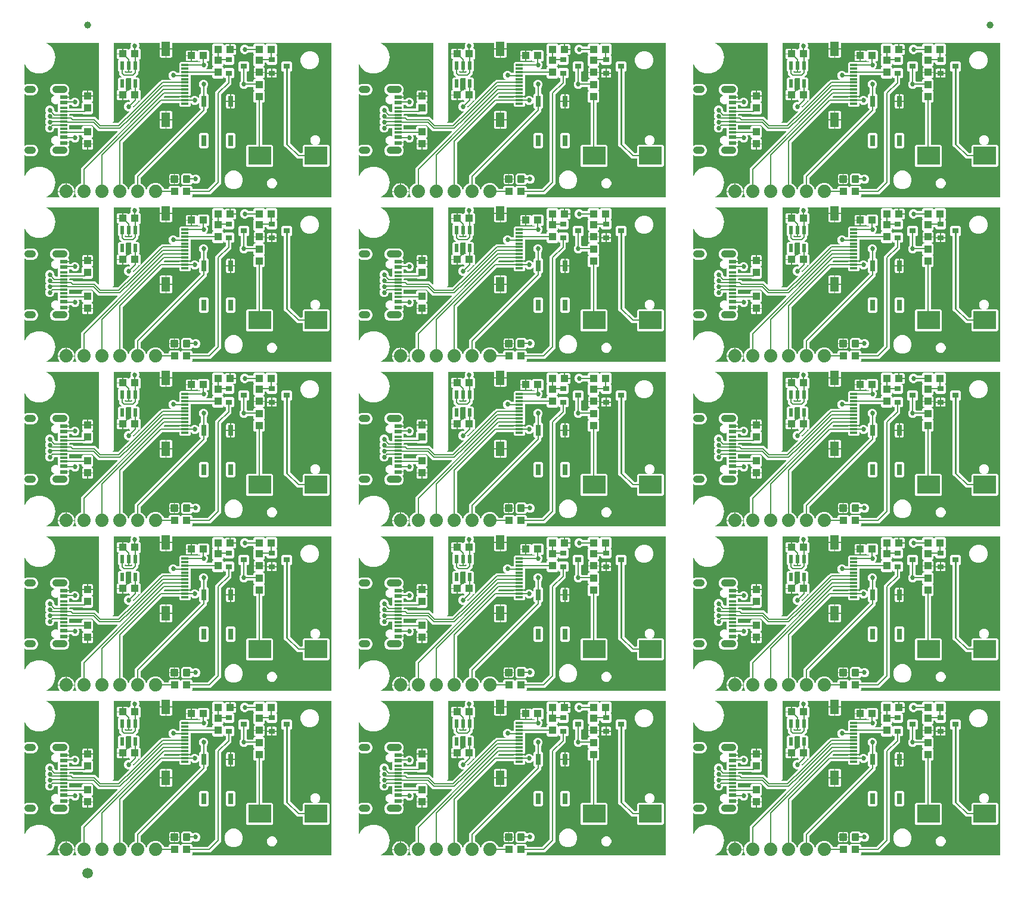
<source format=gtl>
G04 EAGLE Gerber RS-274X export*
G75*
%MOMM*%
%FSLAX34Y34*%
%LPD*%
%INTop Copper*%
%IPPOS*%
%AMOC8*
5,1,8,0,0,1.08239X$1,22.5*%
G01*
%ADD10R,1.100000X1.000000*%
%ADD11R,1.000000X0.300000*%
%ADD12R,1.300000X2.000000*%
%ADD13R,1.000000X0.600000*%
%ADD14C,1.000000*%
%ADD15R,0.550000X1.200000*%
%ADD16R,1.000000X1.100000*%
%ADD17R,0.900000X0.800000*%
%ADD18R,3.200000X2.500000*%
%ADD19C,0.300000*%
%ADD20R,0.762000X1.524000*%
%ADD21C,1.879600*%
%ADD22C,1.000000*%
%ADD23C,1.500000*%
%ADD24C,0.685800*%
%ADD25C,0.203200*%
%ADD26C,0.254000*%
%ADD27C,0.177800*%

G36*
X1389811Y705370D02*
X1389811Y705370D01*
X1389862Y705372D01*
X1389894Y705390D01*
X1389930Y705398D01*
X1389969Y705431D01*
X1390014Y705455D01*
X1390035Y705485D01*
X1390063Y705508D01*
X1390084Y705555D01*
X1390114Y705597D01*
X1390122Y705639D01*
X1390134Y705667D01*
X1390133Y705697D01*
X1390141Y705739D01*
X1390141Y924941D01*
X1390130Y924991D01*
X1390128Y925042D01*
X1390110Y925074D01*
X1390102Y925110D01*
X1390069Y925149D01*
X1390045Y925194D01*
X1390015Y925215D01*
X1389992Y925243D01*
X1389945Y925264D01*
X1389903Y925294D01*
X1389861Y925302D01*
X1389833Y925314D01*
X1389803Y925313D01*
X1389761Y925321D01*
X1164791Y925321D01*
X1164741Y925310D01*
X1164690Y925308D01*
X1164658Y925290D01*
X1164622Y925282D01*
X1164583Y925249D01*
X1164538Y925225D01*
X1164517Y925195D01*
X1164489Y925172D01*
X1164468Y925125D01*
X1164438Y925083D01*
X1164430Y925041D01*
X1164418Y925013D01*
X1164419Y924983D01*
X1164411Y924941D01*
X1164411Y917401D01*
X1155751Y917401D01*
X1155701Y917390D01*
X1155650Y917388D01*
X1155618Y917370D01*
X1155582Y917362D01*
X1155543Y917329D01*
X1155498Y917305D01*
X1155477Y917275D01*
X1155449Y917251D01*
X1155428Y917205D01*
X1155398Y917163D01*
X1155390Y917121D01*
X1155378Y917093D01*
X1155379Y917063D01*
X1155371Y917021D01*
X1155371Y916639D01*
X1155369Y916639D01*
X1155369Y917021D01*
X1155358Y917071D01*
X1155356Y917122D01*
X1155338Y917154D01*
X1155330Y917190D01*
X1155297Y917229D01*
X1155273Y917274D01*
X1155243Y917295D01*
X1155219Y917323D01*
X1155173Y917344D01*
X1155131Y917374D01*
X1155089Y917382D01*
X1155061Y917394D01*
X1155031Y917393D01*
X1154989Y917401D01*
X1146329Y917401D01*
X1146329Y924941D01*
X1146318Y924991D01*
X1146316Y925042D01*
X1146298Y925074D01*
X1146290Y925110D01*
X1146257Y925149D01*
X1146233Y925194D01*
X1146203Y925215D01*
X1146180Y925243D01*
X1146133Y925264D01*
X1146091Y925294D01*
X1146049Y925302D01*
X1146021Y925314D01*
X1145991Y925313D01*
X1145949Y925321D01*
X1116758Y925321D01*
X1116732Y925315D01*
X1116707Y925318D01*
X1116649Y925296D01*
X1116589Y925282D01*
X1116569Y925265D01*
X1116545Y925256D01*
X1116503Y925211D01*
X1116455Y925172D01*
X1116445Y925148D01*
X1116427Y925129D01*
X1116410Y925070D01*
X1116384Y925013D01*
X1116385Y924988D01*
X1116378Y924963D01*
X1116389Y924902D01*
X1116391Y924840D01*
X1116403Y924818D01*
X1116408Y924792D01*
X1116456Y924721D01*
X1116474Y924688D01*
X1116482Y924682D01*
X1116489Y924672D01*
X1116742Y924419D01*
X1117728Y922039D01*
X1117728Y919462D01*
X1117079Y917895D01*
X1117072Y917857D01*
X1117057Y917821D01*
X1117059Y917772D01*
X1117051Y917724D01*
X1117062Y917687D01*
X1117063Y917648D01*
X1117087Y917605D01*
X1117101Y917558D01*
X1117128Y917530D01*
X1117146Y917496D01*
X1117186Y917468D01*
X1117220Y917432D01*
X1117256Y917419D01*
X1117288Y917396D01*
X1117347Y917385D01*
X1117383Y917372D01*
X1117403Y917374D01*
X1117430Y917369D01*
X1117623Y917369D01*
X1119409Y915583D01*
X1119409Y903057D01*
X1117614Y901262D01*
X1117571Y901246D01*
X1117511Y901232D01*
X1117491Y901215D01*
X1117467Y901206D01*
X1117425Y901161D01*
X1117377Y901122D01*
X1117366Y901098D01*
X1117349Y901079D01*
X1117331Y901020D01*
X1117306Y900963D01*
X1117307Y900938D01*
X1117300Y900913D01*
X1117310Y900852D01*
X1117313Y900790D01*
X1117325Y900768D01*
X1117329Y900742D01*
X1117378Y900671D01*
X1117395Y900638D01*
X1117403Y900632D01*
X1117410Y900622D01*
X1117659Y900374D01*
X1117659Y885848D01*
X1116337Y884527D01*
X1116297Y884462D01*
X1116253Y884400D01*
X1116251Y884388D01*
X1116246Y884379D01*
X1116242Y884342D01*
X1116226Y884258D01*
X1116226Y880607D01*
X1112425Y876807D01*
X1112412Y876785D01*
X1112392Y876769D01*
X1112366Y876712D01*
X1112334Y876660D01*
X1112331Y876634D01*
X1112321Y876610D01*
X1112323Y876549D01*
X1112317Y876487D01*
X1112326Y876463D01*
X1112327Y876437D01*
X1112357Y876383D01*
X1112379Y876325D01*
X1112398Y876308D01*
X1112410Y876285D01*
X1112461Y876250D01*
X1112506Y876208D01*
X1112531Y876200D01*
X1112552Y876185D01*
X1112636Y876169D01*
X1112672Y876158D01*
X1112682Y876160D01*
X1112694Y876158D01*
X1115873Y876158D01*
X1117659Y874372D01*
X1117659Y859846D01*
X1117410Y859598D01*
X1117397Y859576D01*
X1117377Y859560D01*
X1117352Y859503D01*
X1117319Y859451D01*
X1117317Y859425D01*
X1117306Y859401D01*
X1117308Y859340D01*
X1117302Y859278D01*
X1117312Y859254D01*
X1117313Y859228D01*
X1117342Y859174D01*
X1117364Y859116D01*
X1117383Y859099D01*
X1117395Y859076D01*
X1117446Y859041D01*
X1117491Y858999D01*
X1117516Y858991D01*
X1117537Y858976D01*
X1117609Y858962D01*
X1119409Y857163D01*
X1119409Y844637D01*
X1117623Y842851D01*
X1116305Y842851D01*
X1116255Y842840D01*
X1116204Y842838D01*
X1116172Y842820D01*
X1116136Y842812D01*
X1116097Y842779D01*
X1116052Y842755D01*
X1116031Y842725D01*
X1116003Y842702D01*
X1115982Y842655D01*
X1115952Y842613D01*
X1115944Y842571D01*
X1115932Y842543D01*
X1115933Y842513D01*
X1115925Y842471D01*
X1115925Y842206D01*
X1108949Y835231D01*
X1108909Y835166D01*
X1108865Y835104D01*
X1108863Y835092D01*
X1108858Y835083D01*
X1108854Y835046D01*
X1108838Y834962D01*
X1108838Y833513D01*
X1108844Y833488D01*
X1108841Y833462D01*
X1108863Y833405D01*
X1108877Y833344D01*
X1108894Y833324D01*
X1108903Y833300D01*
X1108948Y833258D01*
X1108987Y833211D01*
X1109011Y833200D01*
X1109030Y833183D01*
X1109089Y833165D01*
X1109146Y833140D01*
X1109171Y833141D01*
X1109196Y833133D01*
X1109257Y833144D01*
X1109319Y833146D01*
X1109341Y833159D01*
X1109367Y833163D01*
X1109438Y833211D01*
X1109471Y833229D01*
X1109477Y833237D01*
X1109487Y833244D01*
X1146455Y870212D01*
X1148947Y872705D01*
X1161916Y872705D01*
X1161942Y872711D01*
X1161967Y872708D01*
X1162025Y872730D01*
X1162085Y872744D01*
X1162105Y872761D01*
X1162129Y872770D01*
X1162171Y872815D01*
X1162219Y872854D01*
X1162229Y872878D01*
X1162247Y872897D01*
X1162264Y872956D01*
X1162290Y873013D01*
X1162289Y873038D01*
X1162296Y873063D01*
X1162285Y873124D01*
X1162283Y873186D01*
X1162271Y873208D01*
X1162266Y873234D01*
X1162218Y873305D01*
X1162200Y873338D01*
X1162192Y873344D01*
X1162185Y873354D01*
X1160368Y875171D01*
X1159382Y877551D01*
X1159382Y880129D01*
X1160368Y882509D01*
X1162191Y884332D01*
X1164571Y885318D01*
X1167149Y885318D01*
X1169529Y884332D01*
X1171045Y882816D01*
X1171109Y882776D01*
X1171171Y882732D01*
X1171184Y882730D01*
X1171192Y882725D01*
X1171229Y882721D01*
X1171314Y882705D01*
X1173941Y882705D01*
X1173991Y882716D01*
X1174042Y882718D01*
X1174074Y882736D01*
X1174110Y882744D01*
X1174149Y882777D01*
X1174194Y882801D01*
X1174215Y882831D01*
X1174243Y882854D01*
X1174264Y882901D01*
X1174294Y882943D01*
X1174302Y882985D01*
X1174314Y883013D01*
X1174313Y883043D01*
X1174321Y883085D01*
X1174321Y896403D01*
X1176107Y898189D01*
X1188633Y898189D01*
X1189005Y897816D01*
X1189070Y897776D01*
X1189132Y897732D01*
X1189144Y897730D01*
X1189153Y897725D01*
X1189190Y897721D01*
X1189274Y897705D01*
X1203786Y897705D01*
X1203860Y897722D01*
X1203935Y897735D01*
X1203945Y897742D01*
X1203955Y897744D01*
X1203984Y897768D01*
X1204055Y897816D01*
X1204321Y898082D01*
X1204335Y898104D01*
X1204355Y898120D01*
X1204380Y898177D01*
X1204413Y898229D01*
X1204415Y898255D01*
X1204426Y898279D01*
X1204423Y898340D01*
X1204429Y898402D01*
X1204420Y898426D01*
X1204419Y898452D01*
X1204390Y898506D01*
X1204368Y898564D01*
X1204349Y898581D01*
X1204336Y898604D01*
X1204286Y898639D01*
X1204240Y898681D01*
X1204216Y898689D01*
X1204195Y898704D01*
X1204110Y898720D01*
X1204074Y898731D01*
X1204064Y898729D01*
X1204052Y898731D01*
X1201887Y898731D01*
X1200063Y900556D01*
X1200062Y900560D01*
X1200014Y900618D01*
X1199970Y900678D01*
X1199959Y900684D01*
X1199952Y900694D01*
X1199883Y900724D01*
X1199817Y900759D01*
X1199805Y900759D01*
X1199793Y900764D01*
X1199719Y900762D01*
X1199644Y900764D01*
X1199633Y900758D01*
X1199620Y900758D01*
X1199554Y900722D01*
X1199487Y900691D01*
X1199478Y900680D01*
X1199468Y900675D01*
X1199446Y900644D01*
X1199392Y900581D01*
X1199183Y900220D01*
X1198710Y899747D01*
X1198131Y899412D01*
X1197485Y899239D01*
X1192411Y899239D01*
X1192411Y906399D01*
X1192400Y906449D01*
X1192398Y906500D01*
X1192380Y906532D01*
X1192372Y906568D01*
X1192339Y906607D01*
X1192315Y906652D01*
X1192285Y906673D01*
X1192261Y906701D01*
X1192215Y906722D01*
X1192173Y906752D01*
X1192131Y906760D01*
X1192103Y906772D01*
X1192073Y906771D01*
X1192031Y906779D01*
X1191649Y906779D01*
X1191649Y906781D01*
X1192031Y906781D01*
X1192081Y906792D01*
X1192132Y906794D01*
X1192164Y906812D01*
X1192200Y906820D01*
X1192239Y906853D01*
X1192284Y906877D01*
X1192305Y906907D01*
X1192333Y906931D01*
X1192354Y906977D01*
X1192384Y907019D01*
X1192392Y907061D01*
X1192404Y907089D01*
X1192403Y907119D01*
X1192411Y907161D01*
X1192411Y914321D01*
X1197485Y914321D01*
X1198131Y914148D01*
X1198710Y913813D01*
X1199183Y913340D01*
X1199392Y912979D01*
X1199443Y912924D01*
X1199490Y912866D01*
X1199502Y912861D01*
X1199510Y912852D01*
X1199580Y912826D01*
X1199649Y912796D01*
X1199661Y912796D01*
X1199673Y912792D01*
X1199747Y912799D01*
X1199822Y912802D01*
X1199833Y912808D01*
X1199845Y912809D01*
X1199908Y912849D01*
X1199974Y912885D01*
X1199981Y912895D01*
X1199992Y912902D01*
X1200031Y912966D01*
X1200047Y912988D01*
X1201887Y914829D01*
X1215413Y914829D01*
X1217199Y913043D01*
X1217199Y900517D01*
X1215413Y898731D01*
X1214028Y898731D01*
X1214002Y898725D01*
X1213977Y898728D01*
X1213919Y898706D01*
X1213859Y898692D01*
X1213839Y898675D01*
X1213815Y898666D01*
X1213773Y898621D01*
X1213725Y898582D01*
X1213715Y898558D01*
X1213697Y898539D01*
X1213680Y898480D01*
X1213654Y898423D01*
X1213655Y898398D01*
X1213648Y898373D01*
X1213659Y898312D01*
X1213661Y898250D01*
X1213673Y898228D01*
X1213678Y898202D01*
X1213726Y898131D01*
X1213744Y898098D01*
X1213752Y898092D01*
X1213759Y898082D01*
X1214532Y897309D01*
X1215518Y894929D01*
X1215518Y892351D01*
X1214532Y889971D01*
X1212915Y888354D01*
X1212901Y888332D01*
X1212881Y888316D01*
X1212856Y888259D01*
X1212823Y888207D01*
X1212821Y888181D01*
X1212810Y888157D01*
X1212813Y888096D01*
X1212807Y888034D01*
X1212816Y888010D01*
X1212817Y887984D01*
X1212846Y887930D01*
X1212868Y887872D01*
X1212887Y887855D01*
X1212900Y887832D01*
X1212950Y887797D01*
X1212996Y887755D01*
X1213020Y887747D01*
X1213041Y887732D01*
X1213126Y887716D01*
X1213162Y887705D01*
X1213172Y887707D01*
X1213184Y887705D01*
X1220931Y887705D01*
X1220981Y887716D01*
X1221032Y887718D01*
X1221064Y887736D01*
X1221100Y887744D01*
X1221139Y887777D01*
X1221184Y887801D01*
X1221205Y887831D01*
X1221233Y887854D01*
X1221254Y887901D01*
X1221284Y887943D01*
X1221292Y887985D01*
X1221304Y888013D01*
X1221303Y888043D01*
X1221311Y888085D01*
X1221311Y889803D01*
X1222780Y891271D01*
X1222806Y891314D01*
X1222841Y891352D01*
X1222852Y891387D01*
X1222871Y891418D01*
X1222876Y891469D01*
X1222890Y891518D01*
X1222884Y891554D01*
X1222888Y891591D01*
X1222869Y891638D01*
X1222861Y891689D01*
X1222837Y891724D01*
X1222826Y891753D01*
X1222803Y891774D01*
X1222780Y891809D01*
X1221311Y893277D01*
X1221311Y906803D01*
X1222290Y907781D01*
X1222299Y907797D01*
X1222305Y907801D01*
X1222313Y907818D01*
X1222316Y907824D01*
X1222351Y907862D01*
X1222362Y907897D01*
X1222381Y907928D01*
X1222386Y907979D01*
X1222400Y908028D01*
X1222394Y908064D01*
X1222398Y908101D01*
X1222379Y908148D01*
X1222371Y908199D01*
X1222347Y908234D01*
X1222336Y908263D01*
X1222313Y908284D01*
X1222290Y908319D01*
X1221201Y909407D01*
X1221201Y921933D01*
X1222987Y923719D01*
X1236513Y923719D01*
X1238337Y921894D01*
X1238338Y921890D01*
X1238386Y921832D01*
X1238430Y921772D01*
X1238441Y921766D01*
X1238448Y921756D01*
X1238517Y921726D01*
X1238583Y921691D01*
X1238595Y921691D01*
X1238607Y921686D01*
X1238681Y921688D01*
X1238756Y921686D01*
X1238767Y921692D01*
X1238780Y921692D01*
X1238846Y921728D01*
X1238913Y921759D01*
X1238922Y921770D01*
X1238932Y921775D01*
X1238954Y921806D01*
X1239008Y921869D01*
X1239217Y922230D01*
X1239690Y922703D01*
X1240269Y923038D01*
X1240915Y923211D01*
X1245989Y923211D01*
X1245989Y916051D01*
X1246000Y916001D01*
X1246002Y915950D01*
X1246020Y915918D01*
X1246028Y915882D01*
X1246061Y915843D01*
X1246085Y915798D01*
X1246115Y915777D01*
X1246138Y915749D01*
X1246185Y915728D01*
X1246227Y915698D01*
X1246269Y915690D01*
X1246297Y915678D01*
X1246327Y915679D01*
X1246369Y915671D01*
X1246751Y915671D01*
X1246751Y915289D01*
X1246762Y915239D01*
X1246764Y915188D01*
X1246782Y915156D01*
X1246790Y915120D01*
X1246823Y915081D01*
X1246847Y915036D01*
X1246877Y915015D01*
X1246901Y914987D01*
X1246947Y914966D01*
X1246989Y914936D01*
X1247031Y914928D01*
X1247059Y914916D01*
X1247089Y914917D01*
X1247131Y914909D01*
X1254791Y914909D01*
X1254791Y910335D01*
X1254618Y909689D01*
X1254283Y909110D01*
X1253810Y908637D01*
X1253231Y908302D01*
X1252585Y908129D01*
X1251400Y908129D01*
X1251375Y908123D01*
X1251349Y908126D01*
X1251292Y908104D01*
X1251232Y908090D01*
X1251212Y908073D01*
X1251188Y908064D01*
X1251146Y908019D01*
X1251098Y907980D01*
X1251087Y907956D01*
X1251070Y907937D01*
X1251052Y907878D01*
X1251027Y907821D01*
X1251028Y907796D01*
X1251021Y907771D01*
X1251031Y907710D01*
X1251034Y907648D01*
X1251046Y907626D01*
X1251050Y907600D01*
X1251099Y907529D01*
X1251116Y907496D01*
X1251124Y907490D01*
X1251131Y907480D01*
X1252309Y906303D01*
X1252309Y895777D01*
X1250523Y893991D01*
X1238997Y893991D01*
X1238058Y894931D01*
X1238036Y894944D01*
X1238020Y894964D01*
X1237963Y894989D01*
X1237911Y895022D01*
X1237885Y895024D01*
X1237861Y895035D01*
X1237800Y895033D01*
X1237738Y895039D01*
X1237714Y895029D01*
X1237688Y895028D01*
X1237634Y894999D01*
X1237576Y894977D01*
X1237559Y894958D01*
X1237536Y894946D01*
X1237501Y894895D01*
X1237459Y894850D01*
X1237451Y894825D01*
X1237436Y894804D01*
X1237420Y894719D01*
X1237409Y894684D01*
X1237411Y894674D01*
X1237409Y894662D01*
X1237409Y893277D01*
X1235940Y891809D01*
X1235914Y891766D01*
X1235879Y891728D01*
X1235868Y891693D01*
X1235849Y891662D01*
X1235844Y891611D01*
X1235830Y891562D01*
X1235836Y891526D01*
X1235832Y891489D01*
X1235851Y891441D01*
X1235859Y891391D01*
X1235883Y891356D01*
X1235894Y891327D01*
X1235917Y891306D01*
X1235940Y891271D01*
X1237409Y889803D01*
X1237409Y888418D01*
X1237415Y888393D01*
X1237412Y888367D01*
X1237434Y888310D01*
X1237448Y888250D01*
X1237465Y888230D01*
X1237474Y888206D01*
X1237519Y888164D01*
X1237558Y888116D01*
X1237582Y888105D01*
X1237601Y888088D01*
X1237660Y888070D01*
X1237717Y888045D01*
X1237742Y888046D01*
X1237767Y888039D01*
X1237828Y888049D01*
X1237890Y888052D01*
X1237912Y888064D01*
X1237938Y888068D01*
X1238009Y888117D01*
X1238042Y888134D01*
X1238048Y888142D01*
X1238058Y888149D01*
X1238997Y889089D01*
X1250523Y889089D01*
X1252309Y887303D01*
X1252309Y876777D01*
X1250523Y874991D01*
X1248795Y874991D01*
X1248745Y874980D01*
X1248694Y874978D01*
X1248662Y874960D01*
X1248626Y874952D01*
X1248587Y874919D01*
X1248542Y874895D01*
X1248521Y874865D01*
X1248493Y874842D01*
X1248472Y874795D01*
X1248442Y874753D01*
X1248434Y874711D01*
X1248422Y874683D01*
X1248423Y874653D01*
X1248415Y874611D01*
X1248415Y866746D01*
X1233536Y851868D01*
X1233496Y851803D01*
X1233452Y851741D01*
X1233450Y851729D01*
X1233445Y851720D01*
X1233441Y851683D01*
X1233425Y851599D01*
X1233425Y724756D01*
X1218344Y709675D01*
X1193449Y709675D01*
X1193399Y709664D01*
X1193348Y709662D01*
X1193316Y709644D01*
X1193280Y709636D01*
X1193241Y709603D01*
X1193196Y709579D01*
X1193175Y709549D01*
X1193147Y709526D01*
X1193126Y709479D01*
X1193096Y709437D01*
X1193088Y709395D01*
X1193076Y709367D01*
X1193077Y709337D01*
X1193069Y709295D01*
X1193069Y707477D01*
X1191599Y706008D01*
X1191586Y705986D01*
X1191566Y705970D01*
X1191541Y705913D01*
X1191508Y705861D01*
X1191506Y705835D01*
X1191495Y705811D01*
X1191497Y705750D01*
X1191491Y705688D01*
X1191501Y705664D01*
X1191502Y705638D01*
X1191531Y705584D01*
X1191553Y705526D01*
X1191572Y705509D01*
X1191584Y705486D01*
X1191635Y705451D01*
X1191680Y705409D01*
X1191705Y705401D01*
X1191726Y705386D01*
X1191811Y705370D01*
X1191846Y705359D01*
X1191856Y705361D01*
X1191868Y705359D01*
X1389761Y705359D01*
X1389811Y705370D01*
G37*
G36*
X914831Y4330D02*
X914831Y4330D01*
X914882Y4332D01*
X914914Y4350D01*
X914950Y4358D01*
X914989Y4391D01*
X915034Y4415D01*
X915055Y4445D01*
X915083Y4468D01*
X915104Y4515D01*
X915134Y4557D01*
X915142Y4599D01*
X915154Y4627D01*
X915153Y4657D01*
X915161Y4699D01*
X915161Y223901D01*
X915150Y223951D01*
X915148Y224002D01*
X915130Y224034D01*
X915122Y224070D01*
X915089Y224109D01*
X915065Y224154D01*
X915035Y224175D01*
X915012Y224203D01*
X914965Y224224D01*
X914923Y224254D01*
X914881Y224262D01*
X914853Y224274D01*
X914823Y224273D01*
X914781Y224281D01*
X689811Y224281D01*
X689761Y224270D01*
X689710Y224268D01*
X689678Y224250D01*
X689642Y224242D01*
X689603Y224209D01*
X689558Y224185D01*
X689537Y224155D01*
X689509Y224132D01*
X689488Y224085D01*
X689458Y224043D01*
X689450Y224001D01*
X689438Y223973D01*
X689439Y223943D01*
X689431Y223901D01*
X689431Y216361D01*
X680771Y216361D01*
X680721Y216350D01*
X680670Y216348D01*
X680638Y216330D01*
X680602Y216322D01*
X680563Y216289D01*
X680518Y216265D01*
X680497Y216235D01*
X680469Y216211D01*
X680448Y216165D01*
X680418Y216123D01*
X680410Y216081D01*
X680398Y216053D01*
X680399Y216023D01*
X680391Y215981D01*
X680391Y215599D01*
X680389Y215599D01*
X680389Y215981D01*
X680378Y216031D01*
X680376Y216082D01*
X680358Y216114D01*
X680350Y216150D01*
X680317Y216189D01*
X680293Y216234D01*
X680263Y216255D01*
X680239Y216283D01*
X680193Y216304D01*
X680151Y216334D01*
X680109Y216342D01*
X680081Y216354D01*
X680051Y216353D01*
X680009Y216361D01*
X671349Y216361D01*
X671349Y223901D01*
X671338Y223951D01*
X671336Y224002D01*
X671318Y224034D01*
X671310Y224070D01*
X671277Y224109D01*
X671253Y224154D01*
X671223Y224175D01*
X671200Y224203D01*
X671153Y224224D01*
X671111Y224254D01*
X671069Y224262D01*
X671041Y224274D01*
X671011Y224273D01*
X670969Y224281D01*
X641778Y224281D01*
X641752Y224275D01*
X641727Y224278D01*
X641669Y224256D01*
X641609Y224242D01*
X641589Y224225D01*
X641565Y224216D01*
X641523Y224171D01*
X641475Y224132D01*
X641465Y224108D01*
X641447Y224089D01*
X641430Y224030D01*
X641404Y223973D01*
X641405Y223948D01*
X641398Y223923D01*
X641409Y223862D01*
X641411Y223800D01*
X641423Y223778D01*
X641428Y223752D01*
X641476Y223681D01*
X641494Y223648D01*
X641502Y223642D01*
X641509Y223632D01*
X641762Y223379D01*
X642748Y220999D01*
X642748Y218422D01*
X642099Y216855D01*
X642092Y216817D01*
X642077Y216781D01*
X642079Y216732D01*
X642071Y216684D01*
X642082Y216647D01*
X642083Y216608D01*
X642107Y216565D01*
X642121Y216518D01*
X642148Y216490D01*
X642166Y216456D01*
X642206Y216428D01*
X642240Y216392D01*
X642276Y216379D01*
X642308Y216356D01*
X642367Y216345D01*
X642403Y216332D01*
X642423Y216334D01*
X642450Y216329D01*
X642643Y216329D01*
X644429Y214543D01*
X644429Y202017D01*
X642634Y200222D01*
X642591Y200206D01*
X642531Y200192D01*
X642511Y200175D01*
X642487Y200166D01*
X642445Y200121D01*
X642397Y200082D01*
X642386Y200058D01*
X642369Y200039D01*
X642351Y199980D01*
X642326Y199923D01*
X642327Y199898D01*
X642320Y199873D01*
X642330Y199812D01*
X642333Y199750D01*
X642345Y199728D01*
X642349Y199702D01*
X642398Y199631D01*
X642415Y199598D01*
X642423Y199592D01*
X642430Y199582D01*
X642679Y199334D01*
X642679Y184808D01*
X641357Y183487D01*
X641317Y183422D01*
X641273Y183360D01*
X641271Y183348D01*
X641266Y183339D01*
X641262Y183302D01*
X641246Y183218D01*
X641246Y179567D01*
X637445Y175767D01*
X637432Y175745D01*
X637412Y175729D01*
X637386Y175672D01*
X637354Y175620D01*
X637351Y175594D01*
X637341Y175570D01*
X637343Y175509D01*
X637337Y175447D01*
X637346Y175423D01*
X637347Y175397D01*
X637377Y175343D01*
X637399Y175285D01*
X637418Y175268D01*
X637430Y175245D01*
X637481Y175210D01*
X637526Y175168D01*
X637551Y175160D01*
X637572Y175145D01*
X637656Y175129D01*
X637692Y175118D01*
X637702Y175120D01*
X637714Y175118D01*
X640893Y175118D01*
X642679Y173332D01*
X642679Y158806D01*
X642430Y158558D01*
X642417Y158536D01*
X642397Y158520D01*
X642372Y158463D01*
X642339Y158411D01*
X642337Y158385D01*
X642326Y158361D01*
X642328Y158300D01*
X642322Y158238D01*
X642332Y158214D01*
X642333Y158188D01*
X642362Y158134D01*
X642384Y158076D01*
X642403Y158059D01*
X642415Y158036D01*
X642466Y158001D01*
X642511Y157959D01*
X642536Y157951D01*
X642557Y157936D01*
X642629Y157922D01*
X644429Y156123D01*
X644429Y143597D01*
X642643Y141811D01*
X641325Y141811D01*
X641275Y141800D01*
X641224Y141798D01*
X641192Y141780D01*
X641156Y141772D01*
X641117Y141739D01*
X641072Y141715D01*
X641051Y141685D01*
X641023Y141662D01*
X641002Y141615D01*
X640972Y141573D01*
X640964Y141531D01*
X640952Y141503D01*
X640953Y141473D01*
X640945Y141431D01*
X640945Y141166D01*
X633969Y134191D01*
X633929Y134126D01*
X633885Y134064D01*
X633883Y134052D01*
X633878Y134043D01*
X633874Y134006D01*
X633858Y133922D01*
X633858Y132473D01*
X633864Y132448D01*
X633861Y132422D01*
X633883Y132365D01*
X633897Y132304D01*
X633914Y132284D01*
X633923Y132260D01*
X633968Y132218D01*
X634007Y132171D01*
X634031Y132160D01*
X634050Y132143D01*
X634109Y132125D01*
X634166Y132100D01*
X634191Y132101D01*
X634216Y132093D01*
X634277Y132104D01*
X634339Y132106D01*
X634361Y132119D01*
X634387Y132123D01*
X634458Y132171D01*
X634491Y132189D01*
X634497Y132197D01*
X634507Y132204D01*
X671475Y169172D01*
X673967Y171665D01*
X686936Y171665D01*
X686962Y171671D01*
X686987Y171668D01*
X687045Y171690D01*
X687105Y171704D01*
X687125Y171721D01*
X687149Y171730D01*
X687191Y171775D01*
X687239Y171814D01*
X687249Y171838D01*
X687267Y171857D01*
X687284Y171916D01*
X687310Y171973D01*
X687309Y171998D01*
X687316Y172023D01*
X687305Y172084D01*
X687303Y172146D01*
X687291Y172168D01*
X687286Y172194D01*
X687238Y172265D01*
X687220Y172298D01*
X687212Y172304D01*
X687205Y172314D01*
X685388Y174131D01*
X684402Y176511D01*
X684402Y179089D01*
X685388Y181469D01*
X687211Y183292D01*
X689591Y184278D01*
X692169Y184278D01*
X694549Y183292D01*
X696065Y181776D01*
X696129Y181736D01*
X696191Y181692D01*
X696204Y181690D01*
X696212Y181685D01*
X696249Y181681D01*
X696334Y181665D01*
X698961Y181665D01*
X699011Y181676D01*
X699062Y181678D01*
X699094Y181696D01*
X699130Y181704D01*
X699169Y181737D01*
X699214Y181761D01*
X699235Y181791D01*
X699263Y181814D01*
X699284Y181861D01*
X699314Y181903D01*
X699322Y181945D01*
X699334Y181973D01*
X699333Y182003D01*
X699341Y182045D01*
X699341Y195363D01*
X701127Y197149D01*
X713653Y197149D01*
X714025Y196776D01*
X714090Y196736D01*
X714152Y196692D01*
X714164Y196690D01*
X714173Y196685D01*
X714210Y196681D01*
X714294Y196665D01*
X728806Y196665D01*
X728880Y196682D01*
X728955Y196695D01*
X728965Y196702D01*
X728975Y196704D01*
X729004Y196728D01*
X729075Y196776D01*
X729341Y197042D01*
X729355Y197064D01*
X729375Y197080D01*
X729400Y197137D01*
X729433Y197189D01*
X729435Y197215D01*
X729446Y197239D01*
X729443Y197300D01*
X729449Y197362D01*
X729440Y197386D01*
X729439Y197412D01*
X729410Y197466D01*
X729388Y197524D01*
X729369Y197541D01*
X729356Y197564D01*
X729306Y197599D01*
X729260Y197641D01*
X729236Y197649D01*
X729215Y197664D01*
X729130Y197680D01*
X729094Y197691D01*
X729084Y197689D01*
X729072Y197691D01*
X726907Y197691D01*
X725083Y199516D01*
X725082Y199520D01*
X725034Y199578D01*
X724990Y199638D01*
X724979Y199644D01*
X724972Y199654D01*
X724903Y199684D01*
X724837Y199719D01*
X724825Y199719D01*
X724813Y199725D01*
X724739Y199722D01*
X724664Y199724D01*
X724653Y199718D01*
X724640Y199718D01*
X724575Y199682D01*
X724507Y199651D01*
X724498Y199640D01*
X724488Y199635D01*
X724466Y199604D01*
X724412Y199541D01*
X724203Y199180D01*
X723730Y198707D01*
X723151Y198372D01*
X722505Y198199D01*
X717431Y198199D01*
X717431Y205359D01*
X717420Y205409D01*
X717418Y205460D01*
X717400Y205492D01*
X717392Y205528D01*
X717359Y205567D01*
X717335Y205612D01*
X717305Y205633D01*
X717281Y205661D01*
X717235Y205682D01*
X717193Y205712D01*
X717151Y205720D01*
X717123Y205732D01*
X717093Y205731D01*
X717051Y205739D01*
X716669Y205739D01*
X716669Y205741D01*
X717051Y205741D01*
X717101Y205752D01*
X717152Y205754D01*
X717184Y205772D01*
X717220Y205780D01*
X717259Y205813D01*
X717304Y205837D01*
X717325Y205867D01*
X717353Y205891D01*
X717374Y205937D01*
X717404Y205979D01*
X717412Y206021D01*
X717424Y206049D01*
X717423Y206079D01*
X717431Y206121D01*
X717431Y213281D01*
X722505Y213281D01*
X723151Y213108D01*
X723730Y212773D01*
X724203Y212300D01*
X724412Y211939D01*
X724463Y211884D01*
X724510Y211826D01*
X724522Y211821D01*
X724530Y211812D01*
X724600Y211786D01*
X724669Y211755D01*
X724681Y211756D01*
X724693Y211752D01*
X724767Y211759D01*
X724842Y211762D01*
X724853Y211768D01*
X724865Y211769D01*
X724928Y211809D01*
X724994Y211845D01*
X725001Y211855D01*
X725012Y211862D01*
X725051Y211926D01*
X725067Y211948D01*
X726907Y213789D01*
X740433Y213789D01*
X742219Y212003D01*
X742219Y199477D01*
X740433Y197691D01*
X739048Y197691D01*
X739022Y197685D01*
X738997Y197688D01*
X738939Y197666D01*
X738879Y197652D01*
X738859Y197635D01*
X738835Y197626D01*
X738793Y197581D01*
X738745Y197542D01*
X738735Y197518D01*
X738717Y197499D01*
X738700Y197440D01*
X738674Y197383D01*
X738675Y197358D01*
X738668Y197333D01*
X738679Y197272D01*
X738681Y197210D01*
X738693Y197188D01*
X738698Y197162D01*
X738746Y197091D01*
X738764Y197058D01*
X738772Y197052D01*
X738779Y197042D01*
X739552Y196269D01*
X740538Y193889D01*
X740538Y191311D01*
X739552Y188931D01*
X737935Y187314D01*
X737921Y187292D01*
X737901Y187276D01*
X737876Y187219D01*
X737843Y187167D01*
X737841Y187141D01*
X737830Y187117D01*
X737833Y187056D01*
X737827Y186994D01*
X737836Y186970D01*
X737837Y186944D01*
X737866Y186890D01*
X737888Y186832D01*
X737907Y186815D01*
X737920Y186792D01*
X737970Y186757D01*
X738016Y186715D01*
X738040Y186707D01*
X738061Y186692D01*
X738146Y186676D01*
X738182Y186665D01*
X738192Y186667D01*
X738204Y186665D01*
X745951Y186665D01*
X746001Y186676D01*
X746052Y186678D01*
X746084Y186696D01*
X746120Y186704D01*
X746159Y186737D01*
X746204Y186761D01*
X746225Y186791D01*
X746253Y186814D01*
X746274Y186861D01*
X746304Y186903D01*
X746312Y186945D01*
X746324Y186973D01*
X746323Y187003D01*
X746331Y187045D01*
X746331Y188763D01*
X747800Y190231D01*
X747826Y190274D01*
X747861Y190312D01*
X747872Y190347D01*
X747891Y190378D01*
X747896Y190429D01*
X747910Y190478D01*
X747904Y190514D01*
X747908Y190551D01*
X747889Y190598D01*
X747881Y190649D01*
X747857Y190684D01*
X747846Y190713D01*
X747823Y190734D01*
X747800Y190769D01*
X746331Y192237D01*
X746331Y205763D01*
X747310Y206741D01*
X747319Y206757D01*
X747325Y206761D01*
X747333Y206778D01*
X747336Y206784D01*
X747371Y206822D01*
X747382Y206857D01*
X747401Y206888D01*
X747406Y206939D01*
X747420Y206988D01*
X747414Y207024D01*
X747418Y207061D01*
X747399Y207108D01*
X747391Y207159D01*
X747367Y207194D01*
X747356Y207223D01*
X747333Y207244D01*
X747310Y207279D01*
X746221Y208367D01*
X746221Y220893D01*
X748007Y222679D01*
X761533Y222679D01*
X763357Y220854D01*
X763358Y220850D01*
X763406Y220792D01*
X763450Y220732D01*
X763461Y220726D01*
X763468Y220716D01*
X763537Y220686D01*
X763603Y220651D01*
X763615Y220651D01*
X763627Y220646D01*
X763701Y220648D01*
X763776Y220646D01*
X763787Y220652D01*
X763800Y220652D01*
X763866Y220688D01*
X763933Y220719D01*
X763942Y220730D01*
X763952Y220735D01*
X763974Y220766D01*
X764028Y220829D01*
X764237Y221190D01*
X764710Y221663D01*
X765289Y221998D01*
X765935Y222171D01*
X771009Y222171D01*
X771009Y215011D01*
X771020Y214961D01*
X771022Y214910D01*
X771040Y214878D01*
X771048Y214842D01*
X771081Y214803D01*
X771105Y214758D01*
X771135Y214737D01*
X771158Y214709D01*
X771205Y214688D01*
X771247Y214658D01*
X771289Y214650D01*
X771317Y214638D01*
X771347Y214639D01*
X771389Y214631D01*
X771771Y214631D01*
X771771Y214249D01*
X771782Y214199D01*
X771784Y214148D01*
X771802Y214116D01*
X771810Y214080D01*
X771843Y214041D01*
X771867Y213996D01*
X771897Y213975D01*
X771921Y213947D01*
X771967Y213926D01*
X772009Y213896D01*
X772051Y213888D01*
X772079Y213876D01*
X772109Y213877D01*
X772151Y213869D01*
X779811Y213869D01*
X779811Y209295D01*
X779638Y208649D01*
X779303Y208070D01*
X778830Y207597D01*
X778251Y207262D01*
X777605Y207089D01*
X776420Y207089D01*
X776395Y207083D01*
X776369Y207086D01*
X776312Y207064D01*
X776252Y207050D01*
X776232Y207033D01*
X776208Y207024D01*
X776166Y206979D01*
X776118Y206940D01*
X776107Y206916D01*
X776090Y206897D01*
X776072Y206838D01*
X776047Y206781D01*
X776048Y206756D01*
X776041Y206731D01*
X776051Y206670D01*
X776054Y206608D01*
X776066Y206586D01*
X776070Y206560D01*
X776119Y206489D01*
X776136Y206456D01*
X776144Y206450D01*
X776151Y206440D01*
X777329Y205263D01*
X777329Y194737D01*
X775543Y192951D01*
X764017Y192951D01*
X763078Y193891D01*
X763056Y193904D01*
X763040Y193924D01*
X762983Y193949D01*
X762931Y193982D01*
X762905Y193984D01*
X762881Y193995D01*
X762820Y193993D01*
X762758Y193999D01*
X762734Y193989D01*
X762708Y193988D01*
X762654Y193959D01*
X762596Y193937D01*
X762579Y193918D01*
X762556Y193906D01*
X762521Y193855D01*
X762479Y193810D01*
X762471Y193785D01*
X762456Y193764D01*
X762440Y193679D01*
X762429Y193644D01*
X762431Y193634D01*
X762429Y193622D01*
X762429Y192237D01*
X760960Y190769D01*
X760934Y190726D01*
X760899Y190688D01*
X760888Y190653D01*
X760869Y190622D01*
X760864Y190571D01*
X760850Y190522D01*
X760856Y190486D01*
X760852Y190449D01*
X760871Y190401D01*
X760879Y190351D01*
X760903Y190316D01*
X760914Y190287D01*
X760937Y190266D01*
X760960Y190231D01*
X762429Y188763D01*
X762429Y187378D01*
X762435Y187353D01*
X762432Y187327D01*
X762454Y187270D01*
X762468Y187210D01*
X762485Y187190D01*
X762494Y187166D01*
X762539Y187124D01*
X762578Y187076D01*
X762602Y187065D01*
X762621Y187048D01*
X762680Y187030D01*
X762737Y187005D01*
X762762Y187006D01*
X762787Y186999D01*
X762848Y187009D01*
X762910Y187012D01*
X762932Y187024D01*
X762958Y187028D01*
X763029Y187077D01*
X763062Y187094D01*
X763068Y187102D01*
X763078Y187109D01*
X764017Y188049D01*
X775543Y188049D01*
X777329Y186263D01*
X777329Y175737D01*
X775543Y173951D01*
X773815Y173951D01*
X773765Y173940D01*
X773714Y173938D01*
X773682Y173920D01*
X773646Y173912D01*
X773607Y173879D01*
X773562Y173855D01*
X773541Y173825D01*
X773513Y173802D01*
X773492Y173755D01*
X773462Y173713D01*
X773454Y173671D01*
X773442Y173643D01*
X773443Y173613D01*
X773435Y173571D01*
X773435Y165706D01*
X770942Y163214D01*
X758556Y150828D01*
X758516Y150763D01*
X758472Y150701D01*
X758470Y150689D01*
X758465Y150681D01*
X758461Y150644D01*
X758445Y150559D01*
X758445Y23716D01*
X755952Y21224D01*
X743364Y8635D01*
X718469Y8635D01*
X718419Y8624D01*
X718368Y8622D01*
X718336Y8604D01*
X718300Y8596D01*
X718261Y8563D01*
X718216Y8539D01*
X718195Y8509D01*
X718167Y8486D01*
X718146Y8439D01*
X718116Y8397D01*
X718108Y8355D01*
X718096Y8327D01*
X718097Y8297D01*
X718089Y8255D01*
X718089Y6437D01*
X716619Y4968D01*
X716606Y4946D01*
X716586Y4930D01*
X716561Y4873D01*
X716528Y4821D01*
X716526Y4795D01*
X716515Y4771D01*
X716517Y4710D01*
X716511Y4648D01*
X716521Y4624D01*
X716522Y4598D01*
X716551Y4544D01*
X716573Y4486D01*
X716592Y4469D01*
X716604Y4446D01*
X716655Y4411D01*
X716700Y4369D01*
X716725Y4361D01*
X716746Y4346D01*
X716831Y4330D01*
X716866Y4319D01*
X716876Y4321D01*
X716888Y4319D01*
X914781Y4319D01*
X914831Y4330D01*
G37*
G36*
X439851Y4330D02*
X439851Y4330D01*
X439902Y4332D01*
X439934Y4350D01*
X439970Y4358D01*
X440009Y4391D01*
X440054Y4415D01*
X440075Y4445D01*
X440103Y4468D01*
X440124Y4515D01*
X440154Y4557D01*
X440162Y4599D01*
X440174Y4627D01*
X440173Y4657D01*
X440181Y4699D01*
X440181Y223901D01*
X440170Y223951D01*
X440168Y224002D01*
X440150Y224034D01*
X440142Y224070D01*
X440109Y224109D01*
X440085Y224154D01*
X440055Y224175D01*
X440032Y224203D01*
X439985Y224224D01*
X439943Y224254D01*
X439901Y224262D01*
X439873Y224274D01*
X439843Y224273D01*
X439801Y224281D01*
X214831Y224281D01*
X214781Y224270D01*
X214730Y224268D01*
X214698Y224250D01*
X214662Y224242D01*
X214623Y224209D01*
X214578Y224185D01*
X214557Y224155D01*
X214529Y224132D01*
X214508Y224085D01*
X214478Y224043D01*
X214470Y224001D01*
X214458Y223973D01*
X214459Y223943D01*
X214451Y223901D01*
X214451Y216361D01*
X205791Y216361D01*
X205741Y216350D01*
X205690Y216348D01*
X205658Y216330D01*
X205622Y216322D01*
X205583Y216289D01*
X205538Y216265D01*
X205517Y216235D01*
X205489Y216211D01*
X205468Y216165D01*
X205438Y216123D01*
X205430Y216081D01*
X205418Y216053D01*
X205419Y216023D01*
X205411Y215981D01*
X205411Y215599D01*
X205409Y215599D01*
X205409Y215981D01*
X205398Y216031D01*
X205396Y216082D01*
X205378Y216114D01*
X205370Y216150D01*
X205337Y216189D01*
X205313Y216234D01*
X205283Y216255D01*
X205259Y216283D01*
X205213Y216304D01*
X205171Y216334D01*
X205129Y216342D01*
X205101Y216354D01*
X205071Y216353D01*
X205029Y216361D01*
X196369Y216361D01*
X196369Y223901D01*
X196358Y223951D01*
X196356Y224002D01*
X196338Y224034D01*
X196330Y224070D01*
X196297Y224109D01*
X196273Y224154D01*
X196243Y224175D01*
X196220Y224203D01*
X196173Y224224D01*
X196131Y224254D01*
X196089Y224262D01*
X196061Y224274D01*
X196031Y224273D01*
X195989Y224281D01*
X166798Y224281D01*
X166772Y224275D01*
X166747Y224278D01*
X166689Y224256D01*
X166629Y224242D01*
X166609Y224225D01*
X166585Y224216D01*
X166543Y224171D01*
X166495Y224132D01*
X166485Y224108D01*
X166467Y224089D01*
X166450Y224030D01*
X166424Y223973D01*
X166425Y223948D01*
X166418Y223923D01*
X166429Y223862D01*
X166431Y223800D01*
X166443Y223778D01*
X166448Y223752D01*
X166496Y223681D01*
X166514Y223648D01*
X166522Y223642D01*
X166529Y223632D01*
X166782Y223379D01*
X167768Y220999D01*
X167768Y218422D01*
X167119Y216855D01*
X167112Y216817D01*
X167097Y216781D01*
X167099Y216732D01*
X167091Y216684D01*
X167102Y216647D01*
X167103Y216608D01*
X167127Y216565D01*
X167141Y216518D01*
X167168Y216490D01*
X167186Y216456D01*
X167226Y216428D01*
X167260Y216392D01*
X167296Y216379D01*
X167328Y216356D01*
X167387Y216345D01*
X167423Y216332D01*
X167443Y216334D01*
X167470Y216329D01*
X167663Y216329D01*
X169449Y214543D01*
X169449Y202017D01*
X167654Y200222D01*
X167611Y200206D01*
X167551Y200192D01*
X167531Y200175D01*
X167507Y200166D01*
X167465Y200121D01*
X167417Y200082D01*
X167406Y200058D01*
X167389Y200039D01*
X167371Y199980D01*
X167346Y199923D01*
X167347Y199898D01*
X167340Y199873D01*
X167350Y199812D01*
X167353Y199750D01*
X167365Y199728D01*
X167369Y199702D01*
X167418Y199631D01*
X167435Y199598D01*
X167443Y199592D01*
X167450Y199582D01*
X167699Y199334D01*
X167699Y184808D01*
X166377Y183487D01*
X166337Y183422D01*
X166293Y183360D01*
X166291Y183348D01*
X166286Y183339D01*
X166282Y183302D01*
X166266Y183218D01*
X166266Y179567D01*
X162465Y175767D01*
X162452Y175745D01*
X162432Y175729D01*
X162406Y175672D01*
X162374Y175620D01*
X162371Y175594D01*
X162361Y175570D01*
X162363Y175509D01*
X162357Y175447D01*
X162366Y175423D01*
X162367Y175397D01*
X162397Y175343D01*
X162419Y175285D01*
X162438Y175268D01*
X162450Y175245D01*
X162501Y175210D01*
X162546Y175168D01*
X162571Y175160D01*
X162592Y175145D01*
X162676Y175129D01*
X162712Y175118D01*
X162722Y175120D01*
X162734Y175118D01*
X165913Y175118D01*
X167699Y173332D01*
X167699Y158806D01*
X167450Y158558D01*
X167437Y158536D01*
X167417Y158520D01*
X167392Y158463D01*
X167359Y158411D01*
X167357Y158385D01*
X167346Y158361D01*
X167348Y158300D01*
X167342Y158238D01*
X167352Y158214D01*
X167353Y158188D01*
X167382Y158134D01*
X167404Y158076D01*
X167423Y158059D01*
X167435Y158036D01*
X167486Y158001D01*
X167531Y157959D01*
X167556Y157951D01*
X167577Y157936D01*
X167649Y157922D01*
X169449Y156123D01*
X169449Y143597D01*
X167663Y141811D01*
X166345Y141811D01*
X166295Y141800D01*
X166244Y141798D01*
X166212Y141780D01*
X166176Y141772D01*
X166137Y141739D01*
X166092Y141715D01*
X166071Y141685D01*
X166043Y141662D01*
X166022Y141615D01*
X165992Y141573D01*
X165984Y141531D01*
X165972Y141503D01*
X165973Y141473D01*
X165965Y141431D01*
X165965Y141166D01*
X158989Y134191D01*
X158949Y134126D01*
X158905Y134064D01*
X158903Y134052D01*
X158898Y134043D01*
X158894Y134006D01*
X158878Y133922D01*
X158878Y132473D01*
X158884Y132448D01*
X158881Y132422D01*
X158903Y132365D01*
X158917Y132304D01*
X158934Y132284D01*
X158943Y132260D01*
X158988Y132218D01*
X159027Y132171D01*
X159051Y132160D01*
X159070Y132143D01*
X159129Y132125D01*
X159186Y132100D01*
X159211Y132101D01*
X159236Y132093D01*
X159297Y132104D01*
X159359Y132106D01*
X159381Y132119D01*
X159407Y132123D01*
X159478Y132171D01*
X159511Y132189D01*
X159517Y132197D01*
X159527Y132204D01*
X196495Y169172D01*
X198987Y171665D01*
X211956Y171665D01*
X211982Y171671D01*
X212007Y171668D01*
X212065Y171690D01*
X212125Y171704D01*
X212145Y171721D01*
X212169Y171730D01*
X212211Y171775D01*
X212259Y171814D01*
X212269Y171838D01*
X212287Y171857D01*
X212304Y171916D01*
X212330Y171973D01*
X212329Y171998D01*
X212336Y172023D01*
X212325Y172084D01*
X212323Y172146D01*
X212311Y172168D01*
X212306Y172194D01*
X212258Y172265D01*
X212240Y172298D01*
X212232Y172304D01*
X212225Y172314D01*
X210408Y174131D01*
X209422Y176511D01*
X209422Y179089D01*
X210408Y181469D01*
X212231Y183292D01*
X214611Y184278D01*
X217189Y184278D01*
X219569Y183292D01*
X221085Y181776D01*
X221149Y181736D01*
X221211Y181692D01*
X221224Y181690D01*
X221232Y181685D01*
X221269Y181681D01*
X221354Y181665D01*
X223981Y181665D01*
X224031Y181676D01*
X224082Y181678D01*
X224114Y181696D01*
X224150Y181704D01*
X224189Y181737D01*
X224234Y181761D01*
X224255Y181791D01*
X224283Y181814D01*
X224304Y181861D01*
X224334Y181903D01*
X224342Y181945D01*
X224354Y181973D01*
X224353Y182003D01*
X224361Y182045D01*
X224361Y195363D01*
X226147Y197149D01*
X238673Y197149D01*
X239045Y196776D01*
X239110Y196736D01*
X239172Y196692D01*
X239184Y196690D01*
X239193Y196685D01*
X239230Y196681D01*
X239314Y196665D01*
X253826Y196665D01*
X253900Y196682D01*
X253975Y196695D01*
X253985Y196702D01*
X253995Y196704D01*
X254024Y196728D01*
X254095Y196776D01*
X254361Y197042D01*
X254375Y197064D01*
X254395Y197080D01*
X254420Y197137D01*
X254453Y197189D01*
X254455Y197215D01*
X254466Y197239D01*
X254463Y197300D01*
X254469Y197362D01*
X254460Y197386D01*
X254459Y197412D01*
X254430Y197466D01*
X254408Y197524D01*
X254389Y197541D01*
X254376Y197564D01*
X254326Y197599D01*
X254280Y197641D01*
X254256Y197649D01*
X254235Y197664D01*
X254150Y197680D01*
X254114Y197691D01*
X254104Y197689D01*
X254092Y197691D01*
X251927Y197691D01*
X250103Y199516D01*
X250102Y199520D01*
X250054Y199578D01*
X250010Y199638D01*
X249999Y199644D01*
X249992Y199654D01*
X249923Y199684D01*
X249857Y199719D01*
X249845Y199719D01*
X249833Y199725D01*
X249759Y199722D01*
X249684Y199724D01*
X249673Y199718D01*
X249660Y199718D01*
X249595Y199682D01*
X249527Y199651D01*
X249518Y199640D01*
X249508Y199635D01*
X249486Y199604D01*
X249432Y199541D01*
X249223Y199180D01*
X248750Y198707D01*
X248171Y198372D01*
X247525Y198199D01*
X242451Y198199D01*
X242451Y205359D01*
X242440Y205409D01*
X242438Y205460D01*
X242420Y205492D01*
X242412Y205528D01*
X242379Y205567D01*
X242355Y205612D01*
X242325Y205633D01*
X242301Y205661D01*
X242255Y205682D01*
X242213Y205712D01*
X242171Y205720D01*
X242143Y205732D01*
X242113Y205731D01*
X242071Y205739D01*
X241689Y205739D01*
X241689Y205741D01*
X242071Y205741D01*
X242121Y205752D01*
X242172Y205754D01*
X242204Y205772D01*
X242240Y205780D01*
X242279Y205813D01*
X242324Y205837D01*
X242345Y205867D01*
X242373Y205891D01*
X242394Y205937D01*
X242424Y205979D01*
X242432Y206021D01*
X242444Y206049D01*
X242443Y206079D01*
X242451Y206121D01*
X242451Y213281D01*
X247525Y213281D01*
X248171Y213108D01*
X248750Y212773D01*
X249223Y212300D01*
X249432Y211939D01*
X249483Y211884D01*
X249530Y211826D01*
X249542Y211821D01*
X249550Y211812D01*
X249620Y211786D01*
X249689Y211755D01*
X249701Y211756D01*
X249713Y211752D01*
X249787Y211759D01*
X249862Y211762D01*
X249873Y211768D01*
X249885Y211769D01*
X249948Y211809D01*
X250014Y211845D01*
X250021Y211855D01*
X250032Y211862D01*
X250071Y211926D01*
X250087Y211948D01*
X251927Y213789D01*
X265453Y213789D01*
X267239Y212003D01*
X267239Y199477D01*
X265453Y197691D01*
X264068Y197691D01*
X264042Y197685D01*
X264017Y197688D01*
X263959Y197666D01*
X263899Y197652D01*
X263879Y197635D01*
X263855Y197626D01*
X263813Y197581D01*
X263765Y197542D01*
X263755Y197518D01*
X263737Y197499D01*
X263720Y197440D01*
X263694Y197383D01*
X263695Y197358D01*
X263688Y197333D01*
X263699Y197272D01*
X263701Y197210D01*
X263713Y197188D01*
X263718Y197162D01*
X263766Y197091D01*
X263784Y197058D01*
X263792Y197052D01*
X263799Y197042D01*
X264572Y196269D01*
X265558Y193889D01*
X265558Y191311D01*
X264572Y188931D01*
X262955Y187314D01*
X262941Y187292D01*
X262921Y187276D01*
X262896Y187219D01*
X262863Y187167D01*
X262861Y187141D01*
X262850Y187117D01*
X262853Y187056D01*
X262847Y186994D01*
X262856Y186970D01*
X262857Y186944D01*
X262886Y186890D01*
X262908Y186832D01*
X262927Y186815D01*
X262940Y186792D01*
X262990Y186757D01*
X263036Y186715D01*
X263060Y186707D01*
X263081Y186692D01*
X263166Y186676D01*
X263202Y186665D01*
X263212Y186667D01*
X263224Y186665D01*
X270971Y186665D01*
X271021Y186676D01*
X271072Y186678D01*
X271104Y186696D01*
X271140Y186704D01*
X271179Y186737D01*
X271224Y186761D01*
X271245Y186791D01*
X271273Y186814D01*
X271294Y186861D01*
X271324Y186903D01*
X271332Y186945D01*
X271344Y186973D01*
X271343Y187003D01*
X271351Y187045D01*
X271351Y188763D01*
X272820Y190231D01*
X272846Y190274D01*
X272881Y190312D01*
X272892Y190347D01*
X272911Y190378D01*
X272916Y190429D01*
X272930Y190478D01*
X272924Y190514D01*
X272928Y190551D01*
X272909Y190598D01*
X272901Y190649D01*
X272877Y190684D01*
X272866Y190713D01*
X272843Y190734D01*
X272820Y190769D01*
X271351Y192237D01*
X271351Y205763D01*
X272330Y206741D01*
X272339Y206757D01*
X272345Y206761D01*
X272353Y206778D01*
X272356Y206784D01*
X272391Y206822D01*
X272402Y206857D01*
X272421Y206888D01*
X272426Y206939D01*
X272440Y206988D01*
X272434Y207024D01*
X272438Y207061D01*
X272419Y207108D01*
X272411Y207159D01*
X272387Y207194D01*
X272376Y207223D01*
X272353Y207244D01*
X272330Y207279D01*
X271241Y208367D01*
X271241Y220893D01*
X273027Y222679D01*
X286553Y222679D01*
X288377Y220854D01*
X288378Y220850D01*
X288426Y220792D01*
X288470Y220732D01*
X288481Y220726D01*
X288488Y220716D01*
X288557Y220686D01*
X288623Y220651D01*
X288635Y220651D01*
X288647Y220646D01*
X288721Y220648D01*
X288796Y220646D01*
X288807Y220652D01*
X288820Y220652D01*
X288886Y220688D01*
X288953Y220719D01*
X288962Y220730D01*
X288972Y220735D01*
X288994Y220766D01*
X289048Y220829D01*
X289257Y221190D01*
X289730Y221663D01*
X290309Y221998D01*
X290955Y222171D01*
X296029Y222171D01*
X296029Y215011D01*
X296040Y214961D01*
X296042Y214910D01*
X296060Y214878D01*
X296068Y214842D01*
X296101Y214803D01*
X296125Y214758D01*
X296155Y214737D01*
X296178Y214709D01*
X296225Y214688D01*
X296267Y214658D01*
X296309Y214650D01*
X296337Y214638D01*
X296367Y214639D01*
X296409Y214631D01*
X296791Y214631D01*
X296791Y214249D01*
X296802Y214199D01*
X296804Y214148D01*
X296822Y214116D01*
X296830Y214080D01*
X296863Y214041D01*
X296887Y213996D01*
X296917Y213975D01*
X296941Y213947D01*
X296987Y213926D01*
X297029Y213896D01*
X297071Y213888D01*
X297099Y213876D01*
X297129Y213877D01*
X297171Y213869D01*
X304831Y213869D01*
X304831Y209295D01*
X304658Y208649D01*
X304323Y208070D01*
X303850Y207597D01*
X303271Y207262D01*
X302625Y207089D01*
X301440Y207089D01*
X301415Y207083D01*
X301389Y207086D01*
X301332Y207064D01*
X301272Y207050D01*
X301252Y207033D01*
X301228Y207024D01*
X301186Y206979D01*
X301138Y206940D01*
X301127Y206916D01*
X301110Y206897D01*
X301092Y206838D01*
X301067Y206781D01*
X301068Y206756D01*
X301061Y206731D01*
X301071Y206670D01*
X301074Y206608D01*
X301086Y206586D01*
X301090Y206560D01*
X301139Y206489D01*
X301156Y206456D01*
X301164Y206450D01*
X301171Y206440D01*
X302349Y205263D01*
X302349Y194737D01*
X300563Y192951D01*
X289037Y192951D01*
X288098Y193891D01*
X288076Y193904D01*
X288060Y193924D01*
X288003Y193949D01*
X287951Y193982D01*
X287925Y193984D01*
X287901Y193995D01*
X287840Y193993D01*
X287778Y193999D01*
X287754Y193989D01*
X287728Y193988D01*
X287674Y193959D01*
X287616Y193937D01*
X287599Y193918D01*
X287576Y193906D01*
X287541Y193855D01*
X287499Y193810D01*
X287491Y193785D01*
X287476Y193764D01*
X287460Y193679D01*
X287449Y193644D01*
X287451Y193634D01*
X287449Y193622D01*
X287449Y192237D01*
X285980Y190769D01*
X285954Y190726D01*
X285919Y190688D01*
X285908Y190653D01*
X285889Y190622D01*
X285884Y190571D01*
X285870Y190522D01*
X285876Y190486D01*
X285872Y190449D01*
X285891Y190401D01*
X285899Y190351D01*
X285923Y190316D01*
X285934Y190287D01*
X285957Y190266D01*
X285980Y190231D01*
X287449Y188763D01*
X287449Y187378D01*
X287455Y187353D01*
X287452Y187327D01*
X287474Y187270D01*
X287488Y187210D01*
X287505Y187190D01*
X287514Y187166D01*
X287559Y187124D01*
X287598Y187076D01*
X287622Y187065D01*
X287641Y187048D01*
X287700Y187030D01*
X287757Y187005D01*
X287782Y187006D01*
X287807Y186999D01*
X287868Y187009D01*
X287930Y187012D01*
X287952Y187024D01*
X287978Y187028D01*
X288049Y187077D01*
X288082Y187094D01*
X288088Y187102D01*
X288098Y187109D01*
X289037Y188049D01*
X300563Y188049D01*
X302349Y186263D01*
X302349Y175737D01*
X300563Y173951D01*
X298835Y173951D01*
X298785Y173940D01*
X298734Y173938D01*
X298702Y173920D01*
X298666Y173912D01*
X298627Y173879D01*
X298582Y173855D01*
X298561Y173825D01*
X298533Y173802D01*
X298512Y173755D01*
X298482Y173713D01*
X298474Y173671D01*
X298462Y173643D01*
X298463Y173613D01*
X298455Y173571D01*
X298455Y165706D01*
X283576Y150828D01*
X283536Y150763D01*
X283492Y150701D01*
X283490Y150689D01*
X283485Y150680D01*
X283481Y150643D01*
X283465Y150559D01*
X283465Y23716D01*
X268384Y8635D01*
X243489Y8635D01*
X243439Y8624D01*
X243388Y8622D01*
X243356Y8604D01*
X243320Y8596D01*
X243281Y8563D01*
X243236Y8539D01*
X243215Y8509D01*
X243187Y8486D01*
X243166Y8439D01*
X243136Y8397D01*
X243128Y8355D01*
X243116Y8327D01*
X243117Y8297D01*
X243109Y8255D01*
X243109Y6437D01*
X241639Y4968D01*
X241626Y4946D01*
X241606Y4930D01*
X241581Y4873D01*
X241548Y4821D01*
X241546Y4795D01*
X241535Y4771D01*
X241537Y4710D01*
X241531Y4648D01*
X241541Y4624D01*
X241542Y4598D01*
X241571Y4544D01*
X241593Y4486D01*
X241612Y4469D01*
X241624Y4446D01*
X241675Y4411D01*
X241720Y4369D01*
X241745Y4361D01*
X241766Y4346D01*
X241851Y4330D01*
X241886Y4319D01*
X241896Y4321D01*
X241908Y4319D01*
X439801Y4319D01*
X439851Y4330D01*
G37*
G36*
X1389811Y471690D02*
X1389811Y471690D01*
X1389862Y471692D01*
X1389894Y471710D01*
X1389930Y471718D01*
X1389969Y471751D01*
X1390014Y471775D01*
X1390035Y471805D01*
X1390063Y471828D01*
X1390084Y471875D01*
X1390114Y471917D01*
X1390122Y471959D01*
X1390134Y471987D01*
X1390133Y472017D01*
X1390141Y472059D01*
X1390141Y691261D01*
X1390130Y691311D01*
X1390128Y691362D01*
X1390110Y691394D01*
X1390102Y691430D01*
X1390069Y691469D01*
X1390045Y691514D01*
X1390015Y691535D01*
X1389992Y691563D01*
X1389945Y691584D01*
X1389903Y691614D01*
X1389861Y691622D01*
X1389833Y691634D01*
X1389803Y691633D01*
X1389761Y691641D01*
X1164791Y691641D01*
X1164741Y691630D01*
X1164690Y691628D01*
X1164658Y691610D01*
X1164622Y691602D01*
X1164583Y691569D01*
X1164538Y691545D01*
X1164517Y691515D01*
X1164489Y691492D01*
X1164468Y691445D01*
X1164438Y691403D01*
X1164430Y691361D01*
X1164418Y691333D01*
X1164419Y691303D01*
X1164411Y691261D01*
X1164411Y683721D01*
X1155751Y683721D01*
X1155701Y683710D01*
X1155650Y683708D01*
X1155618Y683690D01*
X1155582Y683682D01*
X1155543Y683649D01*
X1155498Y683625D01*
X1155477Y683595D01*
X1155449Y683571D01*
X1155428Y683525D01*
X1155398Y683483D01*
X1155390Y683441D01*
X1155378Y683413D01*
X1155379Y683383D01*
X1155371Y683341D01*
X1155371Y682959D01*
X1155369Y682959D01*
X1155369Y683341D01*
X1155358Y683391D01*
X1155356Y683442D01*
X1155338Y683474D01*
X1155330Y683510D01*
X1155297Y683549D01*
X1155273Y683594D01*
X1155243Y683615D01*
X1155219Y683643D01*
X1155173Y683664D01*
X1155131Y683694D01*
X1155089Y683702D01*
X1155061Y683714D01*
X1155031Y683713D01*
X1154989Y683721D01*
X1146329Y683721D01*
X1146329Y691261D01*
X1146318Y691311D01*
X1146316Y691362D01*
X1146298Y691394D01*
X1146290Y691430D01*
X1146257Y691469D01*
X1146233Y691514D01*
X1146203Y691535D01*
X1146180Y691563D01*
X1146133Y691584D01*
X1146091Y691614D01*
X1146049Y691622D01*
X1146021Y691634D01*
X1145991Y691633D01*
X1145949Y691641D01*
X1116758Y691641D01*
X1116732Y691635D01*
X1116707Y691638D01*
X1116649Y691616D01*
X1116589Y691602D01*
X1116569Y691585D01*
X1116545Y691576D01*
X1116503Y691531D01*
X1116455Y691492D01*
X1116445Y691468D01*
X1116427Y691449D01*
X1116410Y691390D01*
X1116384Y691333D01*
X1116385Y691308D01*
X1116378Y691283D01*
X1116389Y691222D01*
X1116391Y691160D01*
X1116403Y691138D01*
X1116408Y691112D01*
X1116456Y691041D01*
X1116474Y691008D01*
X1116482Y691002D01*
X1116489Y690992D01*
X1116742Y690739D01*
X1117728Y688359D01*
X1117728Y685782D01*
X1117079Y684215D01*
X1117072Y684177D01*
X1117057Y684141D01*
X1117059Y684092D01*
X1117051Y684044D01*
X1117062Y684007D01*
X1117063Y683968D01*
X1117087Y683925D01*
X1117101Y683878D01*
X1117128Y683850D01*
X1117146Y683816D01*
X1117186Y683788D01*
X1117220Y683752D01*
X1117256Y683739D01*
X1117288Y683716D01*
X1117347Y683705D01*
X1117383Y683692D01*
X1117403Y683694D01*
X1117430Y683689D01*
X1117623Y683689D01*
X1119409Y681903D01*
X1119409Y669377D01*
X1117614Y667582D01*
X1117571Y667566D01*
X1117511Y667552D01*
X1117491Y667535D01*
X1117467Y667526D01*
X1117425Y667481D01*
X1117377Y667442D01*
X1117366Y667418D01*
X1117349Y667399D01*
X1117331Y667340D01*
X1117306Y667283D01*
X1117307Y667258D01*
X1117300Y667233D01*
X1117310Y667172D01*
X1117313Y667110D01*
X1117325Y667088D01*
X1117329Y667062D01*
X1117378Y666991D01*
X1117395Y666958D01*
X1117403Y666952D01*
X1117410Y666942D01*
X1117659Y666694D01*
X1117659Y652168D01*
X1116337Y650847D01*
X1116297Y650782D01*
X1116253Y650720D01*
X1116251Y650708D01*
X1116246Y650699D01*
X1116242Y650662D01*
X1116226Y650578D01*
X1116226Y646927D01*
X1112425Y643127D01*
X1112412Y643105D01*
X1112392Y643089D01*
X1112366Y643032D01*
X1112334Y642980D01*
X1112331Y642954D01*
X1112321Y642930D01*
X1112323Y642869D01*
X1112317Y642807D01*
X1112326Y642783D01*
X1112327Y642757D01*
X1112357Y642703D01*
X1112379Y642645D01*
X1112398Y642628D01*
X1112410Y642605D01*
X1112461Y642570D01*
X1112506Y642528D01*
X1112531Y642520D01*
X1112552Y642505D01*
X1112636Y642489D01*
X1112672Y642478D01*
X1112682Y642480D01*
X1112694Y642478D01*
X1115873Y642478D01*
X1117659Y640692D01*
X1117659Y626166D01*
X1117410Y625918D01*
X1117397Y625896D01*
X1117377Y625880D01*
X1117352Y625823D01*
X1117319Y625771D01*
X1117317Y625745D01*
X1117306Y625721D01*
X1117308Y625660D01*
X1117302Y625598D01*
X1117312Y625574D01*
X1117313Y625548D01*
X1117342Y625494D01*
X1117364Y625436D01*
X1117383Y625419D01*
X1117395Y625396D01*
X1117446Y625361D01*
X1117491Y625319D01*
X1117516Y625311D01*
X1117537Y625296D01*
X1117609Y625282D01*
X1119409Y623483D01*
X1119409Y610957D01*
X1117623Y609171D01*
X1116305Y609171D01*
X1116255Y609160D01*
X1116204Y609158D01*
X1116172Y609140D01*
X1116136Y609132D01*
X1116097Y609099D01*
X1116052Y609075D01*
X1116031Y609045D01*
X1116003Y609022D01*
X1115982Y608975D01*
X1115952Y608933D01*
X1115944Y608891D01*
X1115932Y608863D01*
X1115933Y608833D01*
X1115925Y608791D01*
X1115925Y608526D01*
X1108949Y601551D01*
X1108909Y601486D01*
X1108865Y601424D01*
X1108863Y601412D01*
X1108858Y601403D01*
X1108854Y601366D01*
X1108838Y601282D01*
X1108838Y599833D01*
X1108844Y599808D01*
X1108841Y599782D01*
X1108863Y599725D01*
X1108877Y599664D01*
X1108894Y599644D01*
X1108903Y599620D01*
X1108948Y599578D01*
X1108987Y599531D01*
X1109011Y599520D01*
X1109030Y599503D01*
X1109089Y599485D01*
X1109146Y599460D01*
X1109171Y599461D01*
X1109196Y599453D01*
X1109257Y599464D01*
X1109319Y599466D01*
X1109341Y599479D01*
X1109367Y599483D01*
X1109438Y599531D01*
X1109471Y599549D01*
X1109477Y599557D01*
X1109487Y599564D01*
X1146455Y636532D01*
X1148947Y639025D01*
X1161916Y639025D01*
X1161942Y639031D01*
X1161967Y639028D01*
X1162025Y639050D01*
X1162085Y639064D01*
X1162105Y639081D01*
X1162129Y639090D01*
X1162171Y639135D01*
X1162219Y639174D01*
X1162229Y639198D01*
X1162247Y639217D01*
X1162264Y639276D01*
X1162290Y639333D01*
X1162289Y639358D01*
X1162296Y639383D01*
X1162285Y639444D01*
X1162283Y639506D01*
X1162271Y639528D01*
X1162266Y639554D01*
X1162218Y639625D01*
X1162200Y639658D01*
X1162192Y639664D01*
X1162185Y639674D01*
X1160368Y641491D01*
X1159382Y643871D01*
X1159382Y646449D01*
X1160368Y648829D01*
X1162191Y650652D01*
X1164571Y651638D01*
X1167149Y651638D01*
X1169529Y650652D01*
X1171045Y649136D01*
X1171109Y649096D01*
X1171171Y649052D01*
X1171184Y649050D01*
X1171192Y649045D01*
X1171229Y649041D01*
X1171314Y649025D01*
X1173941Y649025D01*
X1173991Y649036D01*
X1174042Y649038D01*
X1174074Y649056D01*
X1174110Y649064D01*
X1174149Y649097D01*
X1174194Y649121D01*
X1174215Y649151D01*
X1174243Y649174D01*
X1174264Y649221D01*
X1174294Y649263D01*
X1174302Y649305D01*
X1174314Y649333D01*
X1174313Y649363D01*
X1174321Y649405D01*
X1174321Y662723D01*
X1176107Y664509D01*
X1188633Y664509D01*
X1189005Y664136D01*
X1189070Y664096D01*
X1189132Y664052D01*
X1189144Y664050D01*
X1189153Y664045D01*
X1189190Y664041D01*
X1189274Y664025D01*
X1203786Y664025D01*
X1203860Y664042D01*
X1203935Y664055D01*
X1203945Y664062D01*
X1203955Y664064D01*
X1203984Y664088D01*
X1204055Y664136D01*
X1204321Y664402D01*
X1204335Y664424D01*
X1204355Y664440D01*
X1204380Y664497D01*
X1204413Y664549D01*
X1204415Y664575D01*
X1204426Y664599D01*
X1204423Y664660D01*
X1204429Y664722D01*
X1204420Y664746D01*
X1204419Y664772D01*
X1204390Y664826D01*
X1204368Y664884D01*
X1204349Y664901D01*
X1204336Y664924D01*
X1204286Y664959D01*
X1204240Y665001D01*
X1204216Y665009D01*
X1204195Y665024D01*
X1204110Y665040D01*
X1204074Y665051D01*
X1204064Y665049D01*
X1204052Y665051D01*
X1201887Y665051D01*
X1200063Y666876D01*
X1200062Y666880D01*
X1200014Y666938D01*
X1199970Y666998D01*
X1199959Y667004D01*
X1199952Y667014D01*
X1199883Y667044D01*
X1199817Y667079D01*
X1199805Y667079D01*
X1199793Y667084D01*
X1199719Y667082D01*
X1199644Y667084D01*
X1199633Y667078D01*
X1199620Y667078D01*
X1199554Y667042D01*
X1199487Y667011D01*
X1199478Y667000D01*
X1199468Y666995D01*
X1199446Y666964D01*
X1199392Y666901D01*
X1199183Y666540D01*
X1198710Y666067D01*
X1198131Y665732D01*
X1197485Y665559D01*
X1192411Y665559D01*
X1192411Y672719D01*
X1192400Y672769D01*
X1192398Y672820D01*
X1192380Y672852D01*
X1192372Y672888D01*
X1192339Y672927D01*
X1192315Y672972D01*
X1192285Y672993D01*
X1192261Y673021D01*
X1192215Y673042D01*
X1192173Y673072D01*
X1192131Y673080D01*
X1192103Y673092D01*
X1192073Y673091D01*
X1192031Y673099D01*
X1191649Y673099D01*
X1191649Y673101D01*
X1192031Y673101D01*
X1192081Y673112D01*
X1192132Y673114D01*
X1192164Y673132D01*
X1192200Y673140D01*
X1192239Y673173D01*
X1192284Y673197D01*
X1192305Y673227D01*
X1192333Y673251D01*
X1192354Y673297D01*
X1192384Y673339D01*
X1192392Y673381D01*
X1192404Y673409D01*
X1192403Y673439D01*
X1192411Y673481D01*
X1192411Y680641D01*
X1197485Y680641D01*
X1198131Y680468D01*
X1198710Y680133D01*
X1199183Y679660D01*
X1199392Y679299D01*
X1199443Y679244D01*
X1199490Y679186D01*
X1199502Y679181D01*
X1199510Y679172D01*
X1199580Y679146D01*
X1199649Y679116D01*
X1199661Y679116D01*
X1199673Y679112D01*
X1199747Y679119D01*
X1199822Y679122D01*
X1199833Y679128D01*
X1199845Y679129D01*
X1199908Y679169D01*
X1199974Y679205D01*
X1199981Y679215D01*
X1199992Y679222D01*
X1200031Y679286D01*
X1200047Y679308D01*
X1201887Y681149D01*
X1215413Y681149D01*
X1217199Y679363D01*
X1217199Y666837D01*
X1215413Y665051D01*
X1214028Y665051D01*
X1214002Y665045D01*
X1213977Y665048D01*
X1213919Y665026D01*
X1213859Y665012D01*
X1213839Y664995D01*
X1213815Y664986D01*
X1213773Y664941D01*
X1213725Y664902D01*
X1213715Y664878D01*
X1213697Y664859D01*
X1213680Y664800D01*
X1213654Y664743D01*
X1213655Y664718D01*
X1213648Y664693D01*
X1213659Y664632D01*
X1213661Y664570D01*
X1213673Y664548D01*
X1213678Y664522D01*
X1213726Y664451D01*
X1213744Y664418D01*
X1213752Y664412D01*
X1213759Y664402D01*
X1214532Y663629D01*
X1215518Y661249D01*
X1215518Y658671D01*
X1214532Y656291D01*
X1212915Y654674D01*
X1212901Y654652D01*
X1212881Y654636D01*
X1212856Y654579D01*
X1212823Y654527D01*
X1212821Y654501D01*
X1212810Y654477D01*
X1212813Y654416D01*
X1212807Y654354D01*
X1212816Y654330D01*
X1212817Y654304D01*
X1212846Y654250D01*
X1212868Y654192D01*
X1212887Y654175D01*
X1212900Y654152D01*
X1212950Y654117D01*
X1212996Y654075D01*
X1213020Y654067D01*
X1213041Y654052D01*
X1213126Y654036D01*
X1213162Y654025D01*
X1213172Y654027D01*
X1213184Y654025D01*
X1220931Y654025D01*
X1220981Y654036D01*
X1221032Y654038D01*
X1221064Y654056D01*
X1221100Y654064D01*
X1221139Y654097D01*
X1221184Y654121D01*
X1221205Y654151D01*
X1221233Y654174D01*
X1221254Y654221D01*
X1221284Y654263D01*
X1221292Y654305D01*
X1221304Y654333D01*
X1221303Y654363D01*
X1221311Y654405D01*
X1221311Y656123D01*
X1222780Y657591D01*
X1222806Y657634D01*
X1222841Y657672D01*
X1222852Y657707D01*
X1222871Y657738D01*
X1222876Y657789D01*
X1222890Y657838D01*
X1222884Y657874D01*
X1222888Y657911D01*
X1222869Y657958D01*
X1222861Y658009D01*
X1222837Y658044D01*
X1222826Y658073D01*
X1222803Y658094D01*
X1222780Y658129D01*
X1221311Y659597D01*
X1221311Y673123D01*
X1222290Y674101D01*
X1222299Y674117D01*
X1222305Y674121D01*
X1222313Y674138D01*
X1222316Y674144D01*
X1222351Y674182D01*
X1222362Y674217D01*
X1222381Y674248D01*
X1222386Y674299D01*
X1222400Y674348D01*
X1222394Y674384D01*
X1222398Y674421D01*
X1222379Y674468D01*
X1222371Y674519D01*
X1222347Y674554D01*
X1222336Y674583D01*
X1222313Y674604D01*
X1222290Y674639D01*
X1221201Y675727D01*
X1221201Y688253D01*
X1222987Y690039D01*
X1236513Y690039D01*
X1238337Y688214D01*
X1238338Y688210D01*
X1238386Y688152D01*
X1238430Y688092D01*
X1238441Y688086D01*
X1238448Y688076D01*
X1238517Y688046D01*
X1238583Y688011D01*
X1238595Y688011D01*
X1238607Y688006D01*
X1238681Y688008D01*
X1238756Y688006D01*
X1238767Y688012D01*
X1238780Y688012D01*
X1238846Y688048D01*
X1238913Y688079D01*
X1238922Y688090D01*
X1238932Y688095D01*
X1238954Y688126D01*
X1239008Y688189D01*
X1239217Y688550D01*
X1239690Y689023D01*
X1240269Y689358D01*
X1240915Y689531D01*
X1245989Y689531D01*
X1245989Y682371D01*
X1246000Y682321D01*
X1246002Y682270D01*
X1246020Y682238D01*
X1246028Y682202D01*
X1246061Y682163D01*
X1246085Y682118D01*
X1246115Y682097D01*
X1246138Y682069D01*
X1246185Y682048D01*
X1246227Y682018D01*
X1246269Y682010D01*
X1246297Y681998D01*
X1246327Y681999D01*
X1246369Y681991D01*
X1246751Y681991D01*
X1246751Y681609D01*
X1246762Y681559D01*
X1246764Y681508D01*
X1246782Y681476D01*
X1246790Y681440D01*
X1246823Y681401D01*
X1246847Y681356D01*
X1246877Y681335D01*
X1246901Y681307D01*
X1246947Y681286D01*
X1246989Y681256D01*
X1247031Y681248D01*
X1247059Y681236D01*
X1247089Y681237D01*
X1247131Y681229D01*
X1254791Y681229D01*
X1254791Y676655D01*
X1254618Y676009D01*
X1254283Y675430D01*
X1253810Y674957D01*
X1253231Y674622D01*
X1252585Y674449D01*
X1251400Y674449D01*
X1251375Y674443D01*
X1251349Y674446D01*
X1251292Y674424D01*
X1251232Y674410D01*
X1251212Y674393D01*
X1251188Y674384D01*
X1251146Y674339D01*
X1251098Y674300D01*
X1251087Y674276D01*
X1251070Y674257D01*
X1251052Y674198D01*
X1251027Y674141D01*
X1251028Y674116D01*
X1251021Y674091D01*
X1251031Y674030D01*
X1251034Y673968D01*
X1251046Y673946D01*
X1251050Y673920D01*
X1251099Y673849D01*
X1251116Y673816D01*
X1251124Y673810D01*
X1251131Y673800D01*
X1252309Y672623D01*
X1252309Y662097D01*
X1250523Y660311D01*
X1238997Y660311D01*
X1238058Y661251D01*
X1238036Y661264D01*
X1238020Y661284D01*
X1237963Y661309D01*
X1237911Y661342D01*
X1237885Y661344D01*
X1237861Y661355D01*
X1237800Y661353D01*
X1237738Y661359D01*
X1237714Y661349D01*
X1237688Y661348D01*
X1237634Y661319D01*
X1237576Y661297D01*
X1237559Y661278D01*
X1237536Y661266D01*
X1237501Y661215D01*
X1237459Y661170D01*
X1237451Y661145D01*
X1237436Y661124D01*
X1237420Y661039D01*
X1237409Y661004D01*
X1237411Y660994D01*
X1237409Y660982D01*
X1237409Y659597D01*
X1235940Y658129D01*
X1235914Y658086D01*
X1235879Y658048D01*
X1235868Y658013D01*
X1235849Y657982D01*
X1235844Y657931D01*
X1235830Y657882D01*
X1235836Y657846D01*
X1235832Y657809D01*
X1235851Y657761D01*
X1235859Y657711D01*
X1235883Y657676D01*
X1235894Y657647D01*
X1235917Y657626D01*
X1235940Y657591D01*
X1237409Y656123D01*
X1237409Y654738D01*
X1237415Y654713D01*
X1237412Y654687D01*
X1237434Y654630D01*
X1237448Y654570D01*
X1237465Y654550D01*
X1237474Y654526D01*
X1237519Y654484D01*
X1237558Y654436D01*
X1237582Y654425D01*
X1237601Y654408D01*
X1237660Y654390D01*
X1237717Y654365D01*
X1237742Y654366D01*
X1237767Y654359D01*
X1237828Y654369D01*
X1237890Y654372D01*
X1237912Y654384D01*
X1237938Y654388D01*
X1238009Y654437D01*
X1238042Y654454D01*
X1238048Y654462D01*
X1238058Y654469D01*
X1238997Y655409D01*
X1250523Y655409D01*
X1252309Y653623D01*
X1252309Y643097D01*
X1250523Y641311D01*
X1248795Y641311D01*
X1248745Y641300D01*
X1248694Y641298D01*
X1248662Y641280D01*
X1248626Y641272D01*
X1248587Y641239D01*
X1248542Y641215D01*
X1248521Y641185D01*
X1248493Y641162D01*
X1248472Y641115D01*
X1248442Y641073D01*
X1248434Y641031D01*
X1248422Y641003D01*
X1248423Y640973D01*
X1248415Y640931D01*
X1248415Y633066D01*
X1233536Y618188D01*
X1233496Y618123D01*
X1233452Y618061D01*
X1233450Y618049D01*
X1233445Y618041D01*
X1233441Y618003D01*
X1233425Y617919D01*
X1233425Y491076D01*
X1218344Y475995D01*
X1193449Y475995D01*
X1193399Y475984D01*
X1193348Y475982D01*
X1193316Y475964D01*
X1193280Y475956D01*
X1193241Y475923D01*
X1193196Y475899D01*
X1193175Y475869D01*
X1193147Y475846D01*
X1193126Y475799D01*
X1193096Y475757D01*
X1193088Y475715D01*
X1193076Y475687D01*
X1193077Y475657D01*
X1193069Y475615D01*
X1193069Y473797D01*
X1191599Y472328D01*
X1191586Y472306D01*
X1191566Y472290D01*
X1191541Y472233D01*
X1191508Y472181D01*
X1191506Y472155D01*
X1191495Y472131D01*
X1191497Y472070D01*
X1191491Y472008D01*
X1191501Y471984D01*
X1191502Y471958D01*
X1191531Y471904D01*
X1191553Y471846D01*
X1191572Y471829D01*
X1191584Y471806D01*
X1191635Y471771D01*
X1191680Y471729D01*
X1191705Y471721D01*
X1191726Y471706D01*
X1191811Y471690D01*
X1191846Y471679D01*
X1191856Y471681D01*
X1191868Y471679D01*
X1389761Y471679D01*
X1389811Y471690D01*
G37*
G36*
X1389811Y4330D02*
X1389811Y4330D01*
X1389862Y4332D01*
X1389894Y4350D01*
X1389930Y4358D01*
X1389969Y4391D01*
X1390014Y4415D01*
X1390035Y4445D01*
X1390063Y4468D01*
X1390084Y4515D01*
X1390114Y4557D01*
X1390122Y4599D01*
X1390134Y4627D01*
X1390133Y4657D01*
X1390141Y4699D01*
X1390141Y223901D01*
X1390130Y223951D01*
X1390128Y224002D01*
X1390110Y224034D01*
X1390102Y224070D01*
X1390069Y224109D01*
X1390045Y224154D01*
X1390015Y224175D01*
X1389992Y224203D01*
X1389945Y224224D01*
X1389903Y224254D01*
X1389861Y224262D01*
X1389833Y224274D01*
X1389803Y224273D01*
X1389761Y224281D01*
X1164791Y224281D01*
X1164741Y224270D01*
X1164690Y224268D01*
X1164658Y224250D01*
X1164622Y224242D01*
X1164583Y224209D01*
X1164538Y224185D01*
X1164517Y224155D01*
X1164489Y224132D01*
X1164468Y224085D01*
X1164438Y224043D01*
X1164430Y224001D01*
X1164418Y223973D01*
X1164419Y223943D01*
X1164411Y223901D01*
X1164411Y216361D01*
X1155751Y216361D01*
X1155701Y216350D01*
X1155650Y216348D01*
X1155618Y216330D01*
X1155582Y216322D01*
X1155543Y216289D01*
X1155498Y216265D01*
X1155477Y216235D01*
X1155449Y216211D01*
X1155428Y216165D01*
X1155398Y216123D01*
X1155390Y216081D01*
X1155378Y216053D01*
X1155379Y216023D01*
X1155371Y215981D01*
X1155371Y215599D01*
X1155369Y215599D01*
X1155369Y215981D01*
X1155358Y216031D01*
X1155356Y216082D01*
X1155338Y216114D01*
X1155330Y216150D01*
X1155297Y216189D01*
X1155273Y216234D01*
X1155243Y216255D01*
X1155219Y216283D01*
X1155173Y216304D01*
X1155131Y216334D01*
X1155089Y216342D01*
X1155061Y216354D01*
X1155031Y216353D01*
X1154989Y216361D01*
X1146329Y216361D01*
X1146329Y223901D01*
X1146318Y223951D01*
X1146316Y224002D01*
X1146298Y224034D01*
X1146290Y224070D01*
X1146257Y224109D01*
X1146233Y224154D01*
X1146203Y224175D01*
X1146180Y224203D01*
X1146133Y224224D01*
X1146091Y224254D01*
X1146049Y224262D01*
X1146021Y224274D01*
X1145991Y224273D01*
X1145949Y224281D01*
X1116758Y224281D01*
X1116732Y224275D01*
X1116707Y224278D01*
X1116649Y224256D01*
X1116589Y224242D01*
X1116569Y224225D01*
X1116545Y224216D01*
X1116503Y224171D01*
X1116455Y224132D01*
X1116445Y224108D01*
X1116427Y224089D01*
X1116410Y224030D01*
X1116384Y223973D01*
X1116385Y223948D01*
X1116378Y223923D01*
X1116389Y223862D01*
X1116391Y223800D01*
X1116403Y223778D01*
X1116408Y223752D01*
X1116456Y223681D01*
X1116474Y223648D01*
X1116482Y223642D01*
X1116489Y223632D01*
X1116742Y223379D01*
X1117728Y220999D01*
X1117728Y218422D01*
X1117079Y216855D01*
X1117072Y216817D01*
X1117057Y216781D01*
X1117059Y216732D01*
X1117051Y216684D01*
X1117062Y216647D01*
X1117063Y216608D01*
X1117087Y216565D01*
X1117101Y216518D01*
X1117128Y216490D01*
X1117146Y216456D01*
X1117186Y216428D01*
X1117220Y216392D01*
X1117256Y216379D01*
X1117288Y216356D01*
X1117347Y216345D01*
X1117383Y216332D01*
X1117403Y216334D01*
X1117430Y216329D01*
X1117623Y216329D01*
X1119409Y214543D01*
X1119409Y202017D01*
X1117614Y200222D01*
X1117571Y200206D01*
X1117511Y200192D01*
X1117491Y200175D01*
X1117467Y200166D01*
X1117425Y200121D01*
X1117377Y200082D01*
X1117366Y200058D01*
X1117349Y200039D01*
X1117331Y199980D01*
X1117306Y199923D01*
X1117307Y199898D01*
X1117300Y199873D01*
X1117310Y199812D01*
X1117313Y199750D01*
X1117325Y199728D01*
X1117329Y199702D01*
X1117378Y199631D01*
X1117395Y199598D01*
X1117403Y199592D01*
X1117410Y199582D01*
X1117659Y199334D01*
X1117659Y184808D01*
X1116337Y183487D01*
X1116297Y183422D01*
X1116253Y183360D01*
X1116251Y183348D01*
X1116246Y183339D01*
X1116242Y183302D01*
X1116226Y183218D01*
X1116226Y179567D01*
X1112425Y175767D01*
X1112412Y175745D01*
X1112392Y175729D01*
X1112366Y175672D01*
X1112334Y175620D01*
X1112331Y175594D01*
X1112321Y175570D01*
X1112323Y175509D01*
X1112317Y175447D01*
X1112326Y175423D01*
X1112327Y175397D01*
X1112357Y175343D01*
X1112379Y175285D01*
X1112398Y175268D01*
X1112410Y175245D01*
X1112461Y175210D01*
X1112506Y175168D01*
X1112531Y175160D01*
X1112552Y175145D01*
X1112636Y175129D01*
X1112672Y175118D01*
X1112682Y175120D01*
X1112694Y175118D01*
X1115873Y175118D01*
X1117659Y173332D01*
X1117659Y158806D01*
X1117410Y158558D01*
X1117397Y158536D01*
X1117377Y158520D01*
X1117352Y158463D01*
X1117319Y158411D01*
X1117317Y158385D01*
X1117306Y158361D01*
X1117308Y158300D01*
X1117302Y158238D01*
X1117312Y158214D01*
X1117313Y158188D01*
X1117342Y158134D01*
X1117364Y158076D01*
X1117383Y158059D01*
X1117395Y158036D01*
X1117446Y158001D01*
X1117491Y157959D01*
X1117516Y157951D01*
X1117537Y157936D01*
X1117609Y157922D01*
X1119409Y156123D01*
X1119409Y143597D01*
X1117623Y141811D01*
X1116305Y141811D01*
X1116255Y141800D01*
X1116204Y141798D01*
X1116172Y141780D01*
X1116136Y141772D01*
X1116097Y141739D01*
X1116052Y141715D01*
X1116031Y141685D01*
X1116003Y141662D01*
X1115982Y141615D01*
X1115952Y141573D01*
X1115944Y141531D01*
X1115932Y141503D01*
X1115933Y141473D01*
X1115925Y141431D01*
X1115925Y141166D01*
X1108949Y134191D01*
X1108909Y134126D01*
X1108865Y134064D01*
X1108863Y134052D01*
X1108858Y134044D01*
X1108854Y134006D01*
X1108838Y133922D01*
X1108838Y132473D01*
X1108844Y132448D01*
X1108841Y132422D01*
X1108863Y132365D01*
X1108877Y132304D01*
X1108894Y132284D01*
X1108903Y132260D01*
X1108948Y132218D01*
X1108987Y132171D01*
X1109011Y132160D01*
X1109030Y132143D01*
X1109089Y132125D01*
X1109146Y132100D01*
X1109171Y132101D01*
X1109196Y132093D01*
X1109257Y132104D01*
X1109319Y132106D01*
X1109341Y132119D01*
X1109367Y132123D01*
X1109438Y132171D01*
X1109471Y132189D01*
X1109477Y132197D01*
X1109487Y132204D01*
X1146455Y169172D01*
X1148947Y171665D01*
X1161916Y171665D01*
X1161942Y171671D01*
X1161967Y171668D01*
X1162025Y171690D01*
X1162085Y171704D01*
X1162105Y171721D01*
X1162129Y171730D01*
X1162171Y171775D01*
X1162219Y171814D01*
X1162229Y171838D01*
X1162247Y171857D01*
X1162264Y171916D01*
X1162290Y171973D01*
X1162289Y171998D01*
X1162296Y172023D01*
X1162285Y172084D01*
X1162283Y172146D01*
X1162271Y172168D01*
X1162266Y172194D01*
X1162218Y172265D01*
X1162200Y172298D01*
X1162192Y172304D01*
X1162185Y172314D01*
X1160368Y174131D01*
X1159382Y176511D01*
X1159382Y179089D01*
X1160368Y181469D01*
X1162191Y183292D01*
X1164571Y184278D01*
X1167149Y184278D01*
X1169529Y183292D01*
X1171045Y181776D01*
X1171109Y181736D01*
X1171171Y181692D01*
X1171183Y181690D01*
X1171192Y181685D01*
X1171229Y181681D01*
X1171314Y181665D01*
X1173941Y181665D01*
X1173991Y181676D01*
X1174042Y181678D01*
X1174074Y181696D01*
X1174110Y181704D01*
X1174149Y181737D01*
X1174194Y181761D01*
X1174215Y181791D01*
X1174243Y181814D01*
X1174264Y181861D01*
X1174294Y181903D01*
X1174302Y181945D01*
X1174314Y181973D01*
X1174313Y182003D01*
X1174321Y182045D01*
X1174321Y195363D01*
X1176107Y197149D01*
X1188633Y197149D01*
X1189005Y196776D01*
X1189070Y196736D01*
X1189132Y196692D01*
X1189144Y196690D01*
X1189153Y196685D01*
X1189190Y196681D01*
X1189274Y196665D01*
X1203786Y196665D01*
X1203860Y196682D01*
X1203935Y196695D01*
X1203945Y196702D01*
X1203955Y196704D01*
X1203984Y196728D01*
X1204055Y196776D01*
X1204321Y197042D01*
X1204335Y197064D01*
X1204355Y197080D01*
X1204380Y197137D01*
X1204413Y197189D01*
X1204415Y197215D01*
X1204426Y197239D01*
X1204423Y197300D01*
X1204429Y197362D01*
X1204420Y197386D01*
X1204419Y197412D01*
X1204390Y197466D01*
X1204368Y197524D01*
X1204349Y197541D01*
X1204336Y197564D01*
X1204286Y197599D01*
X1204240Y197641D01*
X1204216Y197649D01*
X1204195Y197664D01*
X1204110Y197680D01*
X1204074Y197691D01*
X1204064Y197689D01*
X1204052Y197691D01*
X1201887Y197691D01*
X1200063Y199516D01*
X1200062Y199520D01*
X1200014Y199578D01*
X1199970Y199638D01*
X1199959Y199644D01*
X1199952Y199654D01*
X1199883Y199684D01*
X1199817Y199719D01*
X1199805Y199719D01*
X1199793Y199724D01*
X1199719Y199722D01*
X1199644Y199724D01*
X1199633Y199718D01*
X1199620Y199718D01*
X1199554Y199682D01*
X1199487Y199651D01*
X1199478Y199640D01*
X1199468Y199635D01*
X1199446Y199604D01*
X1199392Y199541D01*
X1199183Y199180D01*
X1198710Y198707D01*
X1198131Y198372D01*
X1197485Y198199D01*
X1192411Y198199D01*
X1192411Y205359D01*
X1192400Y205409D01*
X1192398Y205460D01*
X1192380Y205492D01*
X1192372Y205528D01*
X1192339Y205567D01*
X1192315Y205612D01*
X1192285Y205633D01*
X1192261Y205661D01*
X1192215Y205682D01*
X1192173Y205712D01*
X1192131Y205720D01*
X1192103Y205732D01*
X1192073Y205731D01*
X1192031Y205739D01*
X1191649Y205739D01*
X1191649Y205741D01*
X1192031Y205741D01*
X1192081Y205752D01*
X1192132Y205754D01*
X1192164Y205772D01*
X1192200Y205780D01*
X1192239Y205813D01*
X1192284Y205837D01*
X1192305Y205867D01*
X1192333Y205891D01*
X1192354Y205937D01*
X1192384Y205979D01*
X1192392Y206021D01*
X1192404Y206049D01*
X1192403Y206079D01*
X1192411Y206121D01*
X1192411Y213281D01*
X1197485Y213281D01*
X1198131Y213108D01*
X1198710Y212773D01*
X1199183Y212300D01*
X1199392Y211939D01*
X1199443Y211884D01*
X1199490Y211826D01*
X1199502Y211821D01*
X1199510Y211812D01*
X1199580Y211786D01*
X1199649Y211756D01*
X1199661Y211756D01*
X1199673Y211752D01*
X1199747Y211759D01*
X1199822Y211762D01*
X1199833Y211768D01*
X1199845Y211769D01*
X1199908Y211809D01*
X1199974Y211845D01*
X1199981Y211855D01*
X1199992Y211862D01*
X1200031Y211926D01*
X1200047Y211948D01*
X1201887Y213789D01*
X1215413Y213789D01*
X1217199Y212003D01*
X1217199Y199477D01*
X1215413Y197691D01*
X1214028Y197691D01*
X1214002Y197685D01*
X1213977Y197688D01*
X1213919Y197666D01*
X1213859Y197652D01*
X1213839Y197635D01*
X1213815Y197626D01*
X1213773Y197581D01*
X1213725Y197542D01*
X1213715Y197518D01*
X1213697Y197499D01*
X1213680Y197440D01*
X1213654Y197383D01*
X1213655Y197358D01*
X1213648Y197333D01*
X1213659Y197272D01*
X1213661Y197210D01*
X1213673Y197188D01*
X1213678Y197162D01*
X1213726Y197091D01*
X1213744Y197058D01*
X1213752Y197052D01*
X1213759Y197042D01*
X1214532Y196269D01*
X1215518Y193889D01*
X1215518Y191311D01*
X1214532Y188931D01*
X1212915Y187314D01*
X1212901Y187292D01*
X1212881Y187276D01*
X1212856Y187219D01*
X1212823Y187167D01*
X1212821Y187141D01*
X1212810Y187117D01*
X1212813Y187056D01*
X1212807Y186994D01*
X1212816Y186970D01*
X1212817Y186944D01*
X1212846Y186890D01*
X1212868Y186832D01*
X1212887Y186815D01*
X1212900Y186792D01*
X1212950Y186757D01*
X1212996Y186715D01*
X1213020Y186707D01*
X1213041Y186692D01*
X1213126Y186676D01*
X1213162Y186665D01*
X1213172Y186667D01*
X1213184Y186665D01*
X1220931Y186665D01*
X1220981Y186676D01*
X1221032Y186678D01*
X1221064Y186696D01*
X1221100Y186704D01*
X1221139Y186737D01*
X1221184Y186761D01*
X1221205Y186791D01*
X1221233Y186814D01*
X1221254Y186861D01*
X1221284Y186903D01*
X1221292Y186945D01*
X1221304Y186973D01*
X1221303Y187003D01*
X1221311Y187045D01*
X1221311Y188763D01*
X1222780Y190231D01*
X1222806Y190274D01*
X1222841Y190312D01*
X1222852Y190347D01*
X1222871Y190378D01*
X1222876Y190429D01*
X1222890Y190478D01*
X1222884Y190514D01*
X1222888Y190551D01*
X1222869Y190598D01*
X1222861Y190649D01*
X1222837Y190684D01*
X1222826Y190713D01*
X1222803Y190734D01*
X1222780Y190769D01*
X1221311Y192237D01*
X1221311Y205763D01*
X1222290Y206741D01*
X1222299Y206757D01*
X1222305Y206761D01*
X1222313Y206778D01*
X1222316Y206784D01*
X1222351Y206822D01*
X1222362Y206857D01*
X1222381Y206888D01*
X1222386Y206939D01*
X1222400Y206988D01*
X1222394Y207024D01*
X1222398Y207061D01*
X1222379Y207108D01*
X1222371Y207159D01*
X1222347Y207194D01*
X1222336Y207223D01*
X1222313Y207244D01*
X1222290Y207279D01*
X1221201Y208367D01*
X1221201Y220893D01*
X1222987Y222679D01*
X1236513Y222679D01*
X1238337Y220854D01*
X1238338Y220850D01*
X1238386Y220792D01*
X1238430Y220732D01*
X1238441Y220726D01*
X1238448Y220716D01*
X1238517Y220686D01*
X1238583Y220651D01*
X1238595Y220651D01*
X1238607Y220645D01*
X1238681Y220648D01*
X1238756Y220646D01*
X1238767Y220652D01*
X1238780Y220652D01*
X1238845Y220688D01*
X1238913Y220719D01*
X1238922Y220730D01*
X1238932Y220735D01*
X1238954Y220766D01*
X1239008Y220829D01*
X1239217Y221190D01*
X1239690Y221663D01*
X1240269Y221998D01*
X1240915Y222171D01*
X1245989Y222171D01*
X1245989Y215011D01*
X1246000Y214961D01*
X1246002Y214910D01*
X1246020Y214878D01*
X1246028Y214842D01*
X1246061Y214803D01*
X1246085Y214758D01*
X1246115Y214737D01*
X1246138Y214709D01*
X1246185Y214688D01*
X1246227Y214658D01*
X1246269Y214650D01*
X1246297Y214638D01*
X1246327Y214639D01*
X1246369Y214631D01*
X1246751Y214631D01*
X1246751Y214249D01*
X1246762Y214199D01*
X1246764Y214148D01*
X1246782Y214116D01*
X1246790Y214080D01*
X1246823Y214041D01*
X1246847Y213996D01*
X1246877Y213975D01*
X1246901Y213947D01*
X1246947Y213926D01*
X1246989Y213896D01*
X1247031Y213888D01*
X1247059Y213876D01*
X1247089Y213877D01*
X1247131Y213869D01*
X1254791Y213869D01*
X1254791Y209295D01*
X1254618Y208649D01*
X1254283Y208070D01*
X1253810Y207597D01*
X1253231Y207262D01*
X1252585Y207089D01*
X1251400Y207089D01*
X1251375Y207083D01*
X1251349Y207086D01*
X1251292Y207064D01*
X1251232Y207050D01*
X1251212Y207033D01*
X1251188Y207024D01*
X1251146Y206979D01*
X1251098Y206940D01*
X1251087Y206916D01*
X1251070Y206897D01*
X1251052Y206838D01*
X1251027Y206781D01*
X1251028Y206756D01*
X1251021Y206731D01*
X1251031Y206670D01*
X1251034Y206608D01*
X1251046Y206586D01*
X1251050Y206560D01*
X1251099Y206489D01*
X1251116Y206456D01*
X1251124Y206450D01*
X1251131Y206440D01*
X1252309Y205263D01*
X1252309Y194737D01*
X1250523Y192951D01*
X1238997Y192951D01*
X1238058Y193891D01*
X1238036Y193904D01*
X1238020Y193924D01*
X1237963Y193949D01*
X1237911Y193982D01*
X1237885Y193984D01*
X1237861Y193995D01*
X1237800Y193993D01*
X1237738Y193999D01*
X1237714Y193989D01*
X1237688Y193988D01*
X1237634Y193959D01*
X1237576Y193937D01*
X1237559Y193918D01*
X1237536Y193906D01*
X1237501Y193855D01*
X1237459Y193810D01*
X1237451Y193785D01*
X1237436Y193764D01*
X1237420Y193679D01*
X1237409Y193644D01*
X1237411Y193634D01*
X1237409Y193622D01*
X1237409Y192237D01*
X1235940Y190769D01*
X1235914Y190726D01*
X1235879Y190688D01*
X1235868Y190653D01*
X1235849Y190622D01*
X1235844Y190571D01*
X1235830Y190522D01*
X1235836Y190486D01*
X1235832Y190449D01*
X1235851Y190401D01*
X1235859Y190351D01*
X1235883Y190316D01*
X1235894Y190287D01*
X1235917Y190266D01*
X1235940Y190231D01*
X1237409Y188763D01*
X1237409Y187378D01*
X1237415Y187353D01*
X1237412Y187327D01*
X1237434Y187270D01*
X1237448Y187210D01*
X1237465Y187190D01*
X1237474Y187166D01*
X1237519Y187124D01*
X1237558Y187076D01*
X1237582Y187065D01*
X1237601Y187048D01*
X1237660Y187030D01*
X1237717Y187005D01*
X1237742Y187006D01*
X1237767Y186999D01*
X1237828Y187009D01*
X1237890Y187012D01*
X1237912Y187024D01*
X1237938Y187028D01*
X1238009Y187077D01*
X1238042Y187094D01*
X1238048Y187102D01*
X1238058Y187109D01*
X1238997Y188049D01*
X1250523Y188049D01*
X1252309Y186263D01*
X1252309Y175737D01*
X1250523Y173951D01*
X1248795Y173951D01*
X1248745Y173940D01*
X1248694Y173938D01*
X1248662Y173920D01*
X1248626Y173912D01*
X1248587Y173879D01*
X1248542Y173855D01*
X1248521Y173825D01*
X1248493Y173802D01*
X1248472Y173755D01*
X1248442Y173713D01*
X1248434Y173671D01*
X1248422Y173643D01*
X1248423Y173613D01*
X1248415Y173571D01*
X1248415Y165706D01*
X1233536Y150828D01*
X1233496Y150763D01*
X1233452Y150701D01*
X1233450Y150689D01*
X1233445Y150680D01*
X1233441Y150643D01*
X1233425Y150559D01*
X1233425Y23716D01*
X1218344Y8635D01*
X1193449Y8635D01*
X1193399Y8624D01*
X1193348Y8622D01*
X1193316Y8604D01*
X1193280Y8596D01*
X1193241Y8563D01*
X1193196Y8539D01*
X1193175Y8509D01*
X1193147Y8486D01*
X1193126Y8439D01*
X1193096Y8397D01*
X1193088Y8355D01*
X1193076Y8327D01*
X1193077Y8297D01*
X1193069Y8255D01*
X1193069Y6437D01*
X1191599Y4968D01*
X1191586Y4946D01*
X1191566Y4930D01*
X1191541Y4873D01*
X1191508Y4821D01*
X1191506Y4795D01*
X1191495Y4771D01*
X1191497Y4710D01*
X1191491Y4648D01*
X1191501Y4624D01*
X1191502Y4598D01*
X1191531Y4544D01*
X1191553Y4486D01*
X1191572Y4469D01*
X1191584Y4446D01*
X1191635Y4411D01*
X1191680Y4369D01*
X1191705Y4361D01*
X1191726Y4346D01*
X1191811Y4330D01*
X1191846Y4319D01*
X1191856Y4321D01*
X1191868Y4319D01*
X1389761Y4319D01*
X1389811Y4330D01*
G37*
G36*
X914831Y238010D02*
X914831Y238010D01*
X914882Y238012D01*
X914914Y238030D01*
X914950Y238038D01*
X914989Y238071D01*
X915034Y238095D01*
X915055Y238125D01*
X915083Y238148D01*
X915104Y238195D01*
X915134Y238237D01*
X915142Y238279D01*
X915154Y238307D01*
X915153Y238337D01*
X915161Y238379D01*
X915161Y457581D01*
X915150Y457631D01*
X915148Y457682D01*
X915130Y457714D01*
X915122Y457750D01*
X915089Y457789D01*
X915065Y457834D01*
X915035Y457855D01*
X915012Y457883D01*
X914965Y457904D01*
X914923Y457934D01*
X914881Y457942D01*
X914853Y457954D01*
X914823Y457953D01*
X914781Y457961D01*
X689811Y457961D01*
X689761Y457950D01*
X689710Y457948D01*
X689678Y457930D01*
X689642Y457922D01*
X689603Y457889D01*
X689558Y457865D01*
X689537Y457835D01*
X689509Y457812D01*
X689488Y457765D01*
X689458Y457723D01*
X689450Y457681D01*
X689438Y457653D01*
X689439Y457623D01*
X689431Y457581D01*
X689431Y450041D01*
X680771Y450041D01*
X680721Y450030D01*
X680670Y450028D01*
X680638Y450010D01*
X680602Y450002D01*
X680563Y449969D01*
X680518Y449945D01*
X680497Y449915D01*
X680469Y449891D01*
X680448Y449845D01*
X680418Y449803D01*
X680410Y449761D01*
X680398Y449733D01*
X680399Y449703D01*
X680391Y449661D01*
X680391Y449279D01*
X680389Y449279D01*
X680389Y449661D01*
X680378Y449711D01*
X680376Y449762D01*
X680358Y449794D01*
X680350Y449830D01*
X680317Y449869D01*
X680293Y449914D01*
X680263Y449935D01*
X680239Y449963D01*
X680193Y449984D01*
X680151Y450014D01*
X680109Y450022D01*
X680081Y450034D01*
X680051Y450033D01*
X680009Y450041D01*
X671349Y450041D01*
X671349Y457581D01*
X671338Y457631D01*
X671336Y457682D01*
X671318Y457714D01*
X671310Y457750D01*
X671277Y457789D01*
X671253Y457834D01*
X671223Y457855D01*
X671200Y457883D01*
X671153Y457904D01*
X671111Y457934D01*
X671069Y457942D01*
X671041Y457954D01*
X671011Y457953D01*
X670969Y457961D01*
X641778Y457961D01*
X641752Y457955D01*
X641727Y457958D01*
X641669Y457936D01*
X641609Y457922D01*
X641589Y457905D01*
X641565Y457896D01*
X641523Y457851D01*
X641475Y457812D01*
X641465Y457788D01*
X641447Y457769D01*
X641430Y457710D01*
X641404Y457653D01*
X641405Y457628D01*
X641398Y457603D01*
X641409Y457542D01*
X641411Y457480D01*
X641423Y457458D01*
X641428Y457432D01*
X641476Y457361D01*
X641494Y457328D01*
X641502Y457322D01*
X641509Y457312D01*
X641762Y457059D01*
X642748Y454679D01*
X642748Y452102D01*
X642099Y450535D01*
X642092Y450497D01*
X642077Y450461D01*
X642079Y450412D01*
X642071Y450364D01*
X642082Y450327D01*
X642083Y450288D01*
X642107Y450245D01*
X642121Y450198D01*
X642148Y450170D01*
X642166Y450136D01*
X642206Y450108D01*
X642240Y450072D01*
X642276Y450059D01*
X642308Y450036D01*
X642367Y450025D01*
X642403Y450012D01*
X642423Y450014D01*
X642450Y450009D01*
X642643Y450009D01*
X644429Y448223D01*
X644429Y435697D01*
X642634Y433902D01*
X642591Y433886D01*
X642531Y433872D01*
X642511Y433855D01*
X642487Y433846D01*
X642445Y433801D01*
X642397Y433762D01*
X642386Y433738D01*
X642369Y433719D01*
X642351Y433660D01*
X642326Y433603D01*
X642327Y433578D01*
X642320Y433553D01*
X642330Y433492D01*
X642333Y433430D01*
X642345Y433408D01*
X642349Y433382D01*
X642398Y433311D01*
X642415Y433278D01*
X642423Y433272D01*
X642430Y433262D01*
X642679Y433014D01*
X642679Y418488D01*
X641357Y417167D01*
X641317Y417102D01*
X641273Y417040D01*
X641271Y417028D01*
X641266Y417019D01*
X641262Y416982D01*
X641246Y416898D01*
X641246Y413247D01*
X637445Y409447D01*
X637432Y409425D01*
X637412Y409409D01*
X637386Y409352D01*
X637354Y409300D01*
X637351Y409274D01*
X637341Y409250D01*
X637343Y409189D01*
X637337Y409127D01*
X637346Y409103D01*
X637347Y409077D01*
X637377Y409023D01*
X637399Y408965D01*
X637418Y408948D01*
X637430Y408925D01*
X637481Y408890D01*
X637526Y408848D01*
X637551Y408840D01*
X637572Y408825D01*
X637656Y408809D01*
X637692Y408798D01*
X637702Y408800D01*
X637714Y408798D01*
X640893Y408798D01*
X642679Y407012D01*
X642679Y392486D01*
X642430Y392238D01*
X642417Y392216D01*
X642397Y392200D01*
X642372Y392143D01*
X642339Y392091D01*
X642337Y392065D01*
X642326Y392041D01*
X642328Y391980D01*
X642322Y391918D01*
X642332Y391894D01*
X642333Y391868D01*
X642362Y391814D01*
X642384Y391756D01*
X642403Y391739D01*
X642415Y391716D01*
X642466Y391681D01*
X642511Y391639D01*
X642536Y391631D01*
X642557Y391616D01*
X642629Y391602D01*
X644429Y389803D01*
X644429Y377277D01*
X642643Y375491D01*
X641325Y375491D01*
X641275Y375480D01*
X641224Y375478D01*
X641192Y375460D01*
X641156Y375452D01*
X641117Y375419D01*
X641072Y375395D01*
X641051Y375365D01*
X641023Y375342D01*
X641002Y375295D01*
X640972Y375253D01*
X640964Y375211D01*
X640952Y375183D01*
X640953Y375153D01*
X640945Y375111D01*
X640945Y374846D01*
X633969Y367871D01*
X633929Y367806D01*
X633885Y367744D01*
X633883Y367732D01*
X633878Y367723D01*
X633874Y367686D01*
X633858Y367602D01*
X633858Y366153D01*
X633864Y366128D01*
X633861Y366102D01*
X633883Y366045D01*
X633897Y365984D01*
X633914Y365964D01*
X633923Y365940D01*
X633968Y365898D01*
X634007Y365851D01*
X634031Y365840D01*
X634050Y365823D01*
X634109Y365805D01*
X634166Y365780D01*
X634191Y365781D01*
X634216Y365773D01*
X634277Y365784D01*
X634339Y365786D01*
X634361Y365799D01*
X634387Y365803D01*
X634458Y365851D01*
X634491Y365869D01*
X634497Y365877D01*
X634507Y365884D01*
X671475Y402852D01*
X673967Y405345D01*
X686936Y405345D01*
X686962Y405351D01*
X686987Y405348D01*
X687045Y405370D01*
X687105Y405384D01*
X687125Y405401D01*
X687149Y405410D01*
X687191Y405455D01*
X687239Y405494D01*
X687249Y405518D01*
X687267Y405537D01*
X687284Y405596D01*
X687310Y405653D01*
X687309Y405678D01*
X687316Y405703D01*
X687305Y405764D01*
X687303Y405826D01*
X687291Y405848D01*
X687286Y405874D01*
X687238Y405945D01*
X687220Y405978D01*
X687212Y405984D01*
X687205Y405994D01*
X685388Y407811D01*
X684402Y410191D01*
X684402Y412769D01*
X685388Y415149D01*
X687211Y416972D01*
X689591Y417958D01*
X692169Y417958D01*
X694549Y416972D01*
X696065Y415456D01*
X696129Y415416D01*
X696191Y415372D01*
X696204Y415370D01*
X696212Y415365D01*
X696249Y415361D01*
X696334Y415345D01*
X698961Y415345D01*
X699011Y415356D01*
X699062Y415358D01*
X699094Y415376D01*
X699130Y415384D01*
X699169Y415417D01*
X699214Y415441D01*
X699235Y415471D01*
X699263Y415494D01*
X699284Y415541D01*
X699314Y415583D01*
X699322Y415625D01*
X699334Y415653D01*
X699333Y415683D01*
X699341Y415725D01*
X699341Y429043D01*
X701127Y430829D01*
X713653Y430829D01*
X714025Y430456D01*
X714090Y430416D01*
X714152Y430372D01*
X714164Y430370D01*
X714173Y430365D01*
X714210Y430361D01*
X714294Y430345D01*
X728806Y430345D01*
X728880Y430362D01*
X728955Y430375D01*
X728965Y430382D01*
X728975Y430384D01*
X729004Y430408D01*
X729075Y430456D01*
X729341Y430722D01*
X729355Y430744D01*
X729375Y430760D01*
X729400Y430817D01*
X729433Y430869D01*
X729435Y430895D01*
X729446Y430919D01*
X729443Y430980D01*
X729449Y431042D01*
X729440Y431066D01*
X729439Y431092D01*
X729410Y431146D01*
X729388Y431204D01*
X729369Y431221D01*
X729356Y431244D01*
X729306Y431279D01*
X729260Y431321D01*
X729236Y431329D01*
X729215Y431344D01*
X729130Y431360D01*
X729094Y431371D01*
X729084Y431369D01*
X729072Y431371D01*
X726907Y431371D01*
X725083Y433196D01*
X725082Y433200D01*
X725034Y433258D01*
X724990Y433318D01*
X724979Y433324D01*
X724972Y433334D01*
X724903Y433364D01*
X724837Y433399D01*
X724825Y433399D01*
X724813Y433405D01*
X724739Y433402D01*
X724664Y433404D01*
X724653Y433398D01*
X724640Y433398D01*
X724575Y433362D01*
X724507Y433331D01*
X724498Y433320D01*
X724488Y433315D01*
X724466Y433284D01*
X724412Y433221D01*
X724203Y432860D01*
X723730Y432387D01*
X723151Y432052D01*
X722505Y431879D01*
X717431Y431879D01*
X717431Y439039D01*
X717420Y439089D01*
X717418Y439140D01*
X717400Y439172D01*
X717392Y439208D01*
X717359Y439247D01*
X717335Y439292D01*
X717305Y439313D01*
X717281Y439341D01*
X717235Y439362D01*
X717193Y439392D01*
X717151Y439400D01*
X717123Y439412D01*
X717093Y439411D01*
X717051Y439419D01*
X716669Y439419D01*
X716669Y439421D01*
X717051Y439421D01*
X717101Y439432D01*
X717152Y439434D01*
X717184Y439452D01*
X717220Y439460D01*
X717259Y439493D01*
X717304Y439517D01*
X717325Y439547D01*
X717353Y439571D01*
X717374Y439617D01*
X717404Y439659D01*
X717412Y439701D01*
X717424Y439729D01*
X717423Y439759D01*
X717431Y439801D01*
X717431Y446961D01*
X722505Y446961D01*
X723151Y446788D01*
X723730Y446453D01*
X724203Y445980D01*
X724412Y445619D01*
X724463Y445564D01*
X724510Y445506D01*
X724522Y445501D01*
X724530Y445492D01*
X724600Y445466D01*
X724669Y445435D01*
X724681Y445436D01*
X724693Y445432D01*
X724767Y445439D01*
X724842Y445442D01*
X724853Y445448D01*
X724865Y445449D01*
X724928Y445489D01*
X724994Y445525D01*
X725001Y445535D01*
X725012Y445542D01*
X725051Y445606D01*
X725067Y445628D01*
X726907Y447469D01*
X740433Y447469D01*
X742219Y445683D01*
X742219Y433157D01*
X740433Y431371D01*
X739048Y431371D01*
X739022Y431365D01*
X738997Y431368D01*
X738939Y431346D01*
X738879Y431332D01*
X738859Y431315D01*
X738835Y431306D01*
X738793Y431261D01*
X738745Y431222D01*
X738735Y431198D01*
X738717Y431179D01*
X738700Y431120D01*
X738674Y431063D01*
X738675Y431038D01*
X738668Y431013D01*
X738679Y430952D01*
X738681Y430890D01*
X738693Y430868D01*
X738698Y430842D01*
X738746Y430771D01*
X738764Y430738D01*
X738772Y430732D01*
X738779Y430722D01*
X739552Y429949D01*
X740538Y427569D01*
X740538Y424991D01*
X739552Y422611D01*
X737935Y420994D01*
X737921Y420972D01*
X737901Y420956D01*
X737876Y420899D01*
X737843Y420847D01*
X737841Y420821D01*
X737830Y420797D01*
X737833Y420736D01*
X737827Y420674D01*
X737836Y420650D01*
X737837Y420624D01*
X737866Y420570D01*
X737888Y420512D01*
X737907Y420495D01*
X737920Y420472D01*
X737970Y420437D01*
X738016Y420395D01*
X738040Y420387D01*
X738061Y420372D01*
X738146Y420356D01*
X738182Y420345D01*
X738192Y420347D01*
X738204Y420345D01*
X745951Y420345D01*
X746001Y420356D01*
X746052Y420358D01*
X746084Y420376D01*
X746120Y420384D01*
X746159Y420417D01*
X746204Y420441D01*
X746225Y420471D01*
X746253Y420494D01*
X746274Y420541D01*
X746304Y420583D01*
X746312Y420625D01*
X746324Y420653D01*
X746323Y420683D01*
X746331Y420725D01*
X746331Y422443D01*
X747800Y423911D01*
X747826Y423954D01*
X747861Y423992D01*
X747872Y424027D01*
X747891Y424058D01*
X747896Y424109D01*
X747910Y424158D01*
X747904Y424194D01*
X747908Y424231D01*
X747889Y424278D01*
X747881Y424329D01*
X747857Y424364D01*
X747846Y424393D01*
X747823Y424414D01*
X747800Y424449D01*
X746331Y425917D01*
X746331Y439443D01*
X747310Y440421D01*
X747319Y440437D01*
X747325Y440441D01*
X747333Y440458D01*
X747336Y440464D01*
X747371Y440502D01*
X747382Y440537D01*
X747401Y440568D01*
X747406Y440619D01*
X747420Y440668D01*
X747414Y440704D01*
X747418Y440741D01*
X747399Y440788D01*
X747391Y440839D01*
X747367Y440874D01*
X747356Y440903D01*
X747333Y440924D01*
X747310Y440959D01*
X746221Y442047D01*
X746221Y454573D01*
X748007Y456359D01*
X761533Y456359D01*
X763357Y454534D01*
X763358Y454530D01*
X763406Y454472D01*
X763450Y454412D01*
X763461Y454406D01*
X763468Y454396D01*
X763537Y454366D01*
X763603Y454331D01*
X763615Y454331D01*
X763627Y454326D01*
X763701Y454328D01*
X763776Y454326D01*
X763787Y454332D01*
X763800Y454332D01*
X763866Y454368D01*
X763933Y454399D01*
X763942Y454410D01*
X763952Y454415D01*
X763974Y454446D01*
X764028Y454509D01*
X764237Y454870D01*
X764710Y455343D01*
X765289Y455678D01*
X765935Y455851D01*
X771009Y455851D01*
X771009Y448691D01*
X771020Y448641D01*
X771022Y448590D01*
X771040Y448558D01*
X771048Y448522D01*
X771081Y448483D01*
X771105Y448438D01*
X771135Y448417D01*
X771158Y448389D01*
X771205Y448368D01*
X771247Y448338D01*
X771289Y448330D01*
X771317Y448318D01*
X771347Y448319D01*
X771389Y448311D01*
X771771Y448311D01*
X771771Y447929D01*
X771782Y447879D01*
X771784Y447828D01*
X771802Y447796D01*
X771810Y447760D01*
X771843Y447721D01*
X771867Y447676D01*
X771897Y447655D01*
X771921Y447627D01*
X771967Y447606D01*
X772009Y447576D01*
X772051Y447568D01*
X772079Y447556D01*
X772109Y447557D01*
X772151Y447549D01*
X779811Y447549D01*
X779811Y442975D01*
X779638Y442329D01*
X779303Y441750D01*
X778830Y441277D01*
X778251Y440942D01*
X777605Y440769D01*
X776420Y440769D01*
X776395Y440763D01*
X776369Y440766D01*
X776312Y440744D01*
X776252Y440730D01*
X776232Y440713D01*
X776208Y440704D01*
X776166Y440659D01*
X776118Y440620D01*
X776107Y440596D01*
X776090Y440577D01*
X776072Y440518D01*
X776047Y440461D01*
X776048Y440436D01*
X776041Y440411D01*
X776051Y440350D01*
X776054Y440288D01*
X776066Y440266D01*
X776070Y440240D01*
X776119Y440169D01*
X776136Y440136D01*
X776144Y440130D01*
X776151Y440120D01*
X777329Y438943D01*
X777329Y428417D01*
X775543Y426631D01*
X764017Y426631D01*
X763078Y427571D01*
X763056Y427584D01*
X763040Y427604D01*
X762983Y427629D01*
X762931Y427662D01*
X762905Y427664D01*
X762881Y427675D01*
X762820Y427673D01*
X762758Y427679D01*
X762734Y427669D01*
X762708Y427668D01*
X762654Y427639D01*
X762596Y427617D01*
X762579Y427598D01*
X762556Y427586D01*
X762521Y427535D01*
X762479Y427490D01*
X762471Y427465D01*
X762456Y427444D01*
X762440Y427359D01*
X762429Y427324D01*
X762431Y427314D01*
X762429Y427302D01*
X762429Y425917D01*
X760960Y424449D01*
X760934Y424406D01*
X760899Y424368D01*
X760888Y424333D01*
X760869Y424302D01*
X760864Y424251D01*
X760850Y424202D01*
X760856Y424166D01*
X760852Y424129D01*
X760871Y424081D01*
X760879Y424031D01*
X760903Y423996D01*
X760914Y423967D01*
X760937Y423946D01*
X760960Y423911D01*
X762429Y422443D01*
X762429Y421058D01*
X762435Y421033D01*
X762432Y421007D01*
X762454Y420950D01*
X762468Y420890D01*
X762485Y420870D01*
X762494Y420846D01*
X762539Y420804D01*
X762578Y420756D01*
X762602Y420745D01*
X762621Y420728D01*
X762680Y420710D01*
X762737Y420685D01*
X762762Y420686D01*
X762787Y420679D01*
X762848Y420689D01*
X762910Y420692D01*
X762932Y420704D01*
X762958Y420708D01*
X763029Y420757D01*
X763062Y420774D01*
X763068Y420782D01*
X763078Y420789D01*
X764017Y421729D01*
X775543Y421729D01*
X777329Y419943D01*
X777329Y409417D01*
X775543Y407631D01*
X773815Y407631D01*
X773765Y407620D01*
X773714Y407618D01*
X773682Y407600D01*
X773646Y407592D01*
X773607Y407559D01*
X773562Y407535D01*
X773541Y407505D01*
X773513Y407482D01*
X773492Y407435D01*
X773462Y407393D01*
X773454Y407351D01*
X773442Y407323D01*
X773443Y407293D01*
X773435Y407251D01*
X773435Y399386D01*
X758556Y384508D01*
X758516Y384443D01*
X758472Y384381D01*
X758470Y384369D01*
X758465Y384361D01*
X758461Y384323D01*
X758445Y384239D01*
X758445Y257396D01*
X743364Y242315D01*
X718469Y242315D01*
X718419Y242304D01*
X718368Y242302D01*
X718336Y242284D01*
X718300Y242276D01*
X718261Y242243D01*
X718216Y242219D01*
X718195Y242189D01*
X718167Y242166D01*
X718146Y242119D01*
X718116Y242077D01*
X718108Y242035D01*
X718096Y242007D01*
X718097Y241977D01*
X718089Y241935D01*
X718089Y240117D01*
X716619Y238648D01*
X716606Y238626D01*
X716586Y238610D01*
X716561Y238553D01*
X716528Y238501D01*
X716526Y238475D01*
X716515Y238451D01*
X716517Y238390D01*
X716511Y238328D01*
X716521Y238304D01*
X716522Y238278D01*
X716551Y238224D01*
X716573Y238166D01*
X716592Y238149D01*
X716604Y238126D01*
X716655Y238091D01*
X716700Y238049D01*
X716725Y238041D01*
X716746Y238026D01*
X716831Y238010D01*
X716866Y237999D01*
X716876Y238001D01*
X716888Y237999D01*
X914781Y237999D01*
X914831Y238010D01*
G37*
G36*
X439851Y939050D02*
X439851Y939050D01*
X439902Y939052D01*
X439934Y939070D01*
X439970Y939078D01*
X440009Y939111D01*
X440054Y939135D01*
X440075Y939165D01*
X440103Y939188D01*
X440124Y939235D01*
X440154Y939277D01*
X440162Y939319D01*
X440174Y939347D01*
X440173Y939377D01*
X440181Y939419D01*
X440181Y1158621D01*
X440170Y1158671D01*
X440168Y1158722D01*
X440150Y1158754D01*
X440142Y1158790D01*
X440109Y1158829D01*
X440085Y1158874D01*
X440055Y1158895D01*
X440032Y1158923D01*
X439985Y1158944D01*
X439943Y1158974D01*
X439901Y1158982D01*
X439873Y1158994D01*
X439843Y1158993D01*
X439801Y1159001D01*
X214831Y1159001D01*
X214781Y1158990D01*
X214730Y1158988D01*
X214698Y1158970D01*
X214662Y1158962D01*
X214623Y1158929D01*
X214578Y1158905D01*
X214557Y1158875D01*
X214529Y1158852D01*
X214508Y1158805D01*
X214478Y1158763D01*
X214470Y1158721D01*
X214458Y1158693D01*
X214459Y1158663D01*
X214451Y1158621D01*
X214451Y1151081D01*
X205791Y1151081D01*
X205741Y1151070D01*
X205690Y1151068D01*
X205658Y1151050D01*
X205622Y1151042D01*
X205583Y1151009D01*
X205538Y1150985D01*
X205517Y1150955D01*
X205489Y1150931D01*
X205468Y1150885D01*
X205438Y1150843D01*
X205430Y1150801D01*
X205418Y1150773D01*
X205419Y1150743D01*
X205411Y1150701D01*
X205411Y1150319D01*
X205409Y1150319D01*
X205409Y1150701D01*
X205398Y1150751D01*
X205396Y1150802D01*
X205378Y1150834D01*
X205370Y1150870D01*
X205337Y1150909D01*
X205313Y1150954D01*
X205283Y1150975D01*
X205259Y1151003D01*
X205213Y1151024D01*
X205171Y1151054D01*
X205129Y1151062D01*
X205101Y1151074D01*
X205071Y1151073D01*
X205029Y1151081D01*
X196369Y1151081D01*
X196369Y1158621D01*
X196358Y1158671D01*
X196356Y1158722D01*
X196338Y1158754D01*
X196330Y1158790D01*
X196297Y1158829D01*
X196273Y1158874D01*
X196243Y1158895D01*
X196220Y1158923D01*
X196173Y1158944D01*
X196131Y1158974D01*
X196089Y1158982D01*
X196061Y1158994D01*
X196031Y1158993D01*
X195989Y1159001D01*
X166798Y1159001D01*
X166772Y1158995D01*
X166747Y1158998D01*
X166689Y1158976D01*
X166629Y1158962D01*
X166609Y1158945D01*
X166585Y1158936D01*
X166543Y1158891D01*
X166495Y1158852D01*
X166485Y1158828D01*
X166467Y1158809D01*
X166450Y1158750D01*
X166424Y1158693D01*
X166425Y1158668D01*
X166418Y1158643D01*
X166429Y1158582D01*
X166431Y1158520D01*
X166443Y1158498D01*
X166448Y1158472D01*
X166496Y1158401D01*
X166514Y1158368D01*
X166522Y1158362D01*
X166529Y1158352D01*
X166782Y1158099D01*
X167768Y1155719D01*
X167768Y1153142D01*
X167119Y1151575D01*
X167112Y1151537D01*
X167097Y1151501D01*
X167099Y1151452D01*
X167091Y1151404D01*
X167102Y1151367D01*
X167103Y1151328D01*
X167127Y1151285D01*
X167141Y1151238D01*
X167168Y1151210D01*
X167186Y1151176D01*
X167226Y1151148D01*
X167260Y1151112D01*
X167296Y1151099D01*
X167328Y1151076D01*
X167387Y1151065D01*
X167423Y1151052D01*
X167443Y1151054D01*
X167470Y1151049D01*
X167663Y1151049D01*
X169449Y1149263D01*
X169449Y1136737D01*
X167654Y1134942D01*
X167611Y1134926D01*
X167551Y1134912D01*
X167531Y1134895D01*
X167507Y1134886D01*
X167465Y1134841D01*
X167417Y1134802D01*
X167406Y1134778D01*
X167389Y1134759D01*
X167371Y1134700D01*
X167346Y1134643D01*
X167347Y1134618D01*
X167340Y1134593D01*
X167350Y1134532D01*
X167353Y1134470D01*
X167365Y1134448D01*
X167369Y1134422D01*
X167418Y1134351D01*
X167435Y1134318D01*
X167443Y1134312D01*
X167450Y1134302D01*
X167699Y1134054D01*
X167699Y1119528D01*
X166377Y1118207D01*
X166337Y1118142D01*
X166293Y1118080D01*
X166291Y1118068D01*
X166286Y1118059D01*
X166282Y1118022D01*
X166266Y1117938D01*
X166266Y1114287D01*
X163773Y1111795D01*
X162926Y1110948D01*
X162465Y1110487D01*
X162452Y1110465D01*
X162432Y1110449D01*
X162406Y1110392D01*
X162374Y1110340D01*
X162371Y1110314D01*
X162361Y1110290D01*
X162363Y1110229D01*
X162357Y1110167D01*
X162366Y1110143D01*
X162367Y1110117D01*
X162397Y1110063D01*
X162419Y1110005D01*
X162438Y1109988D01*
X162450Y1109965D01*
X162501Y1109930D01*
X162546Y1109888D01*
X162571Y1109880D01*
X162592Y1109865D01*
X162676Y1109849D01*
X162712Y1109838D01*
X162722Y1109840D01*
X162734Y1109838D01*
X165913Y1109838D01*
X167699Y1108052D01*
X167699Y1093526D01*
X167450Y1093278D01*
X167437Y1093256D01*
X167417Y1093240D01*
X167392Y1093183D01*
X167359Y1093131D01*
X167357Y1093105D01*
X167346Y1093081D01*
X167348Y1093020D01*
X167342Y1092958D01*
X167352Y1092934D01*
X167353Y1092908D01*
X167382Y1092854D01*
X167404Y1092796D01*
X167423Y1092779D01*
X167435Y1092756D01*
X167486Y1092721D01*
X167531Y1092679D01*
X167556Y1092671D01*
X167577Y1092656D01*
X167649Y1092642D01*
X169449Y1090843D01*
X169449Y1078317D01*
X167663Y1076531D01*
X166345Y1076531D01*
X166295Y1076520D01*
X166244Y1076518D01*
X166212Y1076500D01*
X166176Y1076492D01*
X166137Y1076459D01*
X166092Y1076435D01*
X166071Y1076405D01*
X166043Y1076382D01*
X166022Y1076335D01*
X165992Y1076293D01*
X165984Y1076251D01*
X165972Y1076223D01*
X165973Y1076193D01*
X165965Y1076151D01*
X165965Y1075886D01*
X158989Y1068911D01*
X158949Y1068846D01*
X158905Y1068784D01*
X158903Y1068772D01*
X158898Y1068763D01*
X158894Y1068726D01*
X158878Y1068642D01*
X158878Y1067193D01*
X158884Y1067168D01*
X158881Y1067142D01*
X158903Y1067085D01*
X158917Y1067024D01*
X158934Y1067004D01*
X158943Y1066980D01*
X158988Y1066938D01*
X159027Y1066891D01*
X159051Y1066880D01*
X159070Y1066863D01*
X159129Y1066845D01*
X159186Y1066820D01*
X159211Y1066821D01*
X159236Y1066813D01*
X159297Y1066824D01*
X159359Y1066826D01*
X159381Y1066839D01*
X159407Y1066843D01*
X159478Y1066891D01*
X159511Y1066909D01*
X159517Y1066917D01*
X159527Y1066924D01*
X196495Y1103892D01*
X198987Y1106385D01*
X211956Y1106385D01*
X211982Y1106391D01*
X212007Y1106388D01*
X212065Y1106410D01*
X212125Y1106424D01*
X212145Y1106441D01*
X212169Y1106450D01*
X212211Y1106495D01*
X212259Y1106534D01*
X212269Y1106558D01*
X212287Y1106577D01*
X212304Y1106636D01*
X212330Y1106693D01*
X212329Y1106718D01*
X212336Y1106743D01*
X212325Y1106804D01*
X212323Y1106866D01*
X212311Y1106888D01*
X212306Y1106914D01*
X212258Y1106985D01*
X212240Y1107018D01*
X212232Y1107024D01*
X212225Y1107034D01*
X210408Y1108851D01*
X209422Y1111231D01*
X209422Y1113809D01*
X210408Y1116189D01*
X212231Y1118012D01*
X214611Y1118998D01*
X217189Y1118998D01*
X219569Y1118012D01*
X221085Y1116496D01*
X221149Y1116456D01*
X221211Y1116412D01*
X221224Y1116410D01*
X221232Y1116405D01*
X221269Y1116401D01*
X221354Y1116385D01*
X223981Y1116385D01*
X224031Y1116396D01*
X224082Y1116398D01*
X224114Y1116416D01*
X224150Y1116424D01*
X224189Y1116457D01*
X224234Y1116481D01*
X224255Y1116511D01*
X224283Y1116534D01*
X224304Y1116581D01*
X224334Y1116623D01*
X224342Y1116665D01*
X224354Y1116693D01*
X224353Y1116723D01*
X224361Y1116765D01*
X224361Y1130083D01*
X226147Y1131869D01*
X238673Y1131869D01*
X239045Y1131496D01*
X239110Y1131456D01*
X239172Y1131412D01*
X239184Y1131410D01*
X239193Y1131405D01*
X239230Y1131401D01*
X239314Y1131385D01*
X253826Y1131385D01*
X253900Y1131402D01*
X253975Y1131415D01*
X253985Y1131422D01*
X253995Y1131424D01*
X254024Y1131448D01*
X254095Y1131496D01*
X254361Y1131762D01*
X254375Y1131784D01*
X254395Y1131800D01*
X254420Y1131857D01*
X254453Y1131909D01*
X254455Y1131935D01*
X254466Y1131959D01*
X254463Y1132020D01*
X254469Y1132082D01*
X254460Y1132106D01*
X254459Y1132132D01*
X254430Y1132186D01*
X254408Y1132244D01*
X254389Y1132261D01*
X254376Y1132284D01*
X254326Y1132319D01*
X254280Y1132361D01*
X254256Y1132369D01*
X254235Y1132384D01*
X254150Y1132400D01*
X254114Y1132411D01*
X254104Y1132409D01*
X254092Y1132411D01*
X251927Y1132411D01*
X250103Y1134236D01*
X250102Y1134240D01*
X250054Y1134298D01*
X250010Y1134358D01*
X249999Y1134364D01*
X249992Y1134374D01*
X249923Y1134404D01*
X249857Y1134439D01*
X249845Y1134439D01*
X249833Y1134444D01*
X249759Y1134442D01*
X249684Y1134444D01*
X249673Y1134438D01*
X249660Y1134438D01*
X249594Y1134402D01*
X249527Y1134371D01*
X249518Y1134360D01*
X249508Y1134355D01*
X249486Y1134324D01*
X249432Y1134261D01*
X249223Y1133900D01*
X248750Y1133427D01*
X248171Y1133092D01*
X247525Y1132919D01*
X242451Y1132919D01*
X242451Y1140079D01*
X242440Y1140129D01*
X242438Y1140180D01*
X242420Y1140212D01*
X242412Y1140248D01*
X242379Y1140287D01*
X242355Y1140332D01*
X242325Y1140353D01*
X242301Y1140381D01*
X242255Y1140402D01*
X242213Y1140432D01*
X242171Y1140440D01*
X242143Y1140452D01*
X242113Y1140451D01*
X242071Y1140459D01*
X241689Y1140459D01*
X241689Y1140461D01*
X242071Y1140461D01*
X242121Y1140472D01*
X242172Y1140474D01*
X242204Y1140492D01*
X242240Y1140500D01*
X242279Y1140533D01*
X242324Y1140557D01*
X242345Y1140587D01*
X242373Y1140611D01*
X242394Y1140657D01*
X242424Y1140699D01*
X242432Y1140741D01*
X242444Y1140769D01*
X242443Y1140799D01*
X242451Y1140841D01*
X242451Y1148001D01*
X247525Y1148001D01*
X248171Y1147828D01*
X248750Y1147493D01*
X249223Y1147020D01*
X249432Y1146659D01*
X249483Y1146604D01*
X249530Y1146546D01*
X249542Y1146541D01*
X249550Y1146532D01*
X249620Y1146506D01*
X249689Y1146476D01*
X249701Y1146476D01*
X249713Y1146472D01*
X249787Y1146479D01*
X249862Y1146482D01*
X249873Y1146488D01*
X249885Y1146489D01*
X249948Y1146529D01*
X250014Y1146565D01*
X250021Y1146575D01*
X250032Y1146582D01*
X250071Y1146646D01*
X250087Y1146668D01*
X251927Y1148509D01*
X265453Y1148509D01*
X267239Y1146723D01*
X267239Y1134197D01*
X265453Y1132411D01*
X264068Y1132411D01*
X264042Y1132405D01*
X264017Y1132408D01*
X263959Y1132386D01*
X263899Y1132372D01*
X263879Y1132355D01*
X263855Y1132346D01*
X263813Y1132301D01*
X263765Y1132262D01*
X263755Y1132238D01*
X263737Y1132219D01*
X263720Y1132160D01*
X263694Y1132103D01*
X263695Y1132078D01*
X263688Y1132053D01*
X263699Y1131992D01*
X263701Y1131930D01*
X263713Y1131908D01*
X263718Y1131882D01*
X263766Y1131811D01*
X263784Y1131778D01*
X263792Y1131772D01*
X263799Y1131762D01*
X264572Y1130989D01*
X265558Y1128609D01*
X265558Y1126031D01*
X264572Y1123651D01*
X262955Y1122034D01*
X262941Y1122012D01*
X262921Y1121996D01*
X262896Y1121939D01*
X262863Y1121887D01*
X262861Y1121861D01*
X262850Y1121837D01*
X262853Y1121776D01*
X262847Y1121714D01*
X262856Y1121690D01*
X262857Y1121664D01*
X262886Y1121610D01*
X262908Y1121552D01*
X262927Y1121535D01*
X262940Y1121512D01*
X262990Y1121477D01*
X263036Y1121435D01*
X263060Y1121427D01*
X263081Y1121412D01*
X263166Y1121396D01*
X263202Y1121385D01*
X263212Y1121387D01*
X263224Y1121385D01*
X270971Y1121385D01*
X271021Y1121396D01*
X271072Y1121398D01*
X271104Y1121416D01*
X271140Y1121424D01*
X271179Y1121457D01*
X271224Y1121481D01*
X271245Y1121511D01*
X271273Y1121534D01*
X271294Y1121581D01*
X271324Y1121623D01*
X271332Y1121665D01*
X271344Y1121693D01*
X271343Y1121723D01*
X271351Y1121765D01*
X271351Y1123483D01*
X272820Y1124951D01*
X272846Y1124994D01*
X272881Y1125032D01*
X272892Y1125067D01*
X272911Y1125098D01*
X272916Y1125149D01*
X272930Y1125198D01*
X272924Y1125234D01*
X272928Y1125271D01*
X272909Y1125318D01*
X272901Y1125369D01*
X272877Y1125404D01*
X272866Y1125433D01*
X272843Y1125454D01*
X272820Y1125489D01*
X271351Y1126957D01*
X271351Y1140483D01*
X272330Y1141461D01*
X272339Y1141477D01*
X272345Y1141481D01*
X272353Y1141498D01*
X272356Y1141504D01*
X272391Y1141542D01*
X272402Y1141577D01*
X272421Y1141608D01*
X272426Y1141659D01*
X272440Y1141708D01*
X272434Y1141744D01*
X272438Y1141781D01*
X272419Y1141828D01*
X272411Y1141879D01*
X272387Y1141914D01*
X272376Y1141943D01*
X272353Y1141964D01*
X272330Y1141999D01*
X271241Y1143087D01*
X271241Y1155613D01*
X273027Y1157399D01*
X286553Y1157399D01*
X288377Y1155574D01*
X288378Y1155570D01*
X288426Y1155512D01*
X288470Y1155452D01*
X288481Y1155446D01*
X288488Y1155436D01*
X288557Y1155406D01*
X288623Y1155371D01*
X288635Y1155371D01*
X288647Y1155365D01*
X288721Y1155368D01*
X288796Y1155366D01*
X288807Y1155372D01*
X288820Y1155372D01*
X288885Y1155408D01*
X288953Y1155439D01*
X288962Y1155450D01*
X288972Y1155455D01*
X288994Y1155486D01*
X289048Y1155549D01*
X289257Y1155910D01*
X289730Y1156383D01*
X290309Y1156718D01*
X290955Y1156891D01*
X296029Y1156891D01*
X296029Y1149731D01*
X296040Y1149681D01*
X296042Y1149630D01*
X296060Y1149598D01*
X296068Y1149562D01*
X296101Y1149523D01*
X296125Y1149478D01*
X296155Y1149457D01*
X296178Y1149429D01*
X296225Y1149408D01*
X296267Y1149378D01*
X296309Y1149370D01*
X296337Y1149358D01*
X296367Y1149359D01*
X296409Y1149351D01*
X296791Y1149351D01*
X296791Y1148969D01*
X296802Y1148919D01*
X296804Y1148868D01*
X296822Y1148836D01*
X296830Y1148800D01*
X296863Y1148761D01*
X296887Y1148716D01*
X296917Y1148695D01*
X296941Y1148667D01*
X296987Y1148646D01*
X297029Y1148616D01*
X297071Y1148608D01*
X297099Y1148596D01*
X297129Y1148597D01*
X297171Y1148589D01*
X304831Y1148589D01*
X304831Y1144015D01*
X304658Y1143369D01*
X304323Y1142790D01*
X303850Y1142317D01*
X303271Y1141982D01*
X302625Y1141809D01*
X301440Y1141809D01*
X301415Y1141803D01*
X301389Y1141806D01*
X301332Y1141784D01*
X301272Y1141770D01*
X301252Y1141753D01*
X301228Y1141744D01*
X301186Y1141699D01*
X301138Y1141660D01*
X301127Y1141636D01*
X301110Y1141617D01*
X301092Y1141558D01*
X301067Y1141501D01*
X301068Y1141476D01*
X301061Y1141451D01*
X301071Y1141390D01*
X301074Y1141328D01*
X301086Y1141306D01*
X301090Y1141280D01*
X301139Y1141209D01*
X301156Y1141176D01*
X301164Y1141170D01*
X301171Y1141160D01*
X302349Y1139983D01*
X302349Y1129457D01*
X300563Y1127671D01*
X289037Y1127671D01*
X288098Y1128611D01*
X288076Y1128624D01*
X288060Y1128644D01*
X288003Y1128669D01*
X287951Y1128702D01*
X287925Y1128704D01*
X287901Y1128715D01*
X287840Y1128713D01*
X287778Y1128719D01*
X287754Y1128709D01*
X287728Y1128708D01*
X287674Y1128679D01*
X287616Y1128657D01*
X287599Y1128638D01*
X287576Y1128626D01*
X287541Y1128575D01*
X287499Y1128530D01*
X287491Y1128505D01*
X287476Y1128484D01*
X287460Y1128399D01*
X287449Y1128364D01*
X287451Y1128354D01*
X287449Y1128342D01*
X287449Y1126957D01*
X285980Y1125489D01*
X285954Y1125446D01*
X285919Y1125408D01*
X285908Y1125373D01*
X285889Y1125342D01*
X285884Y1125291D01*
X285870Y1125242D01*
X285876Y1125206D01*
X285872Y1125169D01*
X285891Y1125121D01*
X285899Y1125071D01*
X285923Y1125036D01*
X285934Y1125007D01*
X285957Y1124986D01*
X285980Y1124951D01*
X287449Y1123483D01*
X287449Y1122098D01*
X287455Y1122073D01*
X287452Y1122047D01*
X287474Y1121990D01*
X287488Y1121930D01*
X287505Y1121910D01*
X287514Y1121886D01*
X287559Y1121844D01*
X287598Y1121796D01*
X287622Y1121785D01*
X287641Y1121768D01*
X287700Y1121750D01*
X287757Y1121725D01*
X287782Y1121726D01*
X287807Y1121719D01*
X287868Y1121729D01*
X287930Y1121732D01*
X287952Y1121744D01*
X287978Y1121748D01*
X288049Y1121797D01*
X288082Y1121814D01*
X288088Y1121822D01*
X288098Y1121829D01*
X289037Y1122769D01*
X300563Y1122769D01*
X302349Y1120983D01*
X302349Y1110457D01*
X300563Y1108671D01*
X298835Y1108671D01*
X298785Y1108660D01*
X298734Y1108658D01*
X298702Y1108640D01*
X298666Y1108632D01*
X298627Y1108599D01*
X298582Y1108575D01*
X298561Y1108545D01*
X298533Y1108522D01*
X298512Y1108475D01*
X298482Y1108433D01*
X298474Y1108391D01*
X298462Y1108363D01*
X298463Y1108333D01*
X298455Y1108291D01*
X298455Y1100426D01*
X283576Y1085548D01*
X283536Y1085483D01*
X283492Y1085421D01*
X283490Y1085409D01*
X283485Y1085400D01*
X283481Y1085363D01*
X283465Y1085279D01*
X283465Y958436D01*
X280972Y955944D01*
X270876Y945848D01*
X268384Y943355D01*
X243489Y943355D01*
X243439Y943344D01*
X243388Y943342D01*
X243356Y943324D01*
X243320Y943316D01*
X243281Y943283D01*
X243236Y943259D01*
X243215Y943229D01*
X243187Y943206D01*
X243166Y943159D01*
X243136Y943117D01*
X243128Y943075D01*
X243116Y943047D01*
X243117Y943017D01*
X243109Y942975D01*
X243109Y941157D01*
X241639Y939688D01*
X241626Y939666D01*
X241606Y939650D01*
X241581Y939593D01*
X241548Y939541D01*
X241546Y939515D01*
X241535Y939491D01*
X241537Y939430D01*
X241531Y939368D01*
X241541Y939344D01*
X241542Y939318D01*
X241571Y939264D01*
X241593Y939206D01*
X241612Y939189D01*
X241624Y939166D01*
X241675Y939131D01*
X241720Y939089D01*
X241745Y939081D01*
X241766Y939066D01*
X241851Y939050D01*
X241886Y939039D01*
X241896Y939041D01*
X241908Y939039D01*
X439801Y939039D01*
X439851Y939050D01*
G37*
G36*
X1389811Y238010D02*
X1389811Y238010D01*
X1389862Y238012D01*
X1389894Y238030D01*
X1389930Y238038D01*
X1389969Y238071D01*
X1390014Y238095D01*
X1390035Y238125D01*
X1390063Y238148D01*
X1390084Y238195D01*
X1390114Y238237D01*
X1390122Y238279D01*
X1390134Y238307D01*
X1390133Y238337D01*
X1390141Y238379D01*
X1390141Y457581D01*
X1390130Y457631D01*
X1390128Y457682D01*
X1390110Y457714D01*
X1390102Y457750D01*
X1390069Y457789D01*
X1390045Y457834D01*
X1390015Y457855D01*
X1389992Y457883D01*
X1389945Y457904D01*
X1389903Y457934D01*
X1389861Y457942D01*
X1389833Y457954D01*
X1389803Y457953D01*
X1389761Y457961D01*
X1164791Y457961D01*
X1164741Y457950D01*
X1164690Y457948D01*
X1164658Y457930D01*
X1164622Y457922D01*
X1164583Y457889D01*
X1164538Y457865D01*
X1164517Y457835D01*
X1164489Y457812D01*
X1164468Y457765D01*
X1164438Y457723D01*
X1164430Y457681D01*
X1164418Y457653D01*
X1164419Y457623D01*
X1164411Y457581D01*
X1164411Y450041D01*
X1155751Y450041D01*
X1155701Y450030D01*
X1155650Y450028D01*
X1155618Y450010D01*
X1155582Y450002D01*
X1155543Y449969D01*
X1155498Y449945D01*
X1155477Y449915D01*
X1155449Y449891D01*
X1155428Y449845D01*
X1155398Y449803D01*
X1155390Y449761D01*
X1155378Y449733D01*
X1155379Y449703D01*
X1155371Y449661D01*
X1155371Y449279D01*
X1155369Y449279D01*
X1155369Y449661D01*
X1155358Y449711D01*
X1155356Y449762D01*
X1155338Y449794D01*
X1155330Y449830D01*
X1155297Y449869D01*
X1155273Y449914D01*
X1155243Y449935D01*
X1155219Y449963D01*
X1155173Y449984D01*
X1155131Y450014D01*
X1155089Y450022D01*
X1155061Y450034D01*
X1155031Y450033D01*
X1154989Y450041D01*
X1146329Y450041D01*
X1146329Y457581D01*
X1146318Y457631D01*
X1146316Y457682D01*
X1146298Y457714D01*
X1146290Y457750D01*
X1146257Y457789D01*
X1146233Y457834D01*
X1146203Y457855D01*
X1146180Y457883D01*
X1146133Y457904D01*
X1146091Y457934D01*
X1146049Y457942D01*
X1146021Y457954D01*
X1145991Y457953D01*
X1145949Y457961D01*
X1116758Y457961D01*
X1116732Y457955D01*
X1116707Y457958D01*
X1116649Y457936D01*
X1116589Y457922D01*
X1116569Y457905D01*
X1116545Y457896D01*
X1116503Y457851D01*
X1116455Y457812D01*
X1116445Y457788D01*
X1116427Y457769D01*
X1116410Y457710D01*
X1116384Y457653D01*
X1116385Y457628D01*
X1116378Y457603D01*
X1116389Y457542D01*
X1116391Y457480D01*
X1116403Y457458D01*
X1116408Y457432D01*
X1116456Y457361D01*
X1116474Y457328D01*
X1116482Y457322D01*
X1116489Y457312D01*
X1116742Y457059D01*
X1117728Y454679D01*
X1117728Y452102D01*
X1117079Y450535D01*
X1117072Y450497D01*
X1117057Y450461D01*
X1117059Y450412D01*
X1117051Y450364D01*
X1117062Y450327D01*
X1117063Y450288D01*
X1117087Y450245D01*
X1117101Y450198D01*
X1117128Y450170D01*
X1117146Y450136D01*
X1117186Y450108D01*
X1117220Y450072D01*
X1117256Y450059D01*
X1117288Y450036D01*
X1117347Y450025D01*
X1117383Y450012D01*
X1117403Y450014D01*
X1117430Y450009D01*
X1117623Y450009D01*
X1119409Y448223D01*
X1119409Y435697D01*
X1117614Y433902D01*
X1117571Y433886D01*
X1117511Y433872D01*
X1117491Y433855D01*
X1117467Y433846D01*
X1117425Y433801D01*
X1117377Y433762D01*
X1117366Y433738D01*
X1117349Y433719D01*
X1117331Y433660D01*
X1117306Y433603D01*
X1117307Y433578D01*
X1117300Y433553D01*
X1117310Y433492D01*
X1117313Y433430D01*
X1117325Y433408D01*
X1117329Y433382D01*
X1117378Y433311D01*
X1117395Y433278D01*
X1117403Y433272D01*
X1117410Y433262D01*
X1117659Y433014D01*
X1117659Y418488D01*
X1116337Y417167D01*
X1116297Y417102D01*
X1116253Y417040D01*
X1116251Y417028D01*
X1116246Y417019D01*
X1116242Y416982D01*
X1116226Y416898D01*
X1116226Y413247D01*
X1112425Y409447D01*
X1112412Y409425D01*
X1112392Y409409D01*
X1112366Y409352D01*
X1112334Y409300D01*
X1112331Y409274D01*
X1112321Y409250D01*
X1112323Y409189D01*
X1112317Y409127D01*
X1112326Y409103D01*
X1112327Y409077D01*
X1112357Y409023D01*
X1112379Y408965D01*
X1112398Y408948D01*
X1112410Y408925D01*
X1112461Y408890D01*
X1112506Y408848D01*
X1112531Y408840D01*
X1112552Y408825D01*
X1112636Y408809D01*
X1112672Y408798D01*
X1112682Y408800D01*
X1112694Y408798D01*
X1115873Y408798D01*
X1117659Y407012D01*
X1117659Y392486D01*
X1117410Y392238D01*
X1117397Y392216D01*
X1117377Y392200D01*
X1117352Y392143D01*
X1117319Y392091D01*
X1117317Y392065D01*
X1117306Y392041D01*
X1117308Y391980D01*
X1117302Y391918D01*
X1117312Y391894D01*
X1117313Y391868D01*
X1117342Y391814D01*
X1117364Y391756D01*
X1117383Y391739D01*
X1117395Y391716D01*
X1117446Y391681D01*
X1117491Y391639D01*
X1117516Y391631D01*
X1117537Y391616D01*
X1117609Y391602D01*
X1119409Y389803D01*
X1119409Y377277D01*
X1117623Y375491D01*
X1116305Y375491D01*
X1116255Y375480D01*
X1116204Y375478D01*
X1116172Y375460D01*
X1116136Y375452D01*
X1116097Y375419D01*
X1116052Y375395D01*
X1116031Y375365D01*
X1116003Y375342D01*
X1115982Y375295D01*
X1115952Y375253D01*
X1115944Y375211D01*
X1115932Y375183D01*
X1115933Y375153D01*
X1115925Y375111D01*
X1115925Y374846D01*
X1108949Y367871D01*
X1108909Y367806D01*
X1108865Y367744D01*
X1108863Y367732D01*
X1108858Y367724D01*
X1108854Y367686D01*
X1108838Y367602D01*
X1108838Y366153D01*
X1108844Y366128D01*
X1108841Y366102D01*
X1108863Y366045D01*
X1108877Y365984D01*
X1108894Y365964D01*
X1108903Y365940D01*
X1108948Y365898D01*
X1108987Y365851D01*
X1109011Y365840D01*
X1109030Y365823D01*
X1109089Y365805D01*
X1109146Y365780D01*
X1109171Y365781D01*
X1109196Y365773D01*
X1109257Y365784D01*
X1109319Y365786D01*
X1109341Y365799D01*
X1109367Y365803D01*
X1109438Y365851D01*
X1109471Y365869D01*
X1109477Y365877D01*
X1109487Y365884D01*
X1146455Y402852D01*
X1148947Y405345D01*
X1161916Y405345D01*
X1161942Y405351D01*
X1161967Y405348D01*
X1162025Y405370D01*
X1162085Y405384D01*
X1162105Y405401D01*
X1162129Y405410D01*
X1162171Y405455D01*
X1162219Y405494D01*
X1162229Y405518D01*
X1162247Y405537D01*
X1162264Y405596D01*
X1162290Y405653D01*
X1162289Y405678D01*
X1162296Y405703D01*
X1162285Y405764D01*
X1162283Y405826D01*
X1162271Y405848D01*
X1162266Y405874D01*
X1162218Y405945D01*
X1162200Y405978D01*
X1162192Y405984D01*
X1162185Y405994D01*
X1160368Y407811D01*
X1159382Y410191D01*
X1159382Y412769D01*
X1160368Y415149D01*
X1162191Y416972D01*
X1164571Y417958D01*
X1167149Y417958D01*
X1169529Y416972D01*
X1171045Y415456D01*
X1171109Y415416D01*
X1171171Y415372D01*
X1171184Y415370D01*
X1171192Y415365D01*
X1171229Y415361D01*
X1171314Y415345D01*
X1173941Y415345D01*
X1173991Y415356D01*
X1174042Y415358D01*
X1174074Y415376D01*
X1174110Y415384D01*
X1174149Y415417D01*
X1174194Y415441D01*
X1174215Y415471D01*
X1174243Y415494D01*
X1174264Y415541D01*
X1174294Y415583D01*
X1174302Y415625D01*
X1174314Y415653D01*
X1174313Y415683D01*
X1174321Y415725D01*
X1174321Y429043D01*
X1176107Y430829D01*
X1188633Y430829D01*
X1189005Y430456D01*
X1189070Y430416D01*
X1189132Y430372D01*
X1189144Y430370D01*
X1189153Y430365D01*
X1189190Y430361D01*
X1189274Y430345D01*
X1203786Y430345D01*
X1203860Y430362D01*
X1203935Y430375D01*
X1203945Y430382D01*
X1203955Y430384D01*
X1203984Y430408D01*
X1204055Y430456D01*
X1204321Y430722D01*
X1204335Y430744D01*
X1204355Y430760D01*
X1204380Y430817D01*
X1204413Y430869D01*
X1204415Y430895D01*
X1204426Y430919D01*
X1204423Y430980D01*
X1204429Y431042D01*
X1204420Y431066D01*
X1204419Y431092D01*
X1204390Y431146D01*
X1204368Y431204D01*
X1204349Y431221D01*
X1204336Y431244D01*
X1204286Y431279D01*
X1204240Y431321D01*
X1204216Y431329D01*
X1204195Y431344D01*
X1204110Y431360D01*
X1204074Y431371D01*
X1204064Y431369D01*
X1204052Y431371D01*
X1201887Y431371D01*
X1200063Y433196D01*
X1200062Y433200D01*
X1200014Y433258D01*
X1199970Y433318D01*
X1199959Y433324D01*
X1199952Y433334D01*
X1199883Y433364D01*
X1199817Y433399D01*
X1199805Y433399D01*
X1199793Y433404D01*
X1199719Y433402D01*
X1199644Y433404D01*
X1199633Y433398D01*
X1199620Y433398D01*
X1199554Y433362D01*
X1199487Y433331D01*
X1199478Y433320D01*
X1199468Y433315D01*
X1199446Y433284D01*
X1199392Y433221D01*
X1199183Y432860D01*
X1198710Y432387D01*
X1198131Y432052D01*
X1197485Y431879D01*
X1192411Y431879D01*
X1192411Y439039D01*
X1192400Y439089D01*
X1192398Y439140D01*
X1192380Y439172D01*
X1192372Y439208D01*
X1192339Y439247D01*
X1192315Y439292D01*
X1192285Y439313D01*
X1192261Y439341D01*
X1192215Y439362D01*
X1192173Y439392D01*
X1192131Y439400D01*
X1192103Y439412D01*
X1192073Y439411D01*
X1192031Y439419D01*
X1191649Y439419D01*
X1191649Y439421D01*
X1192031Y439421D01*
X1192081Y439432D01*
X1192132Y439434D01*
X1192164Y439452D01*
X1192200Y439460D01*
X1192239Y439493D01*
X1192284Y439517D01*
X1192305Y439547D01*
X1192333Y439571D01*
X1192354Y439617D01*
X1192384Y439659D01*
X1192392Y439701D01*
X1192404Y439729D01*
X1192403Y439759D01*
X1192411Y439801D01*
X1192411Y446961D01*
X1197485Y446961D01*
X1198131Y446788D01*
X1198710Y446453D01*
X1199183Y445980D01*
X1199392Y445619D01*
X1199443Y445564D01*
X1199490Y445506D01*
X1199502Y445501D01*
X1199510Y445492D01*
X1199580Y445466D01*
X1199649Y445436D01*
X1199661Y445436D01*
X1199673Y445432D01*
X1199747Y445439D01*
X1199822Y445442D01*
X1199833Y445448D01*
X1199845Y445449D01*
X1199908Y445489D01*
X1199974Y445525D01*
X1199981Y445535D01*
X1199992Y445542D01*
X1200031Y445606D01*
X1200047Y445628D01*
X1201887Y447469D01*
X1215413Y447469D01*
X1217199Y445683D01*
X1217199Y433157D01*
X1215413Y431371D01*
X1214028Y431371D01*
X1214002Y431365D01*
X1213977Y431368D01*
X1213919Y431346D01*
X1213859Y431332D01*
X1213839Y431315D01*
X1213815Y431306D01*
X1213773Y431261D01*
X1213725Y431222D01*
X1213715Y431198D01*
X1213697Y431179D01*
X1213680Y431120D01*
X1213654Y431063D01*
X1213655Y431038D01*
X1213648Y431013D01*
X1213659Y430952D01*
X1213661Y430890D01*
X1213673Y430868D01*
X1213678Y430842D01*
X1213726Y430771D01*
X1213744Y430738D01*
X1213752Y430732D01*
X1213759Y430722D01*
X1214532Y429949D01*
X1215518Y427569D01*
X1215518Y424991D01*
X1214532Y422611D01*
X1212915Y420994D01*
X1212901Y420972D01*
X1212881Y420956D01*
X1212856Y420899D01*
X1212823Y420847D01*
X1212821Y420821D01*
X1212810Y420797D01*
X1212813Y420736D01*
X1212807Y420674D01*
X1212816Y420650D01*
X1212817Y420624D01*
X1212846Y420570D01*
X1212868Y420512D01*
X1212887Y420495D01*
X1212900Y420472D01*
X1212950Y420437D01*
X1212996Y420395D01*
X1213020Y420387D01*
X1213041Y420372D01*
X1213126Y420356D01*
X1213162Y420345D01*
X1213172Y420347D01*
X1213184Y420345D01*
X1220931Y420345D01*
X1220981Y420356D01*
X1221032Y420358D01*
X1221064Y420376D01*
X1221100Y420384D01*
X1221139Y420417D01*
X1221184Y420441D01*
X1221205Y420471D01*
X1221233Y420494D01*
X1221254Y420541D01*
X1221284Y420583D01*
X1221292Y420625D01*
X1221304Y420653D01*
X1221303Y420683D01*
X1221311Y420725D01*
X1221311Y422443D01*
X1222780Y423911D01*
X1222806Y423954D01*
X1222841Y423992D01*
X1222852Y424027D01*
X1222871Y424058D01*
X1222876Y424109D01*
X1222890Y424158D01*
X1222884Y424194D01*
X1222888Y424231D01*
X1222869Y424278D01*
X1222861Y424329D01*
X1222837Y424364D01*
X1222826Y424393D01*
X1222803Y424414D01*
X1222780Y424449D01*
X1221311Y425917D01*
X1221311Y439443D01*
X1222290Y440421D01*
X1222299Y440437D01*
X1222305Y440441D01*
X1222313Y440458D01*
X1222316Y440464D01*
X1222351Y440502D01*
X1222362Y440537D01*
X1222381Y440568D01*
X1222386Y440619D01*
X1222400Y440668D01*
X1222394Y440704D01*
X1222398Y440741D01*
X1222379Y440788D01*
X1222371Y440839D01*
X1222347Y440874D01*
X1222336Y440903D01*
X1222313Y440924D01*
X1222290Y440959D01*
X1221201Y442047D01*
X1221201Y454573D01*
X1222987Y456359D01*
X1236513Y456359D01*
X1238337Y454534D01*
X1238338Y454530D01*
X1238386Y454472D01*
X1238430Y454412D01*
X1238441Y454406D01*
X1238448Y454396D01*
X1238517Y454366D01*
X1238583Y454331D01*
X1238595Y454331D01*
X1238607Y454326D01*
X1238681Y454328D01*
X1238756Y454326D01*
X1238767Y454332D01*
X1238780Y454332D01*
X1238846Y454368D01*
X1238913Y454399D01*
X1238922Y454410D01*
X1238932Y454415D01*
X1238954Y454446D01*
X1239008Y454509D01*
X1239217Y454870D01*
X1239690Y455343D01*
X1240269Y455678D01*
X1240915Y455851D01*
X1245989Y455851D01*
X1245989Y448691D01*
X1246000Y448641D01*
X1246002Y448590D01*
X1246020Y448558D01*
X1246028Y448522D01*
X1246061Y448483D01*
X1246085Y448438D01*
X1246115Y448417D01*
X1246138Y448389D01*
X1246185Y448368D01*
X1246227Y448338D01*
X1246269Y448330D01*
X1246297Y448318D01*
X1246327Y448319D01*
X1246369Y448311D01*
X1246751Y448311D01*
X1246751Y447929D01*
X1246762Y447879D01*
X1246764Y447828D01*
X1246782Y447796D01*
X1246790Y447760D01*
X1246823Y447721D01*
X1246847Y447676D01*
X1246877Y447655D01*
X1246901Y447627D01*
X1246947Y447606D01*
X1246989Y447576D01*
X1247031Y447568D01*
X1247059Y447556D01*
X1247089Y447557D01*
X1247131Y447549D01*
X1254791Y447549D01*
X1254791Y442975D01*
X1254618Y442329D01*
X1254283Y441750D01*
X1253810Y441277D01*
X1253231Y440942D01*
X1252585Y440769D01*
X1251400Y440769D01*
X1251375Y440763D01*
X1251349Y440766D01*
X1251292Y440744D01*
X1251232Y440730D01*
X1251212Y440713D01*
X1251188Y440704D01*
X1251146Y440659D01*
X1251098Y440620D01*
X1251087Y440596D01*
X1251070Y440577D01*
X1251052Y440518D01*
X1251027Y440461D01*
X1251028Y440436D01*
X1251021Y440411D01*
X1251031Y440350D01*
X1251034Y440288D01*
X1251046Y440266D01*
X1251050Y440240D01*
X1251099Y440169D01*
X1251116Y440136D01*
X1251124Y440130D01*
X1251131Y440120D01*
X1252309Y438943D01*
X1252309Y428417D01*
X1250523Y426631D01*
X1238997Y426631D01*
X1238058Y427571D01*
X1238036Y427584D01*
X1238020Y427604D01*
X1237963Y427629D01*
X1237911Y427662D01*
X1237885Y427664D01*
X1237861Y427675D01*
X1237800Y427673D01*
X1237738Y427679D01*
X1237714Y427669D01*
X1237688Y427668D01*
X1237634Y427639D01*
X1237576Y427617D01*
X1237559Y427598D01*
X1237536Y427586D01*
X1237501Y427535D01*
X1237459Y427490D01*
X1237451Y427465D01*
X1237436Y427444D01*
X1237420Y427359D01*
X1237409Y427324D01*
X1237411Y427314D01*
X1237409Y427302D01*
X1237409Y425917D01*
X1235940Y424449D01*
X1235914Y424406D01*
X1235879Y424368D01*
X1235868Y424333D01*
X1235849Y424302D01*
X1235844Y424251D01*
X1235830Y424202D01*
X1235836Y424166D01*
X1235832Y424129D01*
X1235851Y424081D01*
X1235859Y424031D01*
X1235883Y423996D01*
X1235894Y423967D01*
X1235917Y423946D01*
X1235940Y423911D01*
X1237409Y422443D01*
X1237409Y421058D01*
X1237415Y421033D01*
X1237412Y421007D01*
X1237434Y420950D01*
X1237448Y420890D01*
X1237465Y420870D01*
X1237474Y420846D01*
X1237519Y420804D01*
X1237558Y420756D01*
X1237582Y420745D01*
X1237601Y420728D01*
X1237660Y420710D01*
X1237717Y420685D01*
X1237742Y420686D01*
X1237767Y420679D01*
X1237828Y420689D01*
X1237890Y420692D01*
X1237912Y420704D01*
X1237938Y420708D01*
X1238009Y420757D01*
X1238042Y420774D01*
X1238048Y420782D01*
X1238058Y420789D01*
X1238997Y421729D01*
X1250523Y421729D01*
X1252309Y419943D01*
X1252309Y409417D01*
X1250523Y407631D01*
X1248795Y407631D01*
X1248745Y407620D01*
X1248694Y407618D01*
X1248662Y407600D01*
X1248626Y407592D01*
X1248587Y407559D01*
X1248542Y407535D01*
X1248521Y407505D01*
X1248493Y407482D01*
X1248472Y407435D01*
X1248442Y407393D01*
X1248434Y407351D01*
X1248422Y407323D01*
X1248423Y407293D01*
X1248415Y407251D01*
X1248415Y399386D01*
X1233536Y384508D01*
X1233496Y384443D01*
X1233452Y384381D01*
X1233450Y384369D01*
X1233445Y384360D01*
X1233441Y384323D01*
X1233425Y384239D01*
X1233425Y257396D01*
X1218344Y242315D01*
X1193449Y242315D01*
X1193399Y242304D01*
X1193348Y242302D01*
X1193316Y242284D01*
X1193280Y242276D01*
X1193241Y242243D01*
X1193196Y242219D01*
X1193175Y242189D01*
X1193147Y242166D01*
X1193126Y242119D01*
X1193096Y242077D01*
X1193088Y242035D01*
X1193076Y242007D01*
X1193077Y241977D01*
X1193069Y241935D01*
X1193069Y240117D01*
X1191599Y238648D01*
X1191586Y238626D01*
X1191566Y238610D01*
X1191541Y238553D01*
X1191508Y238501D01*
X1191506Y238475D01*
X1191495Y238451D01*
X1191497Y238390D01*
X1191491Y238328D01*
X1191501Y238304D01*
X1191502Y238278D01*
X1191531Y238224D01*
X1191553Y238166D01*
X1191572Y238149D01*
X1191584Y238126D01*
X1191635Y238091D01*
X1191680Y238049D01*
X1191705Y238041D01*
X1191726Y238026D01*
X1191811Y238010D01*
X1191846Y237999D01*
X1191856Y238001D01*
X1191868Y237999D01*
X1389761Y237999D01*
X1389811Y238010D01*
G37*
G36*
X439851Y471690D02*
X439851Y471690D01*
X439902Y471692D01*
X439934Y471710D01*
X439970Y471718D01*
X440009Y471751D01*
X440054Y471775D01*
X440075Y471805D01*
X440103Y471828D01*
X440124Y471875D01*
X440154Y471917D01*
X440162Y471959D01*
X440174Y471987D01*
X440173Y472017D01*
X440181Y472059D01*
X440181Y691261D01*
X440170Y691311D01*
X440168Y691362D01*
X440150Y691394D01*
X440142Y691430D01*
X440109Y691469D01*
X440085Y691514D01*
X440055Y691535D01*
X440032Y691563D01*
X439985Y691584D01*
X439943Y691614D01*
X439901Y691622D01*
X439873Y691634D01*
X439843Y691633D01*
X439801Y691641D01*
X214831Y691641D01*
X214781Y691630D01*
X214730Y691628D01*
X214698Y691610D01*
X214662Y691602D01*
X214623Y691569D01*
X214578Y691545D01*
X214557Y691515D01*
X214529Y691492D01*
X214508Y691445D01*
X214478Y691403D01*
X214470Y691361D01*
X214458Y691333D01*
X214459Y691303D01*
X214451Y691261D01*
X214451Y683721D01*
X205791Y683721D01*
X205741Y683710D01*
X205690Y683708D01*
X205658Y683690D01*
X205622Y683682D01*
X205583Y683649D01*
X205538Y683625D01*
X205517Y683595D01*
X205489Y683571D01*
X205468Y683525D01*
X205438Y683483D01*
X205430Y683441D01*
X205418Y683413D01*
X205419Y683383D01*
X205411Y683341D01*
X205411Y682959D01*
X205409Y682959D01*
X205409Y683341D01*
X205398Y683391D01*
X205396Y683442D01*
X205378Y683474D01*
X205370Y683510D01*
X205337Y683549D01*
X205313Y683594D01*
X205283Y683615D01*
X205259Y683643D01*
X205213Y683664D01*
X205171Y683694D01*
X205129Y683702D01*
X205101Y683714D01*
X205071Y683713D01*
X205029Y683721D01*
X196369Y683721D01*
X196369Y691261D01*
X196358Y691311D01*
X196356Y691362D01*
X196338Y691394D01*
X196330Y691430D01*
X196297Y691469D01*
X196273Y691514D01*
X196243Y691535D01*
X196220Y691563D01*
X196173Y691584D01*
X196131Y691614D01*
X196089Y691622D01*
X196061Y691634D01*
X196031Y691633D01*
X195989Y691641D01*
X166798Y691641D01*
X166772Y691635D01*
X166747Y691638D01*
X166689Y691616D01*
X166629Y691602D01*
X166609Y691585D01*
X166585Y691576D01*
X166543Y691531D01*
X166495Y691492D01*
X166485Y691468D01*
X166467Y691449D01*
X166450Y691390D01*
X166424Y691333D01*
X166425Y691308D01*
X166418Y691283D01*
X166429Y691222D01*
X166431Y691160D01*
X166443Y691138D01*
X166448Y691112D01*
X166496Y691041D01*
X166514Y691008D01*
X166522Y691002D01*
X166529Y690992D01*
X166782Y690739D01*
X167768Y688359D01*
X167768Y685782D01*
X167119Y684215D01*
X167112Y684177D01*
X167097Y684141D01*
X167099Y684092D01*
X167091Y684044D01*
X167102Y684007D01*
X167103Y683968D01*
X167127Y683925D01*
X167141Y683878D01*
X167168Y683850D01*
X167186Y683816D01*
X167226Y683788D01*
X167260Y683752D01*
X167296Y683739D01*
X167328Y683716D01*
X167387Y683705D01*
X167423Y683692D01*
X167443Y683694D01*
X167470Y683689D01*
X167663Y683689D01*
X169449Y681903D01*
X169449Y669377D01*
X167654Y667582D01*
X167611Y667566D01*
X167551Y667552D01*
X167531Y667535D01*
X167507Y667526D01*
X167465Y667481D01*
X167417Y667442D01*
X167406Y667418D01*
X167389Y667399D01*
X167371Y667340D01*
X167346Y667283D01*
X167347Y667258D01*
X167340Y667233D01*
X167350Y667172D01*
X167353Y667110D01*
X167365Y667088D01*
X167369Y667062D01*
X167418Y666991D01*
X167435Y666958D01*
X167443Y666952D01*
X167450Y666942D01*
X167699Y666694D01*
X167699Y652168D01*
X166377Y650847D01*
X166337Y650782D01*
X166293Y650720D01*
X166291Y650708D01*
X166286Y650699D01*
X166282Y650662D01*
X166266Y650578D01*
X166266Y646927D01*
X162465Y643127D01*
X162452Y643105D01*
X162432Y643089D01*
X162406Y643032D01*
X162374Y642980D01*
X162371Y642954D01*
X162361Y642930D01*
X162363Y642869D01*
X162357Y642807D01*
X162366Y642783D01*
X162367Y642757D01*
X162397Y642703D01*
X162419Y642645D01*
X162438Y642628D01*
X162450Y642605D01*
X162501Y642570D01*
X162546Y642528D01*
X162571Y642520D01*
X162592Y642505D01*
X162676Y642489D01*
X162712Y642478D01*
X162722Y642480D01*
X162734Y642478D01*
X165913Y642478D01*
X167699Y640692D01*
X167699Y626166D01*
X167450Y625918D01*
X167437Y625896D01*
X167417Y625880D01*
X167392Y625823D01*
X167359Y625771D01*
X167357Y625745D01*
X167346Y625721D01*
X167348Y625660D01*
X167342Y625598D01*
X167352Y625574D01*
X167353Y625548D01*
X167382Y625494D01*
X167404Y625436D01*
X167423Y625419D01*
X167435Y625396D01*
X167486Y625361D01*
X167531Y625319D01*
X167556Y625311D01*
X167577Y625296D01*
X167649Y625282D01*
X169449Y623483D01*
X169449Y610957D01*
X167663Y609171D01*
X166345Y609171D01*
X166295Y609160D01*
X166244Y609158D01*
X166212Y609140D01*
X166176Y609132D01*
X166137Y609099D01*
X166092Y609075D01*
X166071Y609045D01*
X166043Y609022D01*
X166022Y608975D01*
X165992Y608933D01*
X165984Y608891D01*
X165972Y608863D01*
X165973Y608833D01*
X165965Y608791D01*
X165965Y608526D01*
X163472Y606034D01*
X158989Y601551D01*
X158949Y601486D01*
X158905Y601424D01*
X158903Y601412D01*
X158898Y601404D01*
X158894Y601367D01*
X158878Y601282D01*
X158878Y599833D01*
X158884Y599808D01*
X158881Y599782D01*
X158903Y599725D01*
X158917Y599664D01*
X158934Y599644D01*
X158943Y599620D01*
X158988Y599578D01*
X159027Y599531D01*
X159051Y599520D01*
X159070Y599503D01*
X159129Y599485D01*
X159186Y599460D01*
X159211Y599461D01*
X159236Y599453D01*
X159297Y599464D01*
X159359Y599466D01*
X159381Y599479D01*
X159407Y599483D01*
X159478Y599531D01*
X159511Y599549D01*
X159517Y599557D01*
X159527Y599564D01*
X196495Y636532D01*
X198987Y639025D01*
X211956Y639025D01*
X211982Y639031D01*
X212007Y639028D01*
X212065Y639050D01*
X212125Y639064D01*
X212145Y639081D01*
X212169Y639090D01*
X212211Y639135D01*
X212259Y639174D01*
X212269Y639198D01*
X212287Y639217D01*
X212304Y639276D01*
X212330Y639333D01*
X212329Y639358D01*
X212336Y639383D01*
X212325Y639444D01*
X212323Y639506D01*
X212311Y639528D01*
X212306Y639554D01*
X212258Y639625D01*
X212240Y639658D01*
X212232Y639664D01*
X212225Y639674D01*
X210408Y641491D01*
X209422Y643871D01*
X209422Y646449D01*
X210408Y648829D01*
X212231Y650652D01*
X214611Y651638D01*
X217189Y651638D01*
X219569Y650652D01*
X221085Y649136D01*
X221149Y649096D01*
X221211Y649052D01*
X221224Y649050D01*
X221232Y649045D01*
X221269Y649041D01*
X221354Y649025D01*
X223981Y649025D01*
X224031Y649036D01*
X224082Y649038D01*
X224114Y649056D01*
X224150Y649064D01*
X224189Y649097D01*
X224234Y649121D01*
X224255Y649151D01*
X224283Y649174D01*
X224304Y649221D01*
X224334Y649263D01*
X224342Y649305D01*
X224354Y649333D01*
X224353Y649363D01*
X224361Y649405D01*
X224361Y662723D01*
X226147Y664509D01*
X238673Y664509D01*
X239045Y664136D01*
X239110Y664096D01*
X239172Y664052D01*
X239184Y664050D01*
X239193Y664045D01*
X239230Y664041D01*
X239314Y664025D01*
X253826Y664025D01*
X253900Y664042D01*
X253975Y664055D01*
X253985Y664062D01*
X253995Y664064D01*
X254024Y664088D01*
X254095Y664136D01*
X254361Y664402D01*
X254375Y664424D01*
X254395Y664440D01*
X254420Y664497D01*
X254453Y664549D01*
X254455Y664575D01*
X254466Y664599D01*
X254463Y664660D01*
X254469Y664722D01*
X254460Y664746D01*
X254459Y664772D01*
X254430Y664826D01*
X254408Y664884D01*
X254389Y664901D01*
X254376Y664924D01*
X254326Y664959D01*
X254280Y665001D01*
X254256Y665009D01*
X254235Y665024D01*
X254150Y665040D01*
X254114Y665051D01*
X254104Y665049D01*
X254092Y665051D01*
X251927Y665051D01*
X250103Y666876D01*
X250102Y666880D01*
X250054Y666938D01*
X250010Y666998D01*
X249999Y667004D01*
X249992Y667014D01*
X249923Y667044D01*
X249857Y667079D01*
X249845Y667079D01*
X249833Y667084D01*
X249759Y667082D01*
X249684Y667084D01*
X249673Y667078D01*
X249660Y667078D01*
X249594Y667042D01*
X249527Y667011D01*
X249518Y667000D01*
X249508Y666995D01*
X249486Y666964D01*
X249432Y666901D01*
X249223Y666540D01*
X248750Y666067D01*
X248171Y665732D01*
X247525Y665559D01*
X242451Y665559D01*
X242451Y672719D01*
X242440Y672769D01*
X242438Y672820D01*
X242420Y672852D01*
X242412Y672888D01*
X242379Y672927D01*
X242355Y672972D01*
X242325Y672993D01*
X242301Y673021D01*
X242255Y673042D01*
X242213Y673072D01*
X242171Y673080D01*
X242143Y673092D01*
X242113Y673091D01*
X242071Y673099D01*
X241689Y673099D01*
X241689Y673101D01*
X242071Y673101D01*
X242121Y673112D01*
X242172Y673114D01*
X242204Y673132D01*
X242240Y673140D01*
X242279Y673173D01*
X242324Y673197D01*
X242345Y673227D01*
X242373Y673251D01*
X242394Y673297D01*
X242424Y673339D01*
X242432Y673381D01*
X242444Y673409D01*
X242443Y673439D01*
X242451Y673481D01*
X242451Y680641D01*
X247525Y680641D01*
X248171Y680468D01*
X248750Y680133D01*
X249223Y679660D01*
X249432Y679299D01*
X249483Y679244D01*
X249530Y679186D01*
X249542Y679181D01*
X249550Y679172D01*
X249620Y679146D01*
X249689Y679116D01*
X249701Y679116D01*
X249713Y679112D01*
X249787Y679119D01*
X249862Y679122D01*
X249873Y679128D01*
X249885Y679129D01*
X249948Y679169D01*
X250014Y679205D01*
X250021Y679215D01*
X250032Y679222D01*
X250071Y679286D01*
X250087Y679308D01*
X251927Y681149D01*
X265453Y681149D01*
X267239Y679363D01*
X267239Y666837D01*
X265453Y665051D01*
X264068Y665051D01*
X264042Y665045D01*
X264017Y665048D01*
X263959Y665026D01*
X263899Y665012D01*
X263879Y664995D01*
X263855Y664986D01*
X263813Y664941D01*
X263765Y664902D01*
X263755Y664878D01*
X263737Y664859D01*
X263720Y664800D01*
X263694Y664743D01*
X263695Y664718D01*
X263688Y664693D01*
X263699Y664632D01*
X263701Y664570D01*
X263713Y664548D01*
X263718Y664522D01*
X263766Y664451D01*
X263784Y664418D01*
X263792Y664412D01*
X263799Y664402D01*
X264572Y663629D01*
X265558Y661249D01*
X265558Y658671D01*
X264572Y656291D01*
X262955Y654674D01*
X262941Y654652D01*
X262921Y654636D01*
X262896Y654579D01*
X262863Y654527D01*
X262861Y654501D01*
X262850Y654477D01*
X262853Y654416D01*
X262847Y654354D01*
X262856Y654330D01*
X262857Y654304D01*
X262886Y654250D01*
X262908Y654192D01*
X262927Y654175D01*
X262940Y654152D01*
X262990Y654117D01*
X263036Y654075D01*
X263060Y654067D01*
X263081Y654052D01*
X263166Y654036D01*
X263202Y654025D01*
X263212Y654027D01*
X263224Y654025D01*
X270971Y654025D01*
X271021Y654036D01*
X271072Y654038D01*
X271104Y654056D01*
X271140Y654064D01*
X271179Y654097D01*
X271224Y654121D01*
X271245Y654151D01*
X271273Y654174D01*
X271294Y654221D01*
X271324Y654263D01*
X271332Y654305D01*
X271344Y654333D01*
X271343Y654363D01*
X271351Y654405D01*
X271351Y656123D01*
X272820Y657591D01*
X272846Y657634D01*
X272881Y657672D01*
X272892Y657707D01*
X272911Y657738D01*
X272916Y657789D01*
X272930Y657838D01*
X272924Y657874D01*
X272928Y657911D01*
X272909Y657958D01*
X272901Y658009D01*
X272877Y658044D01*
X272866Y658073D01*
X272843Y658094D01*
X272820Y658129D01*
X271351Y659597D01*
X271351Y673123D01*
X272330Y674101D01*
X272339Y674117D01*
X272345Y674121D01*
X272353Y674138D01*
X272356Y674144D01*
X272391Y674182D01*
X272402Y674217D01*
X272421Y674248D01*
X272426Y674299D01*
X272440Y674348D01*
X272434Y674384D01*
X272438Y674421D01*
X272419Y674468D01*
X272411Y674519D01*
X272387Y674554D01*
X272376Y674583D01*
X272353Y674604D01*
X272330Y674639D01*
X271241Y675727D01*
X271241Y688253D01*
X273027Y690039D01*
X286553Y690039D01*
X288377Y688214D01*
X288378Y688210D01*
X288426Y688152D01*
X288470Y688092D01*
X288481Y688086D01*
X288488Y688076D01*
X288557Y688046D01*
X288623Y688011D01*
X288635Y688011D01*
X288647Y688005D01*
X288721Y688008D01*
X288796Y688006D01*
X288807Y688012D01*
X288820Y688012D01*
X288885Y688048D01*
X288953Y688079D01*
X288962Y688090D01*
X288972Y688095D01*
X288994Y688126D01*
X289048Y688189D01*
X289257Y688550D01*
X289730Y689023D01*
X290309Y689358D01*
X290955Y689531D01*
X296029Y689531D01*
X296029Y682371D01*
X296040Y682321D01*
X296042Y682270D01*
X296060Y682238D01*
X296068Y682202D01*
X296101Y682163D01*
X296125Y682118D01*
X296155Y682097D01*
X296178Y682069D01*
X296225Y682048D01*
X296267Y682018D01*
X296309Y682010D01*
X296337Y681998D01*
X296367Y681999D01*
X296409Y681991D01*
X296791Y681991D01*
X296791Y681609D01*
X296802Y681559D01*
X296804Y681508D01*
X296822Y681476D01*
X296830Y681440D01*
X296863Y681401D01*
X296887Y681356D01*
X296917Y681335D01*
X296941Y681307D01*
X296987Y681286D01*
X297029Y681256D01*
X297071Y681248D01*
X297099Y681236D01*
X297129Y681237D01*
X297171Y681229D01*
X304831Y681229D01*
X304831Y676655D01*
X304658Y676009D01*
X304323Y675430D01*
X303850Y674957D01*
X303271Y674622D01*
X302625Y674449D01*
X301440Y674449D01*
X301415Y674443D01*
X301389Y674446D01*
X301332Y674424D01*
X301272Y674410D01*
X301252Y674393D01*
X301228Y674384D01*
X301186Y674339D01*
X301138Y674300D01*
X301127Y674276D01*
X301110Y674257D01*
X301092Y674198D01*
X301067Y674141D01*
X301068Y674116D01*
X301061Y674091D01*
X301071Y674030D01*
X301074Y673968D01*
X301086Y673946D01*
X301090Y673920D01*
X301139Y673849D01*
X301156Y673816D01*
X301164Y673810D01*
X301171Y673800D01*
X302349Y672623D01*
X302349Y662097D01*
X300563Y660311D01*
X289037Y660311D01*
X288098Y661251D01*
X288076Y661264D01*
X288060Y661284D01*
X288003Y661309D01*
X287951Y661342D01*
X287925Y661344D01*
X287901Y661355D01*
X287840Y661353D01*
X287778Y661359D01*
X287754Y661349D01*
X287728Y661348D01*
X287674Y661319D01*
X287616Y661297D01*
X287599Y661278D01*
X287576Y661266D01*
X287541Y661215D01*
X287499Y661170D01*
X287491Y661145D01*
X287476Y661124D01*
X287460Y661039D01*
X287449Y661004D01*
X287451Y660994D01*
X287449Y660982D01*
X287449Y659597D01*
X285980Y658129D01*
X285954Y658086D01*
X285919Y658048D01*
X285908Y658013D01*
X285889Y657982D01*
X285884Y657931D01*
X285870Y657882D01*
X285876Y657846D01*
X285872Y657809D01*
X285891Y657761D01*
X285899Y657711D01*
X285923Y657676D01*
X285934Y657647D01*
X285957Y657626D01*
X285980Y657591D01*
X287449Y656123D01*
X287449Y654738D01*
X287455Y654713D01*
X287452Y654687D01*
X287474Y654630D01*
X287488Y654570D01*
X287505Y654550D01*
X287514Y654526D01*
X287559Y654484D01*
X287598Y654436D01*
X287622Y654425D01*
X287641Y654408D01*
X287700Y654390D01*
X287757Y654365D01*
X287782Y654366D01*
X287807Y654359D01*
X287868Y654369D01*
X287930Y654372D01*
X287952Y654384D01*
X287978Y654388D01*
X288049Y654437D01*
X288082Y654454D01*
X288088Y654462D01*
X288098Y654469D01*
X289037Y655409D01*
X300563Y655409D01*
X302349Y653623D01*
X302349Y643097D01*
X300563Y641311D01*
X298835Y641311D01*
X298785Y641300D01*
X298734Y641298D01*
X298702Y641280D01*
X298666Y641272D01*
X298627Y641239D01*
X298582Y641215D01*
X298561Y641185D01*
X298533Y641162D01*
X298512Y641115D01*
X298482Y641073D01*
X298474Y641031D01*
X298462Y641003D01*
X298463Y640973D01*
X298455Y640931D01*
X298455Y633066D01*
X283576Y618188D01*
X283536Y618123D01*
X283492Y618061D01*
X283490Y618049D01*
X283485Y618040D01*
X283481Y618003D01*
X283465Y617919D01*
X283465Y491076D01*
X268384Y475995D01*
X243489Y475995D01*
X243439Y475984D01*
X243388Y475982D01*
X243356Y475964D01*
X243320Y475956D01*
X243281Y475923D01*
X243236Y475899D01*
X243215Y475869D01*
X243187Y475846D01*
X243166Y475799D01*
X243136Y475757D01*
X243128Y475715D01*
X243116Y475687D01*
X243117Y475657D01*
X243109Y475615D01*
X243109Y473797D01*
X241639Y472328D01*
X241626Y472306D01*
X241606Y472290D01*
X241581Y472233D01*
X241548Y472181D01*
X241546Y472155D01*
X241535Y472131D01*
X241537Y472070D01*
X241531Y472008D01*
X241541Y471984D01*
X241542Y471958D01*
X241571Y471904D01*
X241593Y471846D01*
X241612Y471829D01*
X241624Y471806D01*
X241675Y471771D01*
X241720Y471729D01*
X241745Y471721D01*
X241766Y471706D01*
X241851Y471690D01*
X241886Y471679D01*
X241896Y471681D01*
X241908Y471679D01*
X439801Y471679D01*
X439851Y471690D01*
G37*
G36*
X439851Y705370D02*
X439851Y705370D01*
X439902Y705372D01*
X439934Y705390D01*
X439970Y705398D01*
X440009Y705431D01*
X440054Y705455D01*
X440075Y705485D01*
X440103Y705508D01*
X440124Y705555D01*
X440154Y705597D01*
X440162Y705639D01*
X440174Y705667D01*
X440173Y705697D01*
X440181Y705739D01*
X440181Y924941D01*
X440170Y924991D01*
X440168Y925042D01*
X440150Y925074D01*
X440142Y925110D01*
X440109Y925149D01*
X440085Y925194D01*
X440055Y925215D01*
X440032Y925243D01*
X439985Y925264D01*
X439943Y925294D01*
X439901Y925302D01*
X439873Y925314D01*
X439843Y925313D01*
X439801Y925321D01*
X214831Y925321D01*
X214781Y925310D01*
X214730Y925308D01*
X214698Y925290D01*
X214662Y925282D01*
X214623Y925249D01*
X214578Y925225D01*
X214557Y925195D01*
X214529Y925172D01*
X214508Y925125D01*
X214478Y925083D01*
X214470Y925041D01*
X214458Y925013D01*
X214459Y924983D01*
X214451Y924941D01*
X214451Y917401D01*
X205791Y917401D01*
X205741Y917390D01*
X205690Y917388D01*
X205658Y917370D01*
X205622Y917362D01*
X205583Y917329D01*
X205538Y917305D01*
X205517Y917275D01*
X205489Y917251D01*
X205468Y917205D01*
X205438Y917163D01*
X205430Y917121D01*
X205418Y917093D01*
X205419Y917063D01*
X205411Y917021D01*
X205411Y916639D01*
X205409Y916639D01*
X205409Y917021D01*
X205398Y917071D01*
X205396Y917122D01*
X205378Y917154D01*
X205370Y917190D01*
X205337Y917229D01*
X205313Y917274D01*
X205283Y917295D01*
X205259Y917323D01*
X205213Y917344D01*
X205171Y917374D01*
X205129Y917382D01*
X205101Y917394D01*
X205071Y917393D01*
X205029Y917401D01*
X196369Y917401D01*
X196369Y924941D01*
X196358Y924991D01*
X196356Y925042D01*
X196338Y925074D01*
X196330Y925110D01*
X196297Y925149D01*
X196273Y925194D01*
X196243Y925215D01*
X196220Y925243D01*
X196173Y925264D01*
X196131Y925294D01*
X196089Y925302D01*
X196061Y925314D01*
X196031Y925313D01*
X195989Y925321D01*
X166798Y925321D01*
X166772Y925315D01*
X166747Y925318D01*
X166689Y925296D01*
X166629Y925282D01*
X166609Y925265D01*
X166585Y925256D01*
X166543Y925211D01*
X166495Y925172D01*
X166485Y925148D01*
X166467Y925129D01*
X166450Y925070D01*
X166424Y925013D01*
X166425Y924988D01*
X166418Y924963D01*
X166429Y924902D01*
X166431Y924840D01*
X166443Y924818D01*
X166448Y924792D01*
X166496Y924721D01*
X166514Y924688D01*
X166522Y924682D01*
X166529Y924672D01*
X166782Y924419D01*
X167768Y922039D01*
X167768Y919462D01*
X167119Y917895D01*
X167112Y917857D01*
X167097Y917821D01*
X167099Y917772D01*
X167091Y917724D01*
X167102Y917687D01*
X167103Y917648D01*
X167127Y917605D01*
X167141Y917558D01*
X167168Y917530D01*
X167186Y917496D01*
X167226Y917468D01*
X167260Y917432D01*
X167296Y917419D01*
X167328Y917396D01*
X167387Y917385D01*
X167423Y917372D01*
X167443Y917374D01*
X167470Y917369D01*
X167663Y917369D01*
X169449Y915583D01*
X169449Y903057D01*
X167654Y901262D01*
X167611Y901246D01*
X167551Y901232D01*
X167531Y901215D01*
X167507Y901206D01*
X167465Y901161D01*
X167417Y901122D01*
X167406Y901098D01*
X167389Y901079D01*
X167371Y901020D01*
X167346Y900963D01*
X167347Y900938D01*
X167340Y900913D01*
X167350Y900852D01*
X167353Y900790D01*
X167365Y900768D01*
X167369Y900742D01*
X167418Y900671D01*
X167435Y900638D01*
X167443Y900632D01*
X167450Y900622D01*
X167699Y900374D01*
X167699Y885848D01*
X166377Y884527D01*
X166337Y884462D01*
X166293Y884400D01*
X166291Y884388D01*
X166286Y884379D01*
X166282Y884342D01*
X166266Y884258D01*
X166266Y880607D01*
X162465Y876807D01*
X162452Y876785D01*
X162432Y876769D01*
X162406Y876712D01*
X162374Y876660D01*
X162371Y876634D01*
X162361Y876610D01*
X162363Y876549D01*
X162357Y876487D01*
X162366Y876463D01*
X162367Y876437D01*
X162397Y876383D01*
X162419Y876325D01*
X162438Y876308D01*
X162450Y876285D01*
X162501Y876250D01*
X162546Y876208D01*
X162571Y876200D01*
X162592Y876185D01*
X162676Y876169D01*
X162712Y876158D01*
X162722Y876160D01*
X162734Y876158D01*
X165913Y876158D01*
X167699Y874372D01*
X167699Y859846D01*
X167450Y859598D01*
X167437Y859576D01*
X167417Y859560D01*
X167392Y859503D01*
X167359Y859451D01*
X167357Y859425D01*
X167346Y859401D01*
X167348Y859340D01*
X167342Y859278D01*
X167352Y859254D01*
X167353Y859228D01*
X167382Y859174D01*
X167404Y859116D01*
X167423Y859099D01*
X167435Y859076D01*
X167486Y859041D01*
X167531Y858999D01*
X167556Y858991D01*
X167577Y858976D01*
X167649Y858962D01*
X169449Y857163D01*
X169449Y844637D01*
X167663Y842851D01*
X166345Y842851D01*
X166295Y842840D01*
X166244Y842838D01*
X166212Y842820D01*
X166176Y842812D01*
X166137Y842779D01*
X166092Y842755D01*
X166071Y842725D01*
X166043Y842702D01*
X166022Y842655D01*
X165992Y842613D01*
X165984Y842571D01*
X165972Y842543D01*
X165973Y842513D01*
X165965Y842471D01*
X165965Y842206D01*
X158989Y835231D01*
X158949Y835166D01*
X158905Y835104D01*
X158903Y835092D01*
X158898Y835084D01*
X158894Y835046D01*
X158878Y834962D01*
X158878Y833513D01*
X158884Y833488D01*
X158881Y833462D01*
X158903Y833405D01*
X158917Y833344D01*
X158934Y833324D01*
X158943Y833300D01*
X158988Y833258D01*
X159027Y833211D01*
X159051Y833200D01*
X159070Y833183D01*
X159129Y833165D01*
X159186Y833140D01*
X159211Y833141D01*
X159236Y833133D01*
X159297Y833144D01*
X159359Y833146D01*
X159381Y833159D01*
X159407Y833163D01*
X159478Y833211D01*
X159511Y833229D01*
X159517Y833237D01*
X159527Y833244D01*
X196495Y870212D01*
X198987Y872705D01*
X211956Y872705D01*
X211982Y872711D01*
X212007Y872708D01*
X212065Y872730D01*
X212125Y872744D01*
X212145Y872761D01*
X212169Y872770D01*
X212211Y872815D01*
X212259Y872854D01*
X212269Y872878D01*
X212287Y872897D01*
X212304Y872956D01*
X212330Y873013D01*
X212329Y873038D01*
X212336Y873063D01*
X212325Y873124D01*
X212323Y873186D01*
X212311Y873208D01*
X212306Y873234D01*
X212258Y873305D01*
X212240Y873338D01*
X212232Y873344D01*
X212225Y873354D01*
X210408Y875171D01*
X209422Y877551D01*
X209422Y880129D01*
X210408Y882509D01*
X212231Y884332D01*
X214611Y885318D01*
X217189Y885318D01*
X219569Y884332D01*
X221085Y882816D01*
X221149Y882776D01*
X221211Y882732D01*
X221224Y882730D01*
X221232Y882725D01*
X221269Y882721D01*
X221354Y882705D01*
X223981Y882705D01*
X224031Y882716D01*
X224082Y882718D01*
X224114Y882736D01*
X224150Y882744D01*
X224189Y882777D01*
X224234Y882801D01*
X224255Y882831D01*
X224283Y882854D01*
X224304Y882901D01*
X224334Y882943D01*
X224342Y882985D01*
X224354Y883013D01*
X224353Y883043D01*
X224361Y883085D01*
X224361Y896403D01*
X226147Y898189D01*
X238673Y898189D01*
X239045Y897816D01*
X239110Y897776D01*
X239172Y897732D01*
X239184Y897730D01*
X239193Y897725D01*
X239230Y897721D01*
X239314Y897705D01*
X253826Y897705D01*
X253900Y897722D01*
X253975Y897735D01*
X253985Y897742D01*
X253995Y897744D01*
X254024Y897768D01*
X254095Y897816D01*
X254361Y898082D01*
X254375Y898104D01*
X254395Y898120D01*
X254420Y898177D01*
X254453Y898229D01*
X254455Y898255D01*
X254466Y898279D01*
X254463Y898340D01*
X254469Y898402D01*
X254460Y898426D01*
X254459Y898452D01*
X254430Y898506D01*
X254408Y898564D01*
X254389Y898581D01*
X254376Y898604D01*
X254326Y898639D01*
X254280Y898681D01*
X254256Y898689D01*
X254235Y898704D01*
X254150Y898720D01*
X254114Y898731D01*
X254104Y898729D01*
X254092Y898731D01*
X251927Y898731D01*
X250103Y900556D01*
X250102Y900560D01*
X250054Y900618D01*
X250010Y900678D01*
X249999Y900684D01*
X249992Y900694D01*
X249923Y900724D01*
X249857Y900759D01*
X249845Y900759D01*
X249833Y900764D01*
X249759Y900762D01*
X249684Y900764D01*
X249673Y900758D01*
X249660Y900758D01*
X249594Y900722D01*
X249527Y900691D01*
X249518Y900680D01*
X249508Y900675D01*
X249486Y900644D01*
X249432Y900581D01*
X249223Y900220D01*
X248750Y899747D01*
X248171Y899412D01*
X247525Y899239D01*
X242451Y899239D01*
X242451Y906399D01*
X242440Y906449D01*
X242438Y906500D01*
X242420Y906532D01*
X242412Y906568D01*
X242379Y906607D01*
X242355Y906652D01*
X242325Y906673D01*
X242301Y906701D01*
X242255Y906722D01*
X242213Y906752D01*
X242171Y906760D01*
X242143Y906772D01*
X242113Y906771D01*
X242071Y906779D01*
X241689Y906779D01*
X241689Y906781D01*
X242071Y906781D01*
X242121Y906792D01*
X242172Y906794D01*
X242204Y906812D01*
X242240Y906820D01*
X242279Y906853D01*
X242324Y906877D01*
X242345Y906907D01*
X242373Y906931D01*
X242394Y906977D01*
X242424Y907019D01*
X242432Y907061D01*
X242444Y907089D01*
X242443Y907119D01*
X242451Y907161D01*
X242451Y914321D01*
X247525Y914321D01*
X248171Y914148D01*
X248750Y913813D01*
X249223Y913340D01*
X249432Y912979D01*
X249483Y912924D01*
X249530Y912866D01*
X249542Y912861D01*
X249550Y912852D01*
X249620Y912826D01*
X249689Y912796D01*
X249701Y912796D01*
X249713Y912792D01*
X249787Y912799D01*
X249862Y912802D01*
X249873Y912808D01*
X249885Y912809D01*
X249948Y912849D01*
X250014Y912885D01*
X250021Y912895D01*
X250032Y912902D01*
X250071Y912966D01*
X250087Y912988D01*
X251927Y914829D01*
X265453Y914829D01*
X267239Y913043D01*
X267239Y900517D01*
X265453Y898731D01*
X264068Y898731D01*
X264042Y898725D01*
X264017Y898728D01*
X263959Y898706D01*
X263899Y898692D01*
X263879Y898675D01*
X263855Y898666D01*
X263813Y898621D01*
X263765Y898582D01*
X263755Y898558D01*
X263737Y898539D01*
X263720Y898480D01*
X263694Y898423D01*
X263695Y898398D01*
X263688Y898373D01*
X263699Y898312D01*
X263701Y898250D01*
X263713Y898228D01*
X263718Y898202D01*
X263766Y898131D01*
X263784Y898098D01*
X263792Y898092D01*
X263799Y898082D01*
X264572Y897309D01*
X265558Y894929D01*
X265558Y892351D01*
X264572Y889971D01*
X262955Y888354D01*
X262941Y888332D01*
X262921Y888316D01*
X262896Y888259D01*
X262863Y888207D01*
X262861Y888181D01*
X262850Y888157D01*
X262853Y888096D01*
X262847Y888034D01*
X262856Y888010D01*
X262857Y887984D01*
X262886Y887930D01*
X262908Y887872D01*
X262927Y887855D01*
X262940Y887832D01*
X262990Y887797D01*
X263036Y887755D01*
X263060Y887747D01*
X263081Y887732D01*
X263166Y887716D01*
X263202Y887705D01*
X263212Y887707D01*
X263224Y887705D01*
X270971Y887705D01*
X271021Y887716D01*
X271072Y887718D01*
X271104Y887736D01*
X271140Y887744D01*
X271179Y887777D01*
X271224Y887801D01*
X271245Y887831D01*
X271273Y887854D01*
X271294Y887901D01*
X271324Y887943D01*
X271332Y887985D01*
X271344Y888013D01*
X271343Y888043D01*
X271351Y888085D01*
X271351Y889803D01*
X272820Y891271D01*
X272846Y891314D01*
X272881Y891352D01*
X272892Y891387D01*
X272911Y891418D01*
X272916Y891469D01*
X272930Y891518D01*
X272924Y891554D01*
X272928Y891591D01*
X272909Y891638D01*
X272901Y891689D01*
X272877Y891724D01*
X272866Y891753D01*
X272843Y891774D01*
X272820Y891809D01*
X271351Y893277D01*
X271351Y906803D01*
X272330Y907781D01*
X272339Y907797D01*
X272345Y907801D01*
X272353Y907818D01*
X272356Y907824D01*
X272391Y907862D01*
X272402Y907897D01*
X272421Y907928D01*
X272426Y907979D01*
X272440Y908028D01*
X272434Y908064D01*
X272438Y908101D01*
X272419Y908148D01*
X272411Y908199D01*
X272387Y908234D01*
X272376Y908263D01*
X272353Y908284D01*
X272330Y908319D01*
X271241Y909407D01*
X271241Y921933D01*
X273027Y923719D01*
X286553Y923719D01*
X288377Y921894D01*
X288378Y921890D01*
X288426Y921832D01*
X288470Y921772D01*
X288481Y921766D01*
X288488Y921756D01*
X288557Y921726D01*
X288623Y921691D01*
X288635Y921691D01*
X288647Y921685D01*
X288721Y921688D01*
X288796Y921686D01*
X288807Y921692D01*
X288820Y921692D01*
X288885Y921728D01*
X288953Y921759D01*
X288962Y921770D01*
X288972Y921775D01*
X288994Y921806D01*
X289048Y921869D01*
X289257Y922230D01*
X289730Y922703D01*
X290309Y923038D01*
X290955Y923211D01*
X296029Y923211D01*
X296029Y916051D01*
X296040Y916001D01*
X296042Y915950D01*
X296060Y915918D01*
X296068Y915882D01*
X296101Y915843D01*
X296125Y915798D01*
X296155Y915777D01*
X296178Y915749D01*
X296225Y915728D01*
X296267Y915698D01*
X296309Y915690D01*
X296337Y915678D01*
X296367Y915679D01*
X296409Y915671D01*
X296791Y915671D01*
X296791Y915289D01*
X296802Y915239D01*
X296804Y915188D01*
X296822Y915156D01*
X296830Y915120D01*
X296863Y915081D01*
X296887Y915036D01*
X296917Y915015D01*
X296941Y914987D01*
X296987Y914966D01*
X297029Y914936D01*
X297071Y914928D01*
X297099Y914916D01*
X297129Y914917D01*
X297171Y914909D01*
X304831Y914909D01*
X304831Y910335D01*
X304658Y909689D01*
X304323Y909110D01*
X303850Y908637D01*
X303271Y908302D01*
X302625Y908129D01*
X301440Y908129D01*
X301415Y908123D01*
X301389Y908126D01*
X301332Y908104D01*
X301272Y908090D01*
X301252Y908073D01*
X301228Y908064D01*
X301186Y908019D01*
X301138Y907980D01*
X301127Y907956D01*
X301110Y907937D01*
X301092Y907878D01*
X301067Y907821D01*
X301068Y907796D01*
X301061Y907771D01*
X301071Y907710D01*
X301074Y907648D01*
X301086Y907626D01*
X301090Y907600D01*
X301139Y907529D01*
X301156Y907496D01*
X301164Y907490D01*
X301171Y907480D01*
X302349Y906303D01*
X302349Y895777D01*
X300563Y893991D01*
X289037Y893991D01*
X288098Y894931D01*
X288076Y894944D01*
X288060Y894964D01*
X288003Y894989D01*
X287951Y895022D01*
X287925Y895024D01*
X287901Y895035D01*
X287840Y895033D01*
X287778Y895039D01*
X287754Y895029D01*
X287728Y895028D01*
X287674Y894999D01*
X287616Y894977D01*
X287599Y894958D01*
X287576Y894946D01*
X287541Y894895D01*
X287499Y894850D01*
X287491Y894825D01*
X287476Y894804D01*
X287460Y894719D01*
X287449Y894684D01*
X287451Y894674D01*
X287449Y894662D01*
X287449Y893277D01*
X285980Y891809D01*
X285954Y891766D01*
X285919Y891728D01*
X285908Y891693D01*
X285889Y891662D01*
X285884Y891611D01*
X285870Y891562D01*
X285876Y891526D01*
X285872Y891489D01*
X285891Y891441D01*
X285899Y891391D01*
X285923Y891356D01*
X285934Y891327D01*
X285957Y891306D01*
X285980Y891271D01*
X287449Y889803D01*
X287449Y888418D01*
X287455Y888393D01*
X287452Y888367D01*
X287474Y888310D01*
X287488Y888250D01*
X287505Y888230D01*
X287514Y888206D01*
X287559Y888164D01*
X287598Y888116D01*
X287622Y888105D01*
X287641Y888088D01*
X287700Y888070D01*
X287757Y888045D01*
X287782Y888046D01*
X287807Y888039D01*
X287868Y888049D01*
X287930Y888052D01*
X287952Y888064D01*
X287978Y888068D01*
X288049Y888117D01*
X288082Y888134D01*
X288088Y888142D01*
X288098Y888149D01*
X289037Y889089D01*
X300563Y889089D01*
X302349Y887303D01*
X302349Y876777D01*
X300563Y874991D01*
X298835Y874991D01*
X298785Y874980D01*
X298734Y874978D01*
X298702Y874960D01*
X298666Y874952D01*
X298627Y874919D01*
X298582Y874895D01*
X298561Y874865D01*
X298533Y874842D01*
X298512Y874795D01*
X298482Y874753D01*
X298474Y874711D01*
X298462Y874683D01*
X298463Y874653D01*
X298455Y874611D01*
X298455Y866746D01*
X283576Y851868D01*
X283536Y851803D01*
X283492Y851741D01*
X283490Y851729D01*
X283485Y851720D01*
X283481Y851683D01*
X283465Y851599D01*
X283465Y724756D01*
X268384Y709675D01*
X243489Y709675D01*
X243439Y709664D01*
X243388Y709662D01*
X243356Y709644D01*
X243320Y709636D01*
X243281Y709603D01*
X243236Y709579D01*
X243215Y709549D01*
X243187Y709526D01*
X243166Y709479D01*
X243136Y709437D01*
X243128Y709395D01*
X243116Y709367D01*
X243117Y709337D01*
X243109Y709295D01*
X243109Y707477D01*
X241639Y706008D01*
X241626Y705986D01*
X241606Y705970D01*
X241581Y705913D01*
X241548Y705861D01*
X241546Y705835D01*
X241535Y705811D01*
X241537Y705750D01*
X241531Y705688D01*
X241541Y705664D01*
X241542Y705638D01*
X241571Y705584D01*
X241593Y705526D01*
X241612Y705509D01*
X241624Y705486D01*
X241675Y705451D01*
X241720Y705409D01*
X241745Y705401D01*
X241766Y705386D01*
X241851Y705370D01*
X241886Y705359D01*
X241896Y705361D01*
X241908Y705359D01*
X439801Y705359D01*
X439851Y705370D01*
G37*
G36*
X1389811Y939050D02*
X1389811Y939050D01*
X1389862Y939052D01*
X1389894Y939070D01*
X1389930Y939078D01*
X1389969Y939111D01*
X1390014Y939135D01*
X1390035Y939165D01*
X1390063Y939188D01*
X1390084Y939235D01*
X1390114Y939277D01*
X1390122Y939319D01*
X1390134Y939347D01*
X1390133Y939377D01*
X1390141Y939419D01*
X1390141Y1158621D01*
X1390130Y1158671D01*
X1390128Y1158722D01*
X1390110Y1158754D01*
X1390102Y1158790D01*
X1390069Y1158829D01*
X1390045Y1158874D01*
X1390015Y1158895D01*
X1389992Y1158923D01*
X1389945Y1158944D01*
X1389903Y1158974D01*
X1389861Y1158982D01*
X1389833Y1158994D01*
X1389803Y1158993D01*
X1389761Y1159001D01*
X1164791Y1159001D01*
X1164741Y1158990D01*
X1164690Y1158988D01*
X1164658Y1158970D01*
X1164622Y1158962D01*
X1164583Y1158929D01*
X1164538Y1158905D01*
X1164517Y1158875D01*
X1164489Y1158852D01*
X1164468Y1158805D01*
X1164438Y1158763D01*
X1164430Y1158721D01*
X1164418Y1158693D01*
X1164419Y1158663D01*
X1164411Y1158621D01*
X1164411Y1151081D01*
X1155751Y1151081D01*
X1155701Y1151070D01*
X1155650Y1151068D01*
X1155618Y1151050D01*
X1155582Y1151042D01*
X1155543Y1151009D01*
X1155498Y1150985D01*
X1155477Y1150955D01*
X1155449Y1150931D01*
X1155428Y1150885D01*
X1155398Y1150843D01*
X1155390Y1150801D01*
X1155378Y1150773D01*
X1155379Y1150743D01*
X1155371Y1150701D01*
X1155371Y1150319D01*
X1155369Y1150319D01*
X1155369Y1150701D01*
X1155358Y1150751D01*
X1155356Y1150802D01*
X1155338Y1150834D01*
X1155330Y1150870D01*
X1155297Y1150909D01*
X1155273Y1150954D01*
X1155243Y1150975D01*
X1155219Y1151003D01*
X1155173Y1151024D01*
X1155131Y1151054D01*
X1155089Y1151062D01*
X1155061Y1151074D01*
X1155031Y1151073D01*
X1154989Y1151081D01*
X1146329Y1151081D01*
X1146329Y1158621D01*
X1146318Y1158671D01*
X1146316Y1158722D01*
X1146298Y1158754D01*
X1146290Y1158790D01*
X1146257Y1158829D01*
X1146233Y1158874D01*
X1146203Y1158895D01*
X1146180Y1158923D01*
X1146133Y1158944D01*
X1146091Y1158974D01*
X1146049Y1158982D01*
X1146021Y1158994D01*
X1145991Y1158993D01*
X1145949Y1159001D01*
X1116758Y1159001D01*
X1116732Y1158995D01*
X1116707Y1158998D01*
X1116649Y1158976D01*
X1116589Y1158962D01*
X1116569Y1158945D01*
X1116545Y1158936D01*
X1116503Y1158891D01*
X1116455Y1158852D01*
X1116445Y1158828D01*
X1116427Y1158809D01*
X1116410Y1158750D01*
X1116384Y1158693D01*
X1116385Y1158668D01*
X1116378Y1158643D01*
X1116389Y1158582D01*
X1116391Y1158520D01*
X1116403Y1158498D01*
X1116408Y1158472D01*
X1116456Y1158401D01*
X1116474Y1158368D01*
X1116482Y1158362D01*
X1116489Y1158352D01*
X1116742Y1158099D01*
X1117728Y1155719D01*
X1117728Y1153142D01*
X1117079Y1151575D01*
X1117072Y1151537D01*
X1117057Y1151501D01*
X1117059Y1151452D01*
X1117051Y1151404D01*
X1117062Y1151367D01*
X1117063Y1151328D01*
X1117087Y1151285D01*
X1117101Y1151238D01*
X1117128Y1151210D01*
X1117146Y1151176D01*
X1117186Y1151148D01*
X1117220Y1151112D01*
X1117256Y1151099D01*
X1117288Y1151076D01*
X1117347Y1151065D01*
X1117383Y1151052D01*
X1117403Y1151054D01*
X1117430Y1151049D01*
X1117623Y1151049D01*
X1119409Y1149263D01*
X1119409Y1136737D01*
X1117614Y1134942D01*
X1117571Y1134926D01*
X1117511Y1134912D01*
X1117491Y1134895D01*
X1117467Y1134886D01*
X1117425Y1134841D01*
X1117377Y1134802D01*
X1117366Y1134778D01*
X1117349Y1134759D01*
X1117331Y1134700D01*
X1117306Y1134643D01*
X1117307Y1134618D01*
X1117300Y1134593D01*
X1117310Y1134532D01*
X1117313Y1134470D01*
X1117325Y1134448D01*
X1117329Y1134422D01*
X1117378Y1134351D01*
X1117395Y1134318D01*
X1117403Y1134312D01*
X1117410Y1134302D01*
X1117659Y1134054D01*
X1117659Y1119528D01*
X1116337Y1118207D01*
X1116297Y1118142D01*
X1116253Y1118080D01*
X1116251Y1118068D01*
X1116246Y1118059D01*
X1116242Y1118022D01*
X1116226Y1117938D01*
X1116226Y1114287D01*
X1112425Y1110487D01*
X1112412Y1110465D01*
X1112392Y1110449D01*
X1112366Y1110392D01*
X1112334Y1110340D01*
X1112331Y1110314D01*
X1112321Y1110290D01*
X1112323Y1110229D01*
X1112317Y1110167D01*
X1112326Y1110143D01*
X1112327Y1110117D01*
X1112357Y1110063D01*
X1112379Y1110005D01*
X1112398Y1109988D01*
X1112410Y1109965D01*
X1112461Y1109930D01*
X1112506Y1109888D01*
X1112531Y1109880D01*
X1112552Y1109865D01*
X1112636Y1109849D01*
X1112672Y1109838D01*
X1112682Y1109840D01*
X1112694Y1109838D01*
X1115873Y1109838D01*
X1117659Y1108052D01*
X1117659Y1093526D01*
X1117410Y1093278D01*
X1117397Y1093256D01*
X1117377Y1093240D01*
X1117352Y1093183D01*
X1117319Y1093131D01*
X1117317Y1093105D01*
X1117306Y1093081D01*
X1117308Y1093020D01*
X1117302Y1092958D01*
X1117312Y1092934D01*
X1117313Y1092908D01*
X1117342Y1092854D01*
X1117364Y1092796D01*
X1117383Y1092779D01*
X1117395Y1092756D01*
X1117446Y1092721D01*
X1117491Y1092679D01*
X1117516Y1092671D01*
X1117537Y1092656D01*
X1117609Y1092642D01*
X1119409Y1090843D01*
X1119409Y1078317D01*
X1117623Y1076531D01*
X1116305Y1076531D01*
X1116255Y1076520D01*
X1116204Y1076518D01*
X1116172Y1076500D01*
X1116136Y1076492D01*
X1116097Y1076459D01*
X1116052Y1076435D01*
X1116031Y1076405D01*
X1116003Y1076382D01*
X1115982Y1076335D01*
X1115952Y1076293D01*
X1115944Y1076251D01*
X1115932Y1076223D01*
X1115933Y1076193D01*
X1115925Y1076151D01*
X1115925Y1075886D01*
X1108949Y1068911D01*
X1108909Y1068846D01*
X1108865Y1068784D01*
X1108863Y1068772D01*
X1108858Y1068763D01*
X1108854Y1068726D01*
X1108838Y1068642D01*
X1108838Y1067193D01*
X1108844Y1067168D01*
X1108841Y1067142D01*
X1108863Y1067085D01*
X1108877Y1067024D01*
X1108894Y1067004D01*
X1108903Y1066980D01*
X1108948Y1066938D01*
X1108987Y1066891D01*
X1109011Y1066880D01*
X1109030Y1066863D01*
X1109089Y1066845D01*
X1109146Y1066820D01*
X1109171Y1066821D01*
X1109196Y1066813D01*
X1109257Y1066824D01*
X1109319Y1066826D01*
X1109341Y1066839D01*
X1109367Y1066843D01*
X1109438Y1066891D01*
X1109471Y1066909D01*
X1109477Y1066917D01*
X1109487Y1066924D01*
X1146455Y1103892D01*
X1148947Y1106385D01*
X1161916Y1106385D01*
X1161942Y1106391D01*
X1161967Y1106388D01*
X1162025Y1106410D01*
X1162085Y1106424D01*
X1162105Y1106441D01*
X1162129Y1106450D01*
X1162171Y1106495D01*
X1162219Y1106534D01*
X1162229Y1106558D01*
X1162247Y1106577D01*
X1162264Y1106636D01*
X1162290Y1106693D01*
X1162289Y1106718D01*
X1162296Y1106743D01*
X1162285Y1106804D01*
X1162283Y1106866D01*
X1162271Y1106888D01*
X1162266Y1106914D01*
X1162218Y1106985D01*
X1162200Y1107018D01*
X1162192Y1107024D01*
X1162185Y1107034D01*
X1160368Y1108851D01*
X1159382Y1111231D01*
X1159382Y1113809D01*
X1160368Y1116189D01*
X1162191Y1118012D01*
X1164571Y1118998D01*
X1167149Y1118998D01*
X1169529Y1118012D01*
X1171045Y1116496D01*
X1171109Y1116456D01*
X1171171Y1116412D01*
X1171184Y1116410D01*
X1171192Y1116405D01*
X1171229Y1116401D01*
X1171314Y1116385D01*
X1173941Y1116385D01*
X1173991Y1116396D01*
X1174042Y1116398D01*
X1174074Y1116416D01*
X1174110Y1116424D01*
X1174149Y1116457D01*
X1174194Y1116481D01*
X1174215Y1116511D01*
X1174243Y1116534D01*
X1174264Y1116581D01*
X1174294Y1116623D01*
X1174302Y1116665D01*
X1174314Y1116693D01*
X1174313Y1116723D01*
X1174321Y1116765D01*
X1174321Y1130083D01*
X1176107Y1131869D01*
X1188633Y1131869D01*
X1189005Y1131496D01*
X1189070Y1131456D01*
X1189132Y1131412D01*
X1189144Y1131410D01*
X1189153Y1131405D01*
X1189190Y1131401D01*
X1189274Y1131385D01*
X1203786Y1131385D01*
X1203860Y1131402D01*
X1203935Y1131415D01*
X1203945Y1131422D01*
X1203955Y1131424D01*
X1203984Y1131448D01*
X1204055Y1131496D01*
X1204321Y1131762D01*
X1204335Y1131784D01*
X1204355Y1131800D01*
X1204380Y1131857D01*
X1204413Y1131909D01*
X1204415Y1131935D01*
X1204426Y1131959D01*
X1204423Y1132020D01*
X1204429Y1132082D01*
X1204420Y1132106D01*
X1204419Y1132132D01*
X1204390Y1132186D01*
X1204368Y1132244D01*
X1204349Y1132261D01*
X1204336Y1132284D01*
X1204286Y1132319D01*
X1204240Y1132361D01*
X1204216Y1132369D01*
X1204195Y1132384D01*
X1204110Y1132400D01*
X1204074Y1132411D01*
X1204064Y1132409D01*
X1204052Y1132411D01*
X1201887Y1132411D01*
X1200063Y1134236D01*
X1200062Y1134240D01*
X1200014Y1134298D01*
X1199970Y1134358D01*
X1199959Y1134364D01*
X1199952Y1134374D01*
X1199883Y1134404D01*
X1199817Y1134439D01*
X1199805Y1134439D01*
X1199793Y1134445D01*
X1199719Y1134442D01*
X1199644Y1134444D01*
X1199633Y1134438D01*
X1199620Y1134438D01*
X1199555Y1134402D01*
X1199487Y1134371D01*
X1199478Y1134360D01*
X1199468Y1134355D01*
X1199446Y1134324D01*
X1199392Y1134261D01*
X1199183Y1133900D01*
X1198710Y1133427D01*
X1198131Y1133092D01*
X1197485Y1132919D01*
X1192411Y1132919D01*
X1192411Y1140079D01*
X1192400Y1140129D01*
X1192398Y1140180D01*
X1192380Y1140212D01*
X1192372Y1140248D01*
X1192339Y1140287D01*
X1192315Y1140332D01*
X1192285Y1140353D01*
X1192261Y1140381D01*
X1192215Y1140402D01*
X1192173Y1140432D01*
X1192131Y1140440D01*
X1192103Y1140452D01*
X1192073Y1140451D01*
X1192031Y1140459D01*
X1191649Y1140459D01*
X1191649Y1140461D01*
X1192031Y1140461D01*
X1192081Y1140472D01*
X1192132Y1140474D01*
X1192164Y1140492D01*
X1192200Y1140500D01*
X1192239Y1140533D01*
X1192284Y1140557D01*
X1192305Y1140587D01*
X1192333Y1140611D01*
X1192354Y1140657D01*
X1192384Y1140699D01*
X1192392Y1140741D01*
X1192404Y1140769D01*
X1192403Y1140799D01*
X1192411Y1140841D01*
X1192411Y1148001D01*
X1197485Y1148001D01*
X1198131Y1147828D01*
X1198710Y1147493D01*
X1199183Y1147020D01*
X1199392Y1146659D01*
X1199443Y1146604D01*
X1199490Y1146546D01*
X1199502Y1146541D01*
X1199510Y1146532D01*
X1199580Y1146506D01*
X1199649Y1146475D01*
X1199661Y1146476D01*
X1199673Y1146472D01*
X1199747Y1146479D01*
X1199822Y1146482D01*
X1199833Y1146488D01*
X1199845Y1146489D01*
X1199908Y1146529D01*
X1199974Y1146565D01*
X1199981Y1146575D01*
X1199992Y1146582D01*
X1200031Y1146646D01*
X1200047Y1146668D01*
X1201887Y1148509D01*
X1215413Y1148509D01*
X1217199Y1146723D01*
X1217199Y1134197D01*
X1215413Y1132411D01*
X1214028Y1132411D01*
X1214002Y1132405D01*
X1213977Y1132408D01*
X1213919Y1132386D01*
X1213859Y1132372D01*
X1213839Y1132355D01*
X1213815Y1132346D01*
X1213773Y1132301D01*
X1213725Y1132262D01*
X1213715Y1132238D01*
X1213697Y1132219D01*
X1213680Y1132160D01*
X1213654Y1132103D01*
X1213655Y1132078D01*
X1213648Y1132053D01*
X1213659Y1131992D01*
X1213661Y1131930D01*
X1213673Y1131908D01*
X1213678Y1131882D01*
X1213726Y1131811D01*
X1213744Y1131778D01*
X1213752Y1131772D01*
X1213759Y1131762D01*
X1214532Y1130989D01*
X1215518Y1128609D01*
X1215518Y1126031D01*
X1214532Y1123651D01*
X1212915Y1122034D01*
X1212901Y1122012D01*
X1212881Y1121996D01*
X1212856Y1121939D01*
X1212823Y1121887D01*
X1212821Y1121861D01*
X1212810Y1121837D01*
X1212813Y1121776D01*
X1212807Y1121714D01*
X1212816Y1121690D01*
X1212817Y1121664D01*
X1212846Y1121610D01*
X1212868Y1121552D01*
X1212887Y1121535D01*
X1212900Y1121512D01*
X1212950Y1121477D01*
X1212996Y1121435D01*
X1213020Y1121427D01*
X1213041Y1121412D01*
X1213126Y1121396D01*
X1213162Y1121385D01*
X1213172Y1121387D01*
X1213184Y1121385D01*
X1220931Y1121385D01*
X1220981Y1121396D01*
X1221032Y1121398D01*
X1221064Y1121416D01*
X1221100Y1121424D01*
X1221139Y1121457D01*
X1221184Y1121481D01*
X1221205Y1121511D01*
X1221233Y1121534D01*
X1221254Y1121581D01*
X1221284Y1121623D01*
X1221292Y1121665D01*
X1221304Y1121693D01*
X1221303Y1121723D01*
X1221311Y1121765D01*
X1221311Y1123483D01*
X1222780Y1124951D01*
X1222806Y1124994D01*
X1222841Y1125032D01*
X1222852Y1125067D01*
X1222871Y1125098D01*
X1222876Y1125149D01*
X1222890Y1125198D01*
X1222884Y1125234D01*
X1222888Y1125271D01*
X1222869Y1125318D01*
X1222861Y1125369D01*
X1222837Y1125404D01*
X1222826Y1125433D01*
X1222803Y1125454D01*
X1222780Y1125489D01*
X1221311Y1126957D01*
X1221311Y1140483D01*
X1222290Y1141461D01*
X1222299Y1141477D01*
X1222305Y1141481D01*
X1222313Y1141498D01*
X1222316Y1141504D01*
X1222351Y1141542D01*
X1222362Y1141577D01*
X1222381Y1141608D01*
X1222386Y1141659D01*
X1222400Y1141708D01*
X1222394Y1141744D01*
X1222398Y1141781D01*
X1222379Y1141828D01*
X1222371Y1141879D01*
X1222347Y1141914D01*
X1222336Y1141943D01*
X1222313Y1141964D01*
X1222290Y1141999D01*
X1221201Y1143087D01*
X1221201Y1155613D01*
X1222987Y1157399D01*
X1236513Y1157399D01*
X1238337Y1155574D01*
X1238338Y1155570D01*
X1238386Y1155512D01*
X1238430Y1155452D01*
X1238441Y1155446D01*
X1238448Y1155436D01*
X1238517Y1155406D01*
X1238583Y1155371D01*
X1238595Y1155371D01*
X1238607Y1155366D01*
X1238681Y1155368D01*
X1238756Y1155366D01*
X1238767Y1155372D01*
X1238780Y1155372D01*
X1238846Y1155408D01*
X1238913Y1155439D01*
X1238922Y1155450D01*
X1238932Y1155455D01*
X1238954Y1155486D01*
X1239008Y1155549D01*
X1239217Y1155910D01*
X1239690Y1156383D01*
X1240269Y1156718D01*
X1240915Y1156891D01*
X1245989Y1156891D01*
X1245989Y1149731D01*
X1246000Y1149681D01*
X1246002Y1149630D01*
X1246020Y1149598D01*
X1246028Y1149562D01*
X1246061Y1149523D01*
X1246085Y1149478D01*
X1246115Y1149457D01*
X1246138Y1149429D01*
X1246185Y1149408D01*
X1246227Y1149378D01*
X1246269Y1149370D01*
X1246297Y1149358D01*
X1246327Y1149359D01*
X1246369Y1149351D01*
X1246751Y1149351D01*
X1246751Y1148969D01*
X1246762Y1148919D01*
X1246764Y1148868D01*
X1246782Y1148836D01*
X1246790Y1148800D01*
X1246823Y1148761D01*
X1246847Y1148716D01*
X1246877Y1148695D01*
X1246901Y1148667D01*
X1246947Y1148646D01*
X1246989Y1148616D01*
X1247031Y1148608D01*
X1247059Y1148596D01*
X1247089Y1148597D01*
X1247131Y1148589D01*
X1254791Y1148589D01*
X1254791Y1144015D01*
X1254618Y1143369D01*
X1254283Y1142790D01*
X1253810Y1142317D01*
X1253231Y1141982D01*
X1252585Y1141809D01*
X1251400Y1141809D01*
X1251375Y1141803D01*
X1251349Y1141806D01*
X1251292Y1141784D01*
X1251232Y1141770D01*
X1251212Y1141753D01*
X1251188Y1141744D01*
X1251146Y1141699D01*
X1251098Y1141660D01*
X1251087Y1141636D01*
X1251070Y1141617D01*
X1251052Y1141558D01*
X1251027Y1141501D01*
X1251028Y1141476D01*
X1251021Y1141451D01*
X1251031Y1141390D01*
X1251034Y1141328D01*
X1251046Y1141306D01*
X1251050Y1141280D01*
X1251099Y1141209D01*
X1251116Y1141176D01*
X1251124Y1141170D01*
X1251131Y1141160D01*
X1252309Y1139983D01*
X1252309Y1129457D01*
X1250523Y1127671D01*
X1238997Y1127671D01*
X1238058Y1128611D01*
X1238036Y1128624D01*
X1238020Y1128644D01*
X1237963Y1128669D01*
X1237911Y1128702D01*
X1237885Y1128704D01*
X1237861Y1128715D01*
X1237800Y1128713D01*
X1237738Y1128719D01*
X1237714Y1128709D01*
X1237688Y1128708D01*
X1237634Y1128679D01*
X1237576Y1128657D01*
X1237559Y1128638D01*
X1237536Y1128626D01*
X1237501Y1128575D01*
X1237459Y1128530D01*
X1237451Y1128505D01*
X1237436Y1128484D01*
X1237420Y1128399D01*
X1237409Y1128364D01*
X1237411Y1128354D01*
X1237409Y1128342D01*
X1237409Y1126957D01*
X1235940Y1125489D01*
X1235914Y1125446D01*
X1235879Y1125408D01*
X1235868Y1125373D01*
X1235849Y1125342D01*
X1235844Y1125291D01*
X1235830Y1125242D01*
X1235836Y1125206D01*
X1235832Y1125169D01*
X1235851Y1125121D01*
X1235859Y1125071D01*
X1235883Y1125036D01*
X1235894Y1125007D01*
X1235917Y1124986D01*
X1235940Y1124951D01*
X1237409Y1123483D01*
X1237409Y1122098D01*
X1237415Y1122073D01*
X1237412Y1122047D01*
X1237434Y1121990D01*
X1237448Y1121930D01*
X1237465Y1121910D01*
X1237474Y1121886D01*
X1237519Y1121844D01*
X1237558Y1121796D01*
X1237582Y1121785D01*
X1237601Y1121768D01*
X1237660Y1121750D01*
X1237717Y1121725D01*
X1237742Y1121726D01*
X1237767Y1121719D01*
X1237828Y1121729D01*
X1237890Y1121732D01*
X1237912Y1121744D01*
X1237938Y1121748D01*
X1238009Y1121797D01*
X1238042Y1121814D01*
X1238048Y1121822D01*
X1238058Y1121829D01*
X1238997Y1122769D01*
X1250523Y1122769D01*
X1252309Y1120983D01*
X1252309Y1110457D01*
X1250523Y1108671D01*
X1248795Y1108671D01*
X1248745Y1108660D01*
X1248694Y1108658D01*
X1248662Y1108640D01*
X1248626Y1108632D01*
X1248587Y1108599D01*
X1248542Y1108575D01*
X1248521Y1108545D01*
X1248493Y1108522D01*
X1248472Y1108475D01*
X1248442Y1108433D01*
X1248434Y1108391D01*
X1248422Y1108363D01*
X1248423Y1108333D01*
X1248415Y1108291D01*
X1248415Y1100426D01*
X1233536Y1085548D01*
X1233496Y1085483D01*
X1233452Y1085421D01*
X1233450Y1085409D01*
X1233445Y1085400D01*
X1233441Y1085363D01*
X1233425Y1085279D01*
X1233425Y958436D01*
X1218344Y943355D01*
X1193449Y943355D01*
X1193399Y943344D01*
X1193348Y943342D01*
X1193316Y943324D01*
X1193280Y943316D01*
X1193241Y943283D01*
X1193196Y943259D01*
X1193175Y943229D01*
X1193147Y943206D01*
X1193126Y943159D01*
X1193096Y943117D01*
X1193088Y943075D01*
X1193076Y943047D01*
X1193077Y943017D01*
X1193069Y942975D01*
X1193069Y941157D01*
X1191599Y939688D01*
X1191586Y939666D01*
X1191566Y939650D01*
X1191541Y939593D01*
X1191508Y939541D01*
X1191506Y939515D01*
X1191495Y939491D01*
X1191497Y939430D01*
X1191491Y939368D01*
X1191501Y939344D01*
X1191502Y939318D01*
X1191531Y939264D01*
X1191553Y939206D01*
X1191572Y939189D01*
X1191584Y939166D01*
X1191635Y939131D01*
X1191680Y939089D01*
X1191705Y939081D01*
X1191726Y939066D01*
X1191811Y939050D01*
X1191846Y939039D01*
X1191856Y939041D01*
X1191868Y939039D01*
X1389761Y939039D01*
X1389811Y939050D01*
G37*
G36*
X914831Y471690D02*
X914831Y471690D01*
X914882Y471692D01*
X914914Y471710D01*
X914950Y471718D01*
X914989Y471751D01*
X915034Y471775D01*
X915055Y471805D01*
X915083Y471828D01*
X915104Y471875D01*
X915134Y471917D01*
X915142Y471959D01*
X915154Y471987D01*
X915153Y472017D01*
X915161Y472059D01*
X915161Y691261D01*
X915150Y691311D01*
X915148Y691362D01*
X915130Y691394D01*
X915122Y691430D01*
X915089Y691469D01*
X915065Y691514D01*
X915035Y691535D01*
X915012Y691563D01*
X914965Y691584D01*
X914923Y691614D01*
X914881Y691622D01*
X914853Y691634D01*
X914823Y691633D01*
X914781Y691641D01*
X689811Y691641D01*
X689761Y691630D01*
X689710Y691628D01*
X689678Y691610D01*
X689642Y691602D01*
X689603Y691569D01*
X689558Y691545D01*
X689537Y691515D01*
X689509Y691492D01*
X689488Y691445D01*
X689458Y691403D01*
X689450Y691361D01*
X689438Y691333D01*
X689439Y691303D01*
X689431Y691261D01*
X689431Y683721D01*
X680771Y683721D01*
X680721Y683710D01*
X680670Y683708D01*
X680638Y683690D01*
X680602Y683682D01*
X680563Y683649D01*
X680518Y683625D01*
X680497Y683595D01*
X680469Y683571D01*
X680448Y683525D01*
X680418Y683483D01*
X680410Y683441D01*
X680398Y683413D01*
X680399Y683383D01*
X680391Y683341D01*
X680391Y682959D01*
X680389Y682959D01*
X680389Y683341D01*
X680378Y683391D01*
X680376Y683442D01*
X680358Y683474D01*
X680350Y683510D01*
X680317Y683549D01*
X680293Y683594D01*
X680263Y683615D01*
X680239Y683643D01*
X680193Y683664D01*
X680151Y683694D01*
X680109Y683702D01*
X680081Y683714D01*
X680051Y683713D01*
X680009Y683721D01*
X671349Y683721D01*
X671349Y691261D01*
X671338Y691311D01*
X671336Y691362D01*
X671318Y691394D01*
X671310Y691430D01*
X671277Y691469D01*
X671253Y691514D01*
X671223Y691535D01*
X671200Y691563D01*
X671153Y691584D01*
X671111Y691614D01*
X671069Y691622D01*
X671041Y691634D01*
X671011Y691633D01*
X670969Y691641D01*
X641778Y691641D01*
X641752Y691635D01*
X641727Y691638D01*
X641669Y691616D01*
X641609Y691602D01*
X641589Y691585D01*
X641565Y691576D01*
X641523Y691531D01*
X641475Y691492D01*
X641465Y691468D01*
X641447Y691449D01*
X641430Y691390D01*
X641404Y691333D01*
X641405Y691308D01*
X641398Y691283D01*
X641409Y691222D01*
X641411Y691160D01*
X641423Y691138D01*
X641428Y691112D01*
X641476Y691041D01*
X641494Y691008D01*
X641502Y691002D01*
X641509Y690992D01*
X641762Y690739D01*
X642748Y688359D01*
X642748Y685782D01*
X642099Y684215D01*
X642092Y684177D01*
X642077Y684141D01*
X642079Y684092D01*
X642071Y684044D01*
X642082Y684007D01*
X642083Y683968D01*
X642107Y683925D01*
X642121Y683878D01*
X642148Y683850D01*
X642166Y683816D01*
X642206Y683788D01*
X642240Y683752D01*
X642276Y683739D01*
X642308Y683716D01*
X642367Y683705D01*
X642403Y683692D01*
X642423Y683694D01*
X642450Y683689D01*
X642643Y683689D01*
X644429Y681903D01*
X644429Y669377D01*
X642634Y667582D01*
X642591Y667566D01*
X642531Y667552D01*
X642511Y667535D01*
X642487Y667526D01*
X642445Y667481D01*
X642397Y667442D01*
X642386Y667418D01*
X642369Y667399D01*
X642351Y667340D01*
X642326Y667283D01*
X642327Y667258D01*
X642320Y667233D01*
X642330Y667172D01*
X642333Y667110D01*
X642345Y667088D01*
X642349Y667062D01*
X642398Y666991D01*
X642415Y666958D01*
X642423Y666952D01*
X642430Y666942D01*
X642679Y666694D01*
X642679Y652168D01*
X641357Y650847D01*
X641317Y650782D01*
X641273Y650720D01*
X641271Y650708D01*
X641266Y650699D01*
X641262Y650662D01*
X641246Y650578D01*
X641246Y646927D01*
X637445Y643127D01*
X637432Y643105D01*
X637412Y643089D01*
X637386Y643032D01*
X637354Y642980D01*
X637351Y642954D01*
X637341Y642930D01*
X637343Y642869D01*
X637337Y642807D01*
X637346Y642783D01*
X637347Y642757D01*
X637377Y642703D01*
X637399Y642645D01*
X637418Y642628D01*
X637430Y642605D01*
X637481Y642570D01*
X637526Y642528D01*
X637551Y642520D01*
X637572Y642505D01*
X637656Y642489D01*
X637692Y642478D01*
X637702Y642480D01*
X637714Y642478D01*
X640893Y642478D01*
X642679Y640692D01*
X642679Y626166D01*
X642430Y625918D01*
X642417Y625896D01*
X642397Y625880D01*
X642372Y625823D01*
X642339Y625771D01*
X642337Y625745D01*
X642326Y625721D01*
X642328Y625660D01*
X642322Y625598D01*
X642332Y625574D01*
X642333Y625548D01*
X642362Y625494D01*
X642384Y625436D01*
X642403Y625419D01*
X642415Y625396D01*
X642466Y625361D01*
X642511Y625319D01*
X642536Y625311D01*
X642557Y625296D01*
X642629Y625282D01*
X644429Y623483D01*
X644429Y610957D01*
X642643Y609171D01*
X641325Y609171D01*
X641275Y609160D01*
X641224Y609158D01*
X641192Y609140D01*
X641156Y609132D01*
X641117Y609099D01*
X641072Y609075D01*
X641051Y609045D01*
X641023Y609022D01*
X641002Y608975D01*
X640972Y608933D01*
X640964Y608891D01*
X640952Y608863D01*
X640953Y608833D01*
X640945Y608791D01*
X640945Y608526D01*
X633969Y601551D01*
X633929Y601486D01*
X633885Y601424D01*
X633883Y601412D01*
X633878Y601403D01*
X633874Y601366D01*
X633858Y601282D01*
X633858Y599833D01*
X633864Y599808D01*
X633861Y599782D01*
X633883Y599725D01*
X633897Y599664D01*
X633914Y599644D01*
X633923Y599620D01*
X633968Y599578D01*
X634007Y599531D01*
X634031Y599520D01*
X634050Y599503D01*
X634109Y599485D01*
X634166Y599460D01*
X634191Y599461D01*
X634216Y599453D01*
X634277Y599464D01*
X634339Y599466D01*
X634361Y599479D01*
X634387Y599483D01*
X634458Y599531D01*
X634491Y599549D01*
X634497Y599557D01*
X634507Y599564D01*
X671475Y636532D01*
X673967Y639025D01*
X686936Y639025D01*
X686962Y639031D01*
X686987Y639028D01*
X687045Y639050D01*
X687105Y639064D01*
X687125Y639081D01*
X687149Y639090D01*
X687191Y639135D01*
X687239Y639174D01*
X687249Y639198D01*
X687267Y639217D01*
X687284Y639276D01*
X687310Y639333D01*
X687309Y639358D01*
X687316Y639383D01*
X687305Y639444D01*
X687303Y639506D01*
X687291Y639528D01*
X687286Y639554D01*
X687238Y639625D01*
X687220Y639658D01*
X687212Y639664D01*
X687205Y639674D01*
X685388Y641491D01*
X684402Y643871D01*
X684402Y646449D01*
X685388Y648829D01*
X687211Y650652D01*
X689591Y651638D01*
X692169Y651638D01*
X694549Y650652D01*
X696065Y649136D01*
X696129Y649096D01*
X696191Y649052D01*
X696204Y649050D01*
X696212Y649045D01*
X696249Y649041D01*
X696334Y649025D01*
X698961Y649025D01*
X699011Y649036D01*
X699062Y649038D01*
X699094Y649056D01*
X699130Y649064D01*
X699169Y649097D01*
X699214Y649121D01*
X699235Y649151D01*
X699263Y649174D01*
X699284Y649221D01*
X699314Y649263D01*
X699322Y649305D01*
X699334Y649333D01*
X699333Y649363D01*
X699341Y649405D01*
X699341Y662723D01*
X701127Y664509D01*
X713653Y664509D01*
X714025Y664136D01*
X714090Y664096D01*
X714152Y664052D01*
X714164Y664050D01*
X714173Y664045D01*
X714210Y664041D01*
X714294Y664025D01*
X728806Y664025D01*
X728880Y664042D01*
X728955Y664055D01*
X728965Y664062D01*
X728975Y664064D01*
X729004Y664088D01*
X729075Y664136D01*
X729341Y664402D01*
X729355Y664424D01*
X729375Y664440D01*
X729400Y664497D01*
X729433Y664549D01*
X729435Y664575D01*
X729446Y664599D01*
X729443Y664660D01*
X729449Y664722D01*
X729440Y664746D01*
X729439Y664772D01*
X729410Y664826D01*
X729388Y664884D01*
X729369Y664901D01*
X729356Y664924D01*
X729306Y664959D01*
X729260Y665001D01*
X729236Y665009D01*
X729215Y665024D01*
X729130Y665040D01*
X729094Y665051D01*
X729084Y665049D01*
X729072Y665051D01*
X726907Y665051D01*
X725083Y666876D01*
X725082Y666880D01*
X725034Y666938D01*
X724990Y666998D01*
X724979Y667004D01*
X724972Y667014D01*
X724903Y667044D01*
X724837Y667079D01*
X724825Y667079D01*
X724813Y667085D01*
X724739Y667082D01*
X724664Y667084D01*
X724653Y667078D01*
X724640Y667078D01*
X724575Y667042D01*
X724507Y667011D01*
X724498Y667000D01*
X724488Y666995D01*
X724466Y666964D01*
X724412Y666901D01*
X724203Y666540D01*
X723730Y666067D01*
X723151Y665732D01*
X722505Y665559D01*
X717431Y665559D01*
X717431Y672719D01*
X717420Y672769D01*
X717418Y672820D01*
X717400Y672852D01*
X717392Y672888D01*
X717359Y672927D01*
X717335Y672972D01*
X717305Y672993D01*
X717281Y673021D01*
X717235Y673042D01*
X717193Y673072D01*
X717151Y673080D01*
X717123Y673092D01*
X717093Y673091D01*
X717051Y673099D01*
X716669Y673099D01*
X716669Y673101D01*
X717051Y673101D01*
X717101Y673112D01*
X717152Y673114D01*
X717184Y673132D01*
X717220Y673140D01*
X717259Y673173D01*
X717304Y673197D01*
X717325Y673227D01*
X717353Y673251D01*
X717374Y673297D01*
X717404Y673339D01*
X717412Y673381D01*
X717424Y673409D01*
X717423Y673439D01*
X717431Y673481D01*
X717431Y680641D01*
X722505Y680641D01*
X723151Y680468D01*
X723730Y680133D01*
X724203Y679660D01*
X724412Y679299D01*
X724463Y679244D01*
X724510Y679186D01*
X724522Y679181D01*
X724530Y679172D01*
X724600Y679146D01*
X724669Y679115D01*
X724681Y679116D01*
X724693Y679112D01*
X724767Y679119D01*
X724842Y679122D01*
X724853Y679128D01*
X724865Y679129D01*
X724928Y679169D01*
X724994Y679205D01*
X725001Y679215D01*
X725012Y679222D01*
X725051Y679286D01*
X725067Y679308D01*
X726907Y681149D01*
X740433Y681149D01*
X742219Y679363D01*
X742219Y666837D01*
X740433Y665051D01*
X739048Y665051D01*
X739022Y665045D01*
X738997Y665048D01*
X738939Y665026D01*
X738879Y665012D01*
X738859Y664995D01*
X738835Y664986D01*
X738793Y664941D01*
X738745Y664902D01*
X738735Y664878D01*
X738717Y664859D01*
X738700Y664800D01*
X738674Y664743D01*
X738675Y664718D01*
X738668Y664693D01*
X738679Y664632D01*
X738681Y664570D01*
X738693Y664548D01*
X738698Y664522D01*
X738746Y664451D01*
X738764Y664418D01*
X738772Y664412D01*
X738779Y664402D01*
X739552Y663629D01*
X740538Y661249D01*
X740538Y658671D01*
X739552Y656291D01*
X737935Y654674D01*
X737921Y654652D01*
X737901Y654636D01*
X737876Y654579D01*
X737843Y654527D01*
X737841Y654501D01*
X737830Y654477D01*
X737833Y654416D01*
X737827Y654354D01*
X737836Y654330D01*
X737837Y654304D01*
X737866Y654250D01*
X737888Y654192D01*
X737907Y654175D01*
X737920Y654152D01*
X737970Y654117D01*
X738016Y654075D01*
X738040Y654067D01*
X738061Y654052D01*
X738146Y654036D01*
X738182Y654025D01*
X738192Y654027D01*
X738204Y654025D01*
X745951Y654025D01*
X746001Y654036D01*
X746052Y654038D01*
X746084Y654056D01*
X746120Y654064D01*
X746159Y654097D01*
X746204Y654121D01*
X746225Y654151D01*
X746253Y654174D01*
X746274Y654221D01*
X746304Y654263D01*
X746312Y654305D01*
X746324Y654333D01*
X746323Y654363D01*
X746331Y654405D01*
X746331Y656123D01*
X747800Y657591D01*
X747826Y657634D01*
X747861Y657672D01*
X747872Y657707D01*
X747891Y657738D01*
X747896Y657789D01*
X747910Y657838D01*
X747904Y657874D01*
X747908Y657911D01*
X747889Y657958D01*
X747881Y658009D01*
X747857Y658044D01*
X747846Y658073D01*
X747823Y658094D01*
X747800Y658129D01*
X746331Y659597D01*
X746331Y673123D01*
X747310Y674101D01*
X747319Y674117D01*
X747325Y674121D01*
X747333Y674138D01*
X747336Y674144D01*
X747371Y674182D01*
X747382Y674217D01*
X747401Y674248D01*
X747406Y674299D01*
X747420Y674348D01*
X747414Y674384D01*
X747418Y674421D01*
X747399Y674468D01*
X747391Y674519D01*
X747367Y674554D01*
X747356Y674583D01*
X747333Y674604D01*
X747310Y674639D01*
X746221Y675727D01*
X746221Y688253D01*
X748007Y690039D01*
X761533Y690039D01*
X763357Y688214D01*
X763358Y688210D01*
X763406Y688152D01*
X763450Y688092D01*
X763461Y688086D01*
X763468Y688076D01*
X763537Y688046D01*
X763603Y688011D01*
X763615Y688011D01*
X763627Y688006D01*
X763701Y688008D01*
X763776Y688006D01*
X763787Y688012D01*
X763800Y688012D01*
X763866Y688048D01*
X763933Y688079D01*
X763942Y688090D01*
X763952Y688095D01*
X763974Y688126D01*
X764028Y688189D01*
X764237Y688550D01*
X764710Y689023D01*
X765289Y689358D01*
X765935Y689531D01*
X771009Y689531D01*
X771009Y682371D01*
X771020Y682321D01*
X771022Y682270D01*
X771040Y682238D01*
X771048Y682202D01*
X771081Y682163D01*
X771105Y682118D01*
X771135Y682097D01*
X771158Y682069D01*
X771205Y682048D01*
X771247Y682018D01*
X771289Y682010D01*
X771317Y681998D01*
X771347Y681999D01*
X771389Y681991D01*
X771771Y681991D01*
X771771Y681609D01*
X771782Y681559D01*
X771784Y681508D01*
X771802Y681476D01*
X771810Y681440D01*
X771843Y681401D01*
X771867Y681356D01*
X771897Y681335D01*
X771921Y681307D01*
X771967Y681286D01*
X772009Y681256D01*
X772051Y681248D01*
X772079Y681236D01*
X772109Y681237D01*
X772151Y681229D01*
X779811Y681229D01*
X779811Y676655D01*
X779638Y676009D01*
X779303Y675430D01*
X778830Y674957D01*
X778251Y674622D01*
X777605Y674449D01*
X776420Y674449D01*
X776395Y674443D01*
X776369Y674446D01*
X776312Y674424D01*
X776252Y674410D01*
X776232Y674393D01*
X776208Y674384D01*
X776166Y674339D01*
X776118Y674300D01*
X776107Y674276D01*
X776090Y674257D01*
X776072Y674198D01*
X776047Y674141D01*
X776048Y674116D01*
X776041Y674091D01*
X776051Y674030D01*
X776054Y673968D01*
X776066Y673946D01*
X776070Y673920D01*
X776119Y673849D01*
X776136Y673816D01*
X776144Y673810D01*
X776151Y673800D01*
X777329Y672623D01*
X777329Y662097D01*
X775543Y660311D01*
X764017Y660311D01*
X763078Y661251D01*
X763056Y661264D01*
X763040Y661284D01*
X762983Y661309D01*
X762931Y661342D01*
X762905Y661344D01*
X762881Y661355D01*
X762820Y661353D01*
X762758Y661359D01*
X762734Y661349D01*
X762708Y661348D01*
X762654Y661319D01*
X762596Y661297D01*
X762579Y661278D01*
X762556Y661266D01*
X762521Y661215D01*
X762479Y661170D01*
X762471Y661145D01*
X762456Y661124D01*
X762440Y661039D01*
X762429Y661004D01*
X762431Y660994D01*
X762429Y660982D01*
X762429Y659597D01*
X760960Y658129D01*
X760934Y658086D01*
X760899Y658048D01*
X760888Y658013D01*
X760869Y657982D01*
X760864Y657931D01*
X760850Y657882D01*
X760856Y657846D01*
X760852Y657809D01*
X760871Y657761D01*
X760879Y657711D01*
X760903Y657676D01*
X760914Y657647D01*
X760937Y657626D01*
X760960Y657591D01*
X762429Y656123D01*
X762429Y654738D01*
X762435Y654713D01*
X762432Y654687D01*
X762454Y654630D01*
X762468Y654570D01*
X762485Y654550D01*
X762494Y654526D01*
X762539Y654484D01*
X762578Y654436D01*
X762602Y654425D01*
X762621Y654408D01*
X762680Y654390D01*
X762737Y654365D01*
X762762Y654366D01*
X762787Y654359D01*
X762848Y654369D01*
X762910Y654372D01*
X762932Y654384D01*
X762958Y654388D01*
X763029Y654437D01*
X763062Y654454D01*
X763068Y654462D01*
X763078Y654469D01*
X764017Y655409D01*
X775543Y655409D01*
X777329Y653623D01*
X777329Y643097D01*
X775543Y641311D01*
X773815Y641311D01*
X773765Y641300D01*
X773714Y641298D01*
X773682Y641280D01*
X773646Y641272D01*
X773607Y641239D01*
X773562Y641215D01*
X773541Y641185D01*
X773513Y641162D01*
X773492Y641115D01*
X773462Y641073D01*
X773454Y641031D01*
X773442Y641003D01*
X773443Y640973D01*
X773435Y640931D01*
X773435Y633066D01*
X758556Y618188D01*
X758516Y618123D01*
X758472Y618061D01*
X758470Y618049D01*
X758465Y618040D01*
X758461Y618003D01*
X758445Y617919D01*
X758445Y491076D01*
X743364Y475995D01*
X718469Y475995D01*
X718419Y475984D01*
X718368Y475982D01*
X718336Y475964D01*
X718300Y475956D01*
X718261Y475923D01*
X718216Y475899D01*
X718195Y475869D01*
X718167Y475846D01*
X718146Y475799D01*
X718116Y475757D01*
X718108Y475715D01*
X718096Y475687D01*
X718097Y475657D01*
X718089Y475615D01*
X718089Y473797D01*
X716619Y472328D01*
X716606Y472306D01*
X716586Y472290D01*
X716561Y472233D01*
X716528Y472181D01*
X716526Y472155D01*
X716515Y472131D01*
X716517Y472070D01*
X716511Y472008D01*
X716521Y471984D01*
X716522Y471958D01*
X716551Y471904D01*
X716573Y471846D01*
X716592Y471829D01*
X716604Y471806D01*
X716655Y471771D01*
X716700Y471729D01*
X716725Y471721D01*
X716746Y471706D01*
X716831Y471690D01*
X716866Y471679D01*
X716876Y471681D01*
X716888Y471679D01*
X914781Y471679D01*
X914831Y471690D01*
G37*
G36*
X914831Y705370D02*
X914831Y705370D01*
X914882Y705372D01*
X914914Y705390D01*
X914950Y705398D01*
X914989Y705431D01*
X915034Y705455D01*
X915055Y705485D01*
X915083Y705508D01*
X915104Y705555D01*
X915134Y705597D01*
X915142Y705639D01*
X915154Y705667D01*
X915153Y705697D01*
X915161Y705739D01*
X915161Y924941D01*
X915150Y924991D01*
X915148Y925042D01*
X915130Y925074D01*
X915122Y925110D01*
X915089Y925149D01*
X915065Y925194D01*
X915035Y925215D01*
X915012Y925243D01*
X914965Y925264D01*
X914923Y925294D01*
X914881Y925302D01*
X914853Y925314D01*
X914823Y925313D01*
X914781Y925321D01*
X689811Y925321D01*
X689761Y925310D01*
X689710Y925308D01*
X689678Y925290D01*
X689642Y925282D01*
X689603Y925249D01*
X689558Y925225D01*
X689537Y925195D01*
X689509Y925172D01*
X689488Y925125D01*
X689458Y925083D01*
X689450Y925041D01*
X689438Y925013D01*
X689439Y924983D01*
X689431Y924941D01*
X689431Y917401D01*
X680771Y917401D01*
X680721Y917390D01*
X680670Y917388D01*
X680638Y917370D01*
X680602Y917362D01*
X680563Y917329D01*
X680518Y917305D01*
X680497Y917275D01*
X680469Y917251D01*
X680448Y917205D01*
X680418Y917163D01*
X680410Y917121D01*
X680398Y917093D01*
X680399Y917063D01*
X680391Y917021D01*
X680391Y916639D01*
X680389Y916639D01*
X680389Y917021D01*
X680378Y917071D01*
X680376Y917122D01*
X680358Y917154D01*
X680350Y917190D01*
X680317Y917229D01*
X680293Y917274D01*
X680263Y917295D01*
X680239Y917323D01*
X680193Y917344D01*
X680151Y917374D01*
X680109Y917382D01*
X680081Y917394D01*
X680051Y917393D01*
X680009Y917401D01*
X671349Y917401D01*
X671349Y924941D01*
X671338Y924991D01*
X671336Y925042D01*
X671318Y925074D01*
X671310Y925110D01*
X671277Y925149D01*
X671253Y925194D01*
X671223Y925215D01*
X671200Y925243D01*
X671153Y925264D01*
X671111Y925294D01*
X671069Y925302D01*
X671041Y925314D01*
X671011Y925313D01*
X670969Y925321D01*
X641778Y925321D01*
X641752Y925315D01*
X641727Y925318D01*
X641669Y925296D01*
X641609Y925282D01*
X641589Y925265D01*
X641565Y925256D01*
X641523Y925211D01*
X641475Y925172D01*
X641465Y925148D01*
X641447Y925129D01*
X641430Y925070D01*
X641404Y925013D01*
X641405Y924988D01*
X641398Y924963D01*
X641409Y924902D01*
X641411Y924840D01*
X641423Y924818D01*
X641428Y924792D01*
X641476Y924721D01*
X641494Y924688D01*
X641502Y924682D01*
X641509Y924672D01*
X641762Y924419D01*
X642748Y922039D01*
X642748Y919462D01*
X642099Y917895D01*
X642092Y917857D01*
X642077Y917821D01*
X642079Y917772D01*
X642071Y917724D01*
X642082Y917687D01*
X642083Y917648D01*
X642107Y917605D01*
X642121Y917558D01*
X642148Y917530D01*
X642166Y917496D01*
X642206Y917468D01*
X642240Y917432D01*
X642276Y917419D01*
X642308Y917396D01*
X642367Y917385D01*
X642403Y917372D01*
X642423Y917374D01*
X642450Y917369D01*
X642643Y917369D01*
X644429Y915583D01*
X644429Y903057D01*
X642634Y901262D01*
X642591Y901246D01*
X642531Y901232D01*
X642511Y901215D01*
X642487Y901206D01*
X642445Y901161D01*
X642397Y901122D01*
X642386Y901098D01*
X642369Y901079D01*
X642351Y901020D01*
X642326Y900963D01*
X642327Y900938D01*
X642320Y900913D01*
X642330Y900852D01*
X642333Y900790D01*
X642345Y900768D01*
X642349Y900742D01*
X642398Y900671D01*
X642415Y900638D01*
X642423Y900632D01*
X642430Y900622D01*
X642679Y900374D01*
X642679Y885848D01*
X641357Y884527D01*
X641317Y884462D01*
X641273Y884400D01*
X641271Y884388D01*
X641266Y884379D01*
X641262Y884342D01*
X641246Y884258D01*
X641246Y880607D01*
X637445Y876807D01*
X637432Y876785D01*
X637412Y876769D01*
X637386Y876712D01*
X637354Y876660D01*
X637351Y876634D01*
X637341Y876610D01*
X637343Y876549D01*
X637337Y876487D01*
X637346Y876463D01*
X637347Y876437D01*
X637377Y876383D01*
X637399Y876325D01*
X637418Y876308D01*
X637430Y876285D01*
X637481Y876250D01*
X637526Y876208D01*
X637551Y876200D01*
X637572Y876185D01*
X637656Y876169D01*
X637692Y876158D01*
X637702Y876160D01*
X637714Y876158D01*
X640893Y876158D01*
X642679Y874372D01*
X642679Y859846D01*
X642430Y859598D01*
X642417Y859576D01*
X642397Y859560D01*
X642372Y859503D01*
X642339Y859451D01*
X642337Y859425D01*
X642326Y859401D01*
X642328Y859340D01*
X642322Y859278D01*
X642332Y859254D01*
X642333Y859228D01*
X642362Y859174D01*
X642384Y859116D01*
X642403Y859099D01*
X642415Y859076D01*
X642466Y859041D01*
X642511Y858999D01*
X642536Y858991D01*
X642557Y858976D01*
X642629Y858962D01*
X644429Y857163D01*
X644429Y844637D01*
X642643Y842851D01*
X641325Y842851D01*
X641275Y842840D01*
X641224Y842838D01*
X641192Y842820D01*
X641156Y842812D01*
X641117Y842779D01*
X641072Y842755D01*
X641051Y842725D01*
X641023Y842702D01*
X641002Y842655D01*
X640972Y842613D01*
X640964Y842571D01*
X640952Y842543D01*
X640953Y842513D01*
X640945Y842471D01*
X640945Y842206D01*
X633969Y835231D01*
X633929Y835166D01*
X633885Y835104D01*
X633883Y835092D01*
X633878Y835083D01*
X633874Y835046D01*
X633858Y834962D01*
X633858Y833513D01*
X633864Y833488D01*
X633861Y833462D01*
X633883Y833405D01*
X633897Y833344D01*
X633914Y833324D01*
X633923Y833300D01*
X633968Y833258D01*
X634007Y833211D01*
X634031Y833200D01*
X634050Y833183D01*
X634109Y833165D01*
X634166Y833140D01*
X634191Y833141D01*
X634216Y833133D01*
X634277Y833144D01*
X634339Y833146D01*
X634361Y833159D01*
X634387Y833163D01*
X634458Y833211D01*
X634491Y833229D01*
X634497Y833237D01*
X634507Y833244D01*
X671475Y870212D01*
X673967Y872705D01*
X686936Y872705D01*
X686962Y872711D01*
X686987Y872708D01*
X687045Y872730D01*
X687105Y872744D01*
X687125Y872761D01*
X687149Y872770D01*
X687191Y872815D01*
X687239Y872854D01*
X687249Y872878D01*
X687267Y872897D01*
X687284Y872956D01*
X687310Y873013D01*
X687309Y873038D01*
X687316Y873063D01*
X687305Y873124D01*
X687303Y873186D01*
X687291Y873208D01*
X687286Y873234D01*
X687238Y873305D01*
X687220Y873338D01*
X687212Y873344D01*
X687205Y873354D01*
X685388Y875171D01*
X684402Y877551D01*
X684402Y880129D01*
X685388Y882509D01*
X687211Y884332D01*
X689591Y885318D01*
X692169Y885318D01*
X694549Y884332D01*
X696065Y882816D01*
X696129Y882776D01*
X696191Y882732D01*
X696204Y882730D01*
X696212Y882725D01*
X696249Y882721D01*
X696334Y882705D01*
X698961Y882705D01*
X699011Y882716D01*
X699062Y882718D01*
X699094Y882736D01*
X699130Y882744D01*
X699169Y882777D01*
X699214Y882801D01*
X699235Y882831D01*
X699263Y882854D01*
X699284Y882901D01*
X699314Y882943D01*
X699322Y882985D01*
X699334Y883013D01*
X699333Y883043D01*
X699341Y883085D01*
X699341Y896403D01*
X701127Y898189D01*
X713653Y898189D01*
X714025Y897816D01*
X714090Y897776D01*
X714152Y897732D01*
X714164Y897730D01*
X714173Y897725D01*
X714210Y897721D01*
X714294Y897705D01*
X728806Y897705D01*
X728880Y897722D01*
X728955Y897735D01*
X728965Y897742D01*
X728975Y897744D01*
X729004Y897768D01*
X729075Y897816D01*
X729341Y898082D01*
X729355Y898104D01*
X729375Y898120D01*
X729400Y898177D01*
X729433Y898229D01*
X729435Y898255D01*
X729446Y898279D01*
X729443Y898340D01*
X729449Y898402D01*
X729440Y898426D01*
X729439Y898452D01*
X729410Y898506D01*
X729388Y898564D01*
X729369Y898581D01*
X729356Y898604D01*
X729306Y898639D01*
X729260Y898681D01*
X729236Y898689D01*
X729215Y898704D01*
X729130Y898720D01*
X729094Y898731D01*
X729084Y898729D01*
X729072Y898731D01*
X726907Y898731D01*
X725083Y900556D01*
X725082Y900560D01*
X725034Y900618D01*
X724990Y900678D01*
X724979Y900684D01*
X724972Y900694D01*
X724903Y900724D01*
X724837Y900759D01*
X724825Y900759D01*
X724813Y900765D01*
X724739Y900762D01*
X724664Y900764D01*
X724653Y900758D01*
X724640Y900758D01*
X724575Y900722D01*
X724507Y900691D01*
X724498Y900680D01*
X724488Y900675D01*
X724466Y900644D01*
X724412Y900581D01*
X724203Y900220D01*
X723730Y899747D01*
X723151Y899412D01*
X722505Y899239D01*
X717431Y899239D01*
X717431Y906399D01*
X717420Y906449D01*
X717418Y906500D01*
X717400Y906532D01*
X717392Y906568D01*
X717359Y906607D01*
X717335Y906652D01*
X717305Y906673D01*
X717281Y906701D01*
X717235Y906722D01*
X717193Y906752D01*
X717151Y906760D01*
X717123Y906772D01*
X717093Y906771D01*
X717051Y906779D01*
X716669Y906779D01*
X716669Y906781D01*
X717051Y906781D01*
X717101Y906792D01*
X717152Y906794D01*
X717184Y906812D01*
X717220Y906820D01*
X717259Y906853D01*
X717304Y906877D01*
X717325Y906907D01*
X717353Y906931D01*
X717374Y906977D01*
X717404Y907019D01*
X717412Y907061D01*
X717424Y907089D01*
X717423Y907119D01*
X717431Y907161D01*
X717431Y914321D01*
X722505Y914321D01*
X723151Y914148D01*
X723730Y913813D01*
X724203Y913340D01*
X724412Y912979D01*
X724463Y912924D01*
X724510Y912866D01*
X724522Y912861D01*
X724530Y912852D01*
X724600Y912826D01*
X724669Y912795D01*
X724681Y912796D01*
X724693Y912792D01*
X724767Y912799D01*
X724842Y912802D01*
X724853Y912808D01*
X724865Y912809D01*
X724928Y912849D01*
X724994Y912885D01*
X725001Y912895D01*
X725012Y912902D01*
X725051Y912966D01*
X725067Y912988D01*
X726907Y914829D01*
X740433Y914829D01*
X742219Y913043D01*
X742219Y900517D01*
X740433Y898731D01*
X739048Y898731D01*
X739022Y898725D01*
X738997Y898728D01*
X738939Y898706D01*
X738879Y898692D01*
X738859Y898675D01*
X738835Y898666D01*
X738793Y898621D01*
X738745Y898582D01*
X738735Y898558D01*
X738717Y898539D01*
X738700Y898480D01*
X738674Y898423D01*
X738675Y898398D01*
X738668Y898373D01*
X738679Y898312D01*
X738681Y898250D01*
X738693Y898228D01*
X738698Y898202D01*
X738746Y898131D01*
X738764Y898098D01*
X738772Y898092D01*
X738779Y898082D01*
X739552Y897309D01*
X740538Y894929D01*
X740538Y892351D01*
X739552Y889971D01*
X737935Y888354D01*
X737921Y888332D01*
X737901Y888316D01*
X737876Y888259D01*
X737843Y888207D01*
X737841Y888181D01*
X737830Y888157D01*
X737833Y888096D01*
X737827Y888034D01*
X737836Y888010D01*
X737837Y887984D01*
X737866Y887930D01*
X737888Y887872D01*
X737907Y887855D01*
X737920Y887832D01*
X737970Y887797D01*
X738016Y887755D01*
X738040Y887747D01*
X738061Y887732D01*
X738146Y887716D01*
X738182Y887705D01*
X738192Y887707D01*
X738204Y887705D01*
X745951Y887705D01*
X746001Y887716D01*
X746052Y887718D01*
X746084Y887736D01*
X746120Y887744D01*
X746159Y887777D01*
X746204Y887801D01*
X746225Y887831D01*
X746253Y887854D01*
X746274Y887901D01*
X746304Y887943D01*
X746312Y887985D01*
X746324Y888013D01*
X746323Y888043D01*
X746331Y888085D01*
X746331Y889803D01*
X747800Y891271D01*
X747826Y891314D01*
X747861Y891352D01*
X747872Y891387D01*
X747891Y891418D01*
X747896Y891469D01*
X747910Y891518D01*
X747904Y891554D01*
X747908Y891591D01*
X747889Y891638D01*
X747881Y891689D01*
X747857Y891724D01*
X747846Y891753D01*
X747823Y891774D01*
X747800Y891809D01*
X746331Y893277D01*
X746331Y906803D01*
X747310Y907781D01*
X747319Y907797D01*
X747325Y907801D01*
X747333Y907818D01*
X747336Y907824D01*
X747371Y907862D01*
X747382Y907897D01*
X747401Y907928D01*
X747406Y907979D01*
X747420Y908028D01*
X747414Y908064D01*
X747418Y908101D01*
X747399Y908148D01*
X747391Y908199D01*
X747367Y908234D01*
X747356Y908263D01*
X747333Y908284D01*
X747310Y908319D01*
X746221Y909407D01*
X746221Y921933D01*
X748007Y923719D01*
X761533Y923719D01*
X763357Y921894D01*
X763358Y921890D01*
X763406Y921832D01*
X763450Y921772D01*
X763461Y921766D01*
X763468Y921756D01*
X763537Y921726D01*
X763603Y921691D01*
X763615Y921691D01*
X763627Y921686D01*
X763701Y921688D01*
X763776Y921686D01*
X763787Y921692D01*
X763800Y921692D01*
X763866Y921728D01*
X763933Y921759D01*
X763942Y921770D01*
X763952Y921775D01*
X763974Y921806D01*
X764028Y921869D01*
X764237Y922230D01*
X764710Y922703D01*
X765289Y923038D01*
X765935Y923211D01*
X771009Y923211D01*
X771009Y916051D01*
X771020Y916001D01*
X771022Y915950D01*
X771040Y915918D01*
X771048Y915882D01*
X771081Y915843D01*
X771105Y915798D01*
X771135Y915777D01*
X771158Y915749D01*
X771205Y915728D01*
X771247Y915698D01*
X771289Y915690D01*
X771317Y915678D01*
X771347Y915679D01*
X771389Y915671D01*
X771771Y915671D01*
X771771Y915289D01*
X771782Y915239D01*
X771784Y915188D01*
X771802Y915156D01*
X771810Y915120D01*
X771843Y915081D01*
X771867Y915036D01*
X771897Y915015D01*
X771921Y914987D01*
X771967Y914966D01*
X772009Y914936D01*
X772051Y914928D01*
X772079Y914916D01*
X772109Y914917D01*
X772151Y914909D01*
X779811Y914909D01*
X779811Y910335D01*
X779638Y909689D01*
X779303Y909110D01*
X778830Y908637D01*
X778251Y908302D01*
X777605Y908129D01*
X776420Y908129D01*
X776395Y908123D01*
X776369Y908126D01*
X776312Y908104D01*
X776252Y908090D01*
X776232Y908073D01*
X776208Y908064D01*
X776166Y908019D01*
X776118Y907980D01*
X776107Y907956D01*
X776090Y907937D01*
X776072Y907878D01*
X776047Y907821D01*
X776048Y907796D01*
X776041Y907771D01*
X776051Y907710D01*
X776054Y907648D01*
X776066Y907626D01*
X776070Y907600D01*
X776119Y907529D01*
X776136Y907496D01*
X776144Y907490D01*
X776151Y907480D01*
X777329Y906303D01*
X777329Y895777D01*
X775543Y893991D01*
X764017Y893991D01*
X763078Y894931D01*
X763056Y894944D01*
X763040Y894964D01*
X762983Y894989D01*
X762931Y895022D01*
X762905Y895024D01*
X762881Y895035D01*
X762820Y895033D01*
X762758Y895039D01*
X762734Y895029D01*
X762708Y895028D01*
X762654Y894999D01*
X762596Y894977D01*
X762579Y894958D01*
X762556Y894946D01*
X762521Y894895D01*
X762479Y894850D01*
X762471Y894825D01*
X762456Y894804D01*
X762440Y894719D01*
X762429Y894684D01*
X762431Y894674D01*
X762429Y894662D01*
X762429Y893277D01*
X760960Y891809D01*
X760934Y891766D01*
X760899Y891728D01*
X760888Y891693D01*
X760869Y891662D01*
X760864Y891611D01*
X760850Y891562D01*
X760856Y891526D01*
X760852Y891489D01*
X760871Y891441D01*
X760879Y891391D01*
X760903Y891356D01*
X760914Y891327D01*
X760937Y891306D01*
X760960Y891271D01*
X762429Y889803D01*
X762429Y888418D01*
X762435Y888393D01*
X762432Y888367D01*
X762454Y888310D01*
X762468Y888250D01*
X762485Y888230D01*
X762494Y888206D01*
X762539Y888164D01*
X762578Y888116D01*
X762602Y888105D01*
X762621Y888088D01*
X762680Y888070D01*
X762737Y888045D01*
X762762Y888046D01*
X762787Y888039D01*
X762848Y888049D01*
X762910Y888052D01*
X762932Y888064D01*
X762958Y888068D01*
X763029Y888117D01*
X763062Y888134D01*
X763068Y888142D01*
X763078Y888149D01*
X764017Y889089D01*
X775543Y889089D01*
X777329Y887303D01*
X777329Y876777D01*
X775543Y874991D01*
X773815Y874991D01*
X773765Y874980D01*
X773714Y874978D01*
X773682Y874960D01*
X773646Y874952D01*
X773607Y874919D01*
X773562Y874895D01*
X773541Y874865D01*
X773513Y874842D01*
X773492Y874795D01*
X773462Y874753D01*
X773454Y874711D01*
X773442Y874683D01*
X773443Y874653D01*
X773435Y874611D01*
X773435Y866746D01*
X758556Y851868D01*
X758516Y851803D01*
X758472Y851741D01*
X758470Y851729D01*
X758465Y851720D01*
X758461Y851683D01*
X758445Y851599D01*
X758445Y724756D01*
X743364Y709675D01*
X718469Y709675D01*
X718419Y709664D01*
X718368Y709662D01*
X718336Y709644D01*
X718300Y709636D01*
X718261Y709603D01*
X718216Y709579D01*
X718195Y709549D01*
X718167Y709526D01*
X718146Y709479D01*
X718116Y709437D01*
X718108Y709395D01*
X718096Y709367D01*
X718097Y709337D01*
X718089Y709295D01*
X718089Y707477D01*
X716619Y706008D01*
X716606Y705986D01*
X716586Y705970D01*
X716561Y705913D01*
X716528Y705861D01*
X716526Y705835D01*
X716515Y705811D01*
X716517Y705750D01*
X716511Y705688D01*
X716521Y705664D01*
X716522Y705638D01*
X716551Y705584D01*
X716573Y705526D01*
X716592Y705509D01*
X716604Y705486D01*
X716655Y705451D01*
X716700Y705409D01*
X716725Y705401D01*
X716746Y705386D01*
X716831Y705370D01*
X716866Y705359D01*
X716876Y705361D01*
X716888Y705359D01*
X914781Y705359D01*
X914831Y705370D01*
G37*
G36*
X914831Y939050D02*
X914831Y939050D01*
X914882Y939052D01*
X914914Y939070D01*
X914950Y939078D01*
X914989Y939111D01*
X915034Y939135D01*
X915055Y939165D01*
X915083Y939188D01*
X915104Y939235D01*
X915134Y939277D01*
X915142Y939319D01*
X915154Y939347D01*
X915153Y939377D01*
X915161Y939419D01*
X915161Y1158621D01*
X915150Y1158671D01*
X915148Y1158722D01*
X915130Y1158754D01*
X915122Y1158790D01*
X915089Y1158829D01*
X915065Y1158874D01*
X915035Y1158895D01*
X915012Y1158923D01*
X914965Y1158944D01*
X914923Y1158974D01*
X914881Y1158982D01*
X914853Y1158994D01*
X914823Y1158993D01*
X914781Y1159001D01*
X689811Y1159001D01*
X689761Y1158990D01*
X689710Y1158988D01*
X689678Y1158970D01*
X689642Y1158962D01*
X689603Y1158929D01*
X689558Y1158905D01*
X689537Y1158875D01*
X689509Y1158852D01*
X689488Y1158805D01*
X689458Y1158763D01*
X689450Y1158721D01*
X689438Y1158693D01*
X689439Y1158663D01*
X689431Y1158621D01*
X689431Y1151081D01*
X680771Y1151081D01*
X680721Y1151070D01*
X680670Y1151068D01*
X680638Y1151050D01*
X680602Y1151042D01*
X680563Y1151009D01*
X680518Y1150985D01*
X680497Y1150955D01*
X680469Y1150931D01*
X680448Y1150885D01*
X680418Y1150843D01*
X680410Y1150801D01*
X680398Y1150773D01*
X680399Y1150743D01*
X680391Y1150701D01*
X680391Y1150319D01*
X680389Y1150319D01*
X680389Y1150701D01*
X680378Y1150751D01*
X680376Y1150802D01*
X680358Y1150834D01*
X680350Y1150870D01*
X680317Y1150909D01*
X680293Y1150954D01*
X680263Y1150975D01*
X680239Y1151003D01*
X680193Y1151024D01*
X680151Y1151054D01*
X680109Y1151062D01*
X680081Y1151074D01*
X680051Y1151073D01*
X680009Y1151081D01*
X671349Y1151081D01*
X671349Y1158621D01*
X671338Y1158671D01*
X671336Y1158722D01*
X671318Y1158754D01*
X671310Y1158790D01*
X671277Y1158829D01*
X671253Y1158874D01*
X671223Y1158895D01*
X671200Y1158923D01*
X671153Y1158944D01*
X671
... [1219567 chars truncated]
</source>
